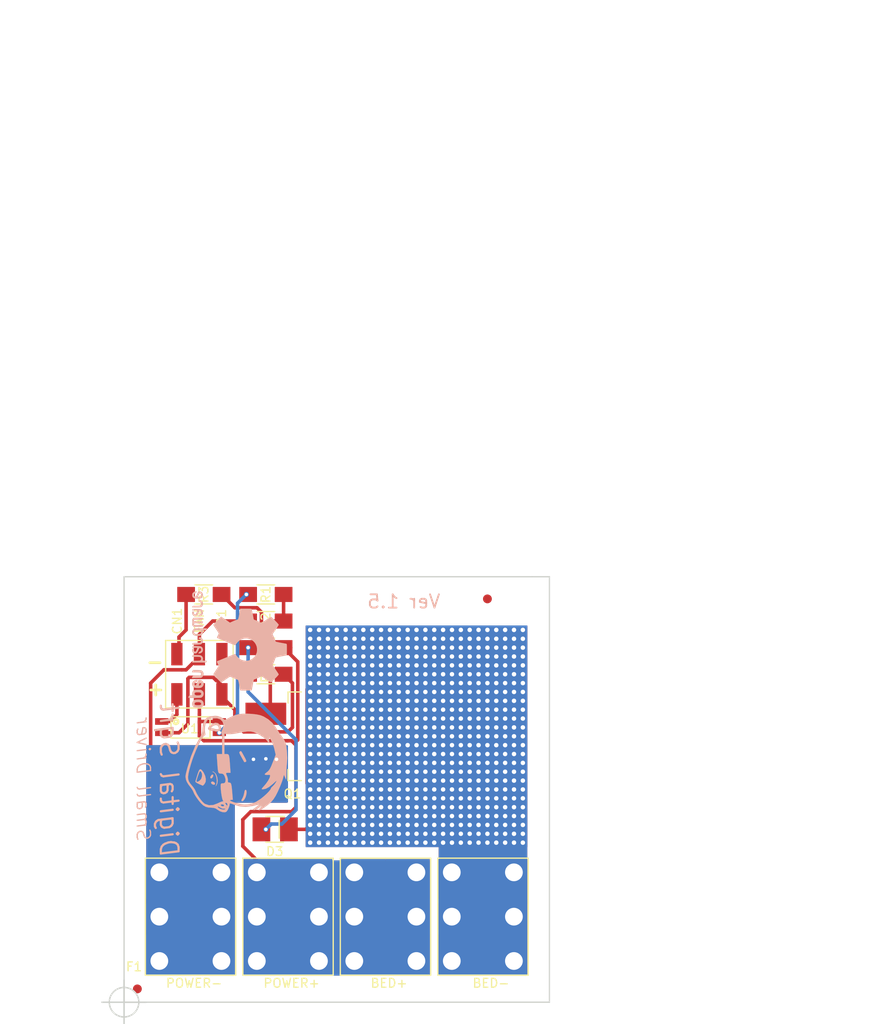
<source format=kicad_pcb>
(kicad_pcb (version 4) (host pcbnew 4.0.6)

  (general
    (links 660)
    (no_connects 0)
    (area 67.024999 86.824999 115.175001 134.975001)
    (thickness 1.6)
    (drawings 23)
    (tracks 109)
    (zones 0)
    (modules 19)
    (nets 11)
  )

  (page User 200 200)
  (layers
    (0 F.Cu signal)
    (31 B.Cu signal)
    (35 F.Paste user)
    (36 B.SilkS user)
    (37 F.SilkS user)
    (38 B.Mask user)
    (39 F.Mask user)
    (40 Dwgs.User user)
    (44 Edge.Cuts user)
    (45 Margin user)
  )

  (setup
    (last_trace_width 0.4)
    (trace_clearance 0.2)
    (zone_clearance 0.635)
    (zone_45_only yes)
    (trace_min 0.2)
    (segment_width 0.2)
    (edge_width 0.15)
    (via_size 0.6)
    (via_drill 0.4)
    (via_min_size 0.4)
    (via_min_drill 0.3)
    (uvia_size 0.3)
    (uvia_drill 0.1)
    (uvias_allowed no)
    (uvia_min_size 0.2)
    (uvia_min_drill 0.1)
    (pcb_text_width 0.3)
    (pcb_text_size 1.5 1.5)
    (mod_edge_width 0.15)
    (mod_text_size 1 1)
    (mod_text_width 0.15)
    (pad_size 1.27 2.54)
    (pad_drill 0)
    (pad_to_mask_clearance 0.2)
    (aux_axis_origin 67.1 134.9)
    (visible_elements 7FFFFFFF)
    (pcbplotparams
      (layerselection 0x010f0_80000001)
      (usegerberextensions false)
      (excludeedgelayer false)
      (linewidth 0.100000)
      (plotframeref true)
      (viasonmask false)
      (mode 1)
      (useauxorigin false)
      (hpglpennumber 1)
      (hpglpenspeed 20)
      (hpglpendiameter 15)
      (hpglpenoverlay 2)
      (psnegative false)
      (psa4output false)
      (plotreference true)
      (plotvalue false)
      (plotinvisibletext false)
      (padsonsilk false)
      (subtractmaskfromsilk false)
      (outputformat 1)
      (mirror false)
      (drillshape 0)
      (scaleselection 1)
      (outputdirectory Gerber/))
  )

  (net 0 "")
  (net 1 GND)
  (net 2 +BATT)
  (net 3 "Net-(JP1-Pad1)")
  (net 4 "Net-(D3-Pad2)")
  (net 5 "Net-(JP1-Pad2)")
  (net 6 "Net-(BED-1-Pad1)")
  (net 7 "Net-(CN1-Pad1)")
  (net 8 "Net-(CN1-Pad2)")
  (net 9 "Net-(Q1-Pad1)")
  (net 10 "Net-(R1-Pad1)")

  (net_class Default "This is the default net class."
    (clearance 0.2)
    (trace_width 0.4)
    (via_dia 0.6)
    (via_drill 0.4)
    (uvia_dia 0.3)
    (uvia_drill 0.1)
    (add_net +BATT)
    (add_net "Net-(BED-1-Pad1)")
    (add_net "Net-(CN1-Pad1)")
    (add_net "Net-(CN1-Pad2)")
    (add_net "Net-(D3-Pad2)")
    (add_net "Net-(JP1-Pad1)")
    (add_net "Net-(JP1-Pad2)")
    (add_net "Net-(Q1-Pad1)")
    (add_net "Net-(R1-Pad1)")
  )

  (net_class Power ""
    (clearance 0.2)
    (trace_width 0.4)
    (via_dia 0.6)
    (via_drill 0.4)
    (uvia_dia 0.3)
    (uvia_drill 0.1)
    (add_net GND)
  )

  (net_class small_trace ""
    (clearance 0.2)
    (trace_width 0.2)
    (via_dia 0.6)
    (via_drill 0.4)
    (uvia_dia 0.3)
    (uvia_drill 0.1)
  )

  (module "MyLib:TO-263-2Lead_(Larg_Heat_Sink)" (layer F.Cu) (tedit 58803EF6) (tstamp 581EA37E)
    (at 83.1 104.9)
    (descr "D2PAK / TO-263 3-lead smd package")
    (tags "D2PAK D2PAK-3 TO-263AB TO-263")
    (path /58423900)
    (attr smd)
    (fp_text reference Q1 (at 3 6.5 180) (layer F.SilkS)
      (effects (font (size 1 1) (thickness 0.15)))
    )
    (fp_text value IRFR7540TRPBF (at 15.25 -0.25 90) (layer F.Fab) hide
      (effects (font (size 1 1) (thickness 0.15)))
    )
    (fp_line (start 14.1 5.65) (end -2.55 5.65) (layer F.CrtYd) (width 0.05))
    (fp_line (start 14.1 -5.65) (end 14.1 5.65) (layer F.CrtYd) (width 0.05))
    (fp_line (start 14.1 -5.65) (end -2.55 -5.65) (layer F.CrtYd) (width 0.05))
    (fp_line (start -2.55 -5.65) (end -2.55 5.65) (layer F.CrtYd) (width 0.05))
    (fp_line (start 2.5 5) (end 2.5 3.75) (layer F.SilkS) (width 0.15))
    (fp_line (start 2.5 5) (end 4 5) (layer F.SilkS) (width 0.15))
    (fp_line (start 2.5 -5) (end 4 -5) (layer F.SilkS) (width 0.15))
    (fp_line (start 2.5 -5) (end 2.5 -3.75) (layer F.SilkS) (width 0.15))
    (pad 4 thru_hole rect (at 25 11) (size 1 1) (drill 0.5) (layers *.Cu *.Mask)
      (net 6 "Net-(BED-1-Pad1)"))
    (pad 4 thru_hole rect (at 25 10) (size 1 1) (drill 0.5) (layers *.Cu *.Mask)
      (net 6 "Net-(BED-1-Pad1)"))
    (pad 4 thru_hole rect (at 25 8) (size 1 1) (drill 0.5) (layers *.Cu *.Mask)
      (net 6 "Net-(BED-1-Pad1)"))
    (pad 4 thru_hole rect (at 25 9) (size 1 1) (drill 0.5) (layers *.Cu *.Mask)
      (net 6 "Net-(BED-1-Pad1)"))
    (pad 4 thru_hole rect (at 25 5) (size 1 1) (drill 0.5) (layers *.Cu *.Mask)
      (net 6 "Net-(BED-1-Pad1)"))
    (pad 4 thru_hole rect (at 25 4) (size 1 1) (drill 0.5) (layers *.Cu *.Mask)
      (net 6 "Net-(BED-1-Pad1)"))
    (pad 4 thru_hole rect (at 25 6) (size 1 1) (drill 0.5) (layers *.Cu *.Mask)
      (net 6 "Net-(BED-1-Pad1)"))
    (pad 4 thru_hole rect (at 25 7) (size 1 1) (drill 0.5) (layers *.Cu *.Mask)
      (net 6 "Net-(BED-1-Pad1)"))
    (pad 4 thru_hole rect (at 25 2) (size 1 1) (drill 0.5) (layers *.Cu *.Mask)
      (net 6 "Net-(BED-1-Pad1)"))
    (pad 4 thru_hole rect (at 25 3) (size 1 1) (drill 0.5) (layers *.Cu *.Mask)
      (net 6 "Net-(BED-1-Pad1)"))
    (pad 4 thru_hole rect (at 25 -7) (size 1 1) (drill 0.5) (layers *.Cu *.Mask)
      (net 6 "Net-(BED-1-Pad1)"))
    (pad 4 thru_hole rect (at 25 -8) (size 1 1) (drill 0.5) (layers *.Cu *.Mask)
      (net 6 "Net-(BED-1-Pad1)"))
    (pad 4 thru_hole rect (at 25 -3) (size 1 1) (drill 0.5) (layers *.Cu *.Mask)
      (net 6 "Net-(BED-1-Pad1)"))
    (pad 4 thru_hole rect (at 25 -4) (size 1 1) (drill 0.5) (layers *.Cu *.Mask)
      (net 6 "Net-(BED-1-Pad1)"))
    (pad 4 thru_hole rect (at 25 -6) (size 1 1) (drill 0.5) (layers *.Cu *.Mask)
      (net 6 "Net-(BED-1-Pad1)"))
    (pad 4 thru_hole rect (at 25 -5) (size 1 1) (drill 0.5) (layers *.Cu *.Mask)
      (net 6 "Net-(BED-1-Pad1)"))
    (pad 4 thru_hole rect (at 25 -1) (size 1 1) (drill 0.5) (layers *.Cu *.Mask)
      (net 6 "Net-(BED-1-Pad1)"))
    (pad 4 thru_hole rect (at 25 -2) (size 1 1) (drill 0.5) (layers *.Cu *.Mask)
      (net 6 "Net-(BED-1-Pad1)"))
    (pad 4 thru_hole rect (at 25 0) (size 1 1) (drill 0.5) (layers *.Cu *.Mask)
      (net 6 "Net-(BED-1-Pad1)"))
    (pad 4 thru_hole rect (at 25 1) (size 1 1) (drill 0.5) (layers *.Cu *.Mask)
      (net 6 "Net-(BED-1-Pad1)"))
    (pad 4 thru_hole rect (at 25 -10) (size 1 1) (drill 0.5) (layers *.Cu *.Mask)
      (net 6 "Net-(BED-1-Pad1)"))
    (pad 4 thru_hole rect (at 25 -11) (size 1 1) (drill 0.5) (layers *.Cu *.Mask)
      (net 6 "Net-(BED-1-Pad1)"))
    (pad 4 thru_hole rect (at 25 -9) (size 1 1) (drill 0.5) (layers *.Cu *.Mask)
      (net 6 "Net-(BED-1-Pad1)"))
    (pad 4 thru_hole rect (at 25 12) (size 1 1) (drill 0.5) (layers *.Cu *.Mask)
      (net 6 "Net-(BED-1-Pad1)"))
    (pad 4 thru_hole rect (at 25 -12) (size 1 1) (drill 0.5) (layers *.Cu *.Mask)
      (net 6 "Net-(BED-1-Pad1)"))
    (pad 4 thru_hole rect (at 26 -12) (size 1 1) (drill 0.5) (layers *.Cu *.Mask)
      (net 6 "Net-(BED-1-Pad1)"))
    (pad 4 thru_hole rect (at 26 12) (size 1 1) (drill 0.5) (layers *.Cu *.Mask)
      (net 6 "Net-(BED-1-Pad1)"))
    (pad 4 thru_hole rect (at 26 -9) (size 1 1) (drill 0.5) (layers *.Cu *.Mask)
      (net 6 "Net-(BED-1-Pad1)"))
    (pad 4 thru_hole rect (at 26 -11) (size 1 1) (drill 0.5) (layers *.Cu *.Mask)
      (net 6 "Net-(BED-1-Pad1)"))
    (pad 4 thru_hole rect (at 26 -10) (size 1 1) (drill 0.5) (layers *.Cu *.Mask)
      (net 6 "Net-(BED-1-Pad1)"))
    (pad 4 thru_hole rect (at 26 1) (size 1 1) (drill 0.5) (layers *.Cu *.Mask)
      (net 6 "Net-(BED-1-Pad1)"))
    (pad 4 thru_hole rect (at 26 0) (size 1 1) (drill 0.5) (layers *.Cu *.Mask)
      (net 6 "Net-(BED-1-Pad1)"))
    (pad 4 thru_hole rect (at 26 -2) (size 1 1) (drill 0.5) (layers *.Cu *.Mask)
      (net 6 "Net-(BED-1-Pad1)"))
    (pad 4 thru_hole rect (at 26 -1) (size 1 1) (drill 0.5) (layers *.Cu *.Mask)
      (net 6 "Net-(BED-1-Pad1)"))
    (pad 4 thru_hole rect (at 26 -5) (size 1 1) (drill 0.5) (layers *.Cu *.Mask)
      (net 6 "Net-(BED-1-Pad1)"))
    (pad 4 thru_hole rect (at 26 -6) (size 1 1) (drill 0.5) (layers *.Cu *.Mask)
      (net 6 "Net-(BED-1-Pad1)"))
    (pad 4 thru_hole rect (at 26 -4) (size 1 1) (drill 0.5) (layers *.Cu *.Mask)
      (net 6 "Net-(BED-1-Pad1)"))
    (pad 4 thru_hole rect (at 26 -3) (size 1 1) (drill 0.5) (layers *.Cu *.Mask)
      (net 6 "Net-(BED-1-Pad1)"))
    (pad 4 thru_hole rect (at 26 -8) (size 1 1) (drill 0.5) (layers *.Cu *.Mask)
      (net 6 "Net-(BED-1-Pad1)"))
    (pad 4 thru_hole rect (at 26 -7) (size 1 1) (drill 0.5) (layers *.Cu *.Mask)
      (net 6 "Net-(BED-1-Pad1)"))
    (pad 4 thru_hole rect (at 26 3) (size 1 1) (drill 0.5) (layers *.Cu *.Mask)
      (net 6 "Net-(BED-1-Pad1)"))
    (pad 4 thru_hole rect (at 26 2) (size 1 1) (drill 0.5) (layers *.Cu *.Mask)
      (net 6 "Net-(BED-1-Pad1)"))
    (pad 4 thru_hole rect (at 26 7) (size 1 1) (drill 0.5) (layers *.Cu *.Mask)
      (net 6 "Net-(BED-1-Pad1)"))
    (pad 4 thru_hole rect (at 26 6) (size 1 1) (drill 0.5) (layers *.Cu *.Mask)
      (net 6 "Net-(BED-1-Pad1)"))
    (pad 4 thru_hole rect (at 26 4) (size 1 1) (drill 0.5) (layers *.Cu *.Mask)
      (net 6 "Net-(BED-1-Pad1)"))
    (pad 4 thru_hole rect (at 26 5) (size 1 1) (drill 0.5) (layers *.Cu *.Mask)
      (net 6 "Net-(BED-1-Pad1)"))
    (pad 4 thru_hole rect (at 26 9) (size 1 1) (drill 0.5) (layers *.Cu *.Mask)
      (net 6 "Net-(BED-1-Pad1)"))
    (pad 4 thru_hole rect (at 26 8) (size 1 1) (drill 0.5) (layers *.Cu *.Mask)
      (net 6 "Net-(BED-1-Pad1)"))
    (pad 4 thru_hole rect (at 26 10) (size 1 1) (drill 0.5) (layers *.Cu *.Mask)
      (net 6 "Net-(BED-1-Pad1)"))
    (pad 4 thru_hole rect (at 26 11) (size 1 1) (drill 0.5) (layers *.Cu *.Mask)
      (net 6 "Net-(BED-1-Pad1)"))
    (pad 4 thru_hole rect (at 28 11) (size 1 1) (drill 0.5) (layers *.Cu *.Mask)
      (net 6 "Net-(BED-1-Pad1)"))
    (pad 4 thru_hole rect (at 28 10) (size 1 1) (drill 0.5) (layers *.Cu *.Mask)
      (net 6 "Net-(BED-1-Pad1)"))
    (pad 4 thru_hole rect (at 28 8) (size 1 1) (drill 0.5) (layers *.Cu *.Mask)
      (net 6 "Net-(BED-1-Pad1)"))
    (pad 4 thru_hole rect (at 28 9) (size 1 1) (drill 0.5) (layers *.Cu *.Mask)
      (net 6 "Net-(BED-1-Pad1)"))
    (pad 4 thru_hole rect (at 28 5) (size 1 1) (drill 0.5) (layers *.Cu *.Mask)
      (net 6 "Net-(BED-1-Pad1)"))
    (pad 4 thru_hole rect (at 28 4) (size 1 1) (drill 0.5) (layers *.Cu *.Mask)
      (net 6 "Net-(BED-1-Pad1)"))
    (pad 4 thru_hole rect (at 28 6) (size 1 1) (drill 0.5) (layers *.Cu *.Mask)
      (net 6 "Net-(BED-1-Pad1)"))
    (pad 4 thru_hole rect (at 28 7) (size 1 1) (drill 0.5) (layers *.Cu *.Mask)
      (net 6 "Net-(BED-1-Pad1)"))
    (pad 4 thru_hole rect (at 28 2) (size 1 1) (drill 0.5) (layers *.Cu *.Mask)
      (net 6 "Net-(BED-1-Pad1)"))
    (pad 4 thru_hole rect (at 28 3) (size 1 1) (drill 0.5) (layers *.Cu *.Mask)
      (net 6 "Net-(BED-1-Pad1)"))
    (pad 4 thru_hole rect (at 28 -7) (size 1 1) (drill 0.5) (layers *.Cu *.Mask)
      (net 6 "Net-(BED-1-Pad1)"))
    (pad 4 thru_hole rect (at 28 -8) (size 1 1) (drill 0.5) (layers *.Cu *.Mask)
      (net 6 "Net-(BED-1-Pad1)"))
    (pad 4 thru_hole rect (at 28 -3) (size 1 1) (drill 0.5) (layers *.Cu *.Mask)
      (net 6 "Net-(BED-1-Pad1)"))
    (pad 4 thru_hole rect (at 28 -4) (size 1 1) (drill 0.5) (layers *.Cu *.Mask)
      (net 6 "Net-(BED-1-Pad1)"))
    (pad 4 thru_hole rect (at 28 -6) (size 1 1) (drill 0.5) (layers *.Cu *.Mask)
      (net 6 "Net-(BED-1-Pad1)"))
    (pad 4 thru_hole rect (at 28 -5) (size 1 1) (drill 0.5) (layers *.Cu *.Mask)
      (net 6 "Net-(BED-1-Pad1)"))
    (pad 4 thru_hole rect (at 28 -1) (size 1 1) (drill 0.5) (layers *.Cu *.Mask)
      (net 6 "Net-(BED-1-Pad1)"))
    (pad 4 thru_hole rect (at 28 -2) (size 1 1) (drill 0.5) (layers *.Cu *.Mask)
      (net 6 "Net-(BED-1-Pad1)"))
    (pad 4 thru_hole rect (at 28 0) (size 1 1) (drill 0.5) (layers *.Cu *.Mask)
      (net 6 "Net-(BED-1-Pad1)"))
    (pad 4 thru_hole rect (at 28 1) (size 1 1) (drill 0.5) (layers *.Cu *.Mask)
      (net 6 "Net-(BED-1-Pad1)"))
    (pad 4 thru_hole rect (at 28 -10) (size 1 1) (drill 0.5) (layers *.Cu *.Mask)
      (net 6 "Net-(BED-1-Pad1)"))
    (pad 4 thru_hole rect (at 28 -11) (size 1 1) (drill 0.5) (layers *.Cu *.Mask)
      (net 6 "Net-(BED-1-Pad1)"))
    (pad 4 thru_hole rect (at 28 -9) (size 1 1) (drill 0.5) (layers *.Cu *.Mask)
      (net 6 "Net-(BED-1-Pad1)"))
    (pad 4 thru_hole rect (at 28 12) (size 1 1) (drill 0.5) (layers *.Cu *.Mask)
      (net 6 "Net-(BED-1-Pad1)"))
    (pad 4 thru_hole rect (at 28 -12) (size 1 1) (drill 0.5) (layers *.Cu *.Mask)
      (net 6 "Net-(BED-1-Pad1)"))
    (pad 4 thru_hole rect (at 27 -12) (size 1 1) (drill 0.5) (layers *.Cu *.Mask)
      (net 6 "Net-(BED-1-Pad1)"))
    (pad 4 thru_hole rect (at 27 12) (size 1 1) (drill 0.5) (layers *.Cu *.Mask)
      (net 6 "Net-(BED-1-Pad1)"))
    (pad 4 thru_hole rect (at 27 -9) (size 1 1) (drill 0.5) (layers *.Cu *.Mask)
      (net 6 "Net-(BED-1-Pad1)"))
    (pad 4 thru_hole rect (at 27 -11) (size 1 1) (drill 0.5) (layers *.Cu *.Mask)
      (net 6 "Net-(BED-1-Pad1)"))
    (pad 4 thru_hole rect (at 27 -10) (size 1 1) (drill 0.5) (layers *.Cu *.Mask)
      (net 6 "Net-(BED-1-Pad1)"))
    (pad 4 thru_hole rect (at 27 1) (size 1 1) (drill 0.5) (layers *.Cu *.Mask)
      (net 6 "Net-(BED-1-Pad1)"))
    (pad 4 thru_hole rect (at 27 0) (size 1 1) (drill 0.5) (layers *.Cu *.Mask)
      (net 6 "Net-(BED-1-Pad1)"))
    (pad 4 thru_hole rect (at 27 -2) (size 1 1) (drill 0.5) (layers *.Cu *.Mask)
      (net 6 "Net-(BED-1-Pad1)"))
    (pad 4 thru_hole rect (at 27 -1) (size 1 1) (drill 0.5) (layers *.Cu *.Mask)
      (net 6 "Net-(BED-1-Pad1)"))
    (pad 4 thru_hole rect (at 27 -5) (size 1 1) (drill 0.5) (layers *.Cu *.Mask)
      (net 6 "Net-(BED-1-Pad1)"))
    (pad 4 thru_hole rect (at 27 -6) (size 1 1) (drill 0.5) (layers *.Cu *.Mask)
      (net 6 "Net-(BED-1-Pad1)"))
    (pad 4 thru_hole rect (at 27 -4) (size 1 1) (drill 0.5) (layers *.Cu *.Mask)
      (net 6 "Net-(BED-1-Pad1)"))
    (pad 4 thru_hole rect (at 27 -3) (size 1 1) (drill 0.5) (layers *.Cu *.Mask)
      (net 6 "Net-(BED-1-Pad1)"))
    (pad 4 thru_hole rect (at 27 -8) (size 1 1) (drill 0.5) (layers *.Cu *.Mask)
      (net 6 "Net-(BED-1-Pad1)"))
    (pad 4 thru_hole rect (at 27 -7) (size 1 1) (drill 0.5) (layers *.Cu *.Mask)
      (net 6 "Net-(BED-1-Pad1)"))
    (pad 4 thru_hole rect (at 27 3) (size 1 1) (drill 0.5) (layers *.Cu *.Mask)
      (net 6 "Net-(BED-1-Pad1)"))
    (pad 4 thru_hole rect (at 27 2) (size 1 1) (drill 0.5) (layers *.Cu *.Mask)
      (net 6 "Net-(BED-1-Pad1)"))
    (pad 4 thru_hole rect (at 27 7) (size 1 1) (drill 0.5) (layers *.Cu *.Mask)
      (net 6 "Net-(BED-1-Pad1)"))
    (pad 4 thru_hole rect (at 27 6) (size 1 1) (drill 0.5) (layers *.Cu *.Mask)
      (net 6 "Net-(BED-1-Pad1)"))
    (pad 4 thru_hole rect (at 27 4) (size 1 1) (drill 0.5) (layers *.Cu *.Mask)
      (net 6 "Net-(BED-1-Pad1)"))
    (pad 4 thru_hole rect (at 27 5) (size 1 1) (drill 0.5) (layers *.Cu *.Mask)
      (net 6 "Net-(BED-1-Pad1)"))
    (pad 4 thru_hole rect (at 27 9) (size 1 1) (drill 0.5) (layers *.Cu *.Mask)
      (net 6 "Net-(BED-1-Pad1)"))
    (pad 4 thru_hole rect (at 27 8) (size 1 1) (drill 0.5) (layers *.Cu *.Mask)
      (net 6 "Net-(BED-1-Pad1)"))
    (pad 4 thru_hole rect (at 27 10) (size 1 1) (drill 0.5) (layers *.Cu *.Mask)
      (net 6 "Net-(BED-1-Pad1)"))
    (pad 4 thru_hole rect (at 27 11) (size 1 1) (drill 0.5) (layers *.Cu *.Mask)
      (net 6 "Net-(BED-1-Pad1)"))
    (pad 4 thru_hole rect (at 29 -12) (size 1 1) (drill 0.5) (layers *.Cu *.Mask)
      (net 6 "Net-(BED-1-Pad1)"))
    (pad 4 thru_hole rect (at 29 12) (size 1 1) (drill 0.5) (layers *.Cu *.Mask)
      (net 6 "Net-(BED-1-Pad1)"))
    (pad 4 thru_hole rect (at 29 -9) (size 1 1) (drill 0.5) (layers *.Cu *.Mask)
      (net 6 "Net-(BED-1-Pad1)"))
    (pad 4 thru_hole rect (at 29 -11) (size 1 1) (drill 0.5) (layers *.Cu *.Mask)
      (net 6 "Net-(BED-1-Pad1)"))
    (pad 4 thru_hole rect (at 29 -10) (size 1 1) (drill 0.5) (layers *.Cu *.Mask)
      (net 6 "Net-(BED-1-Pad1)"))
    (pad 4 thru_hole rect (at 29 1) (size 1 1) (drill 0.5) (layers *.Cu *.Mask)
      (net 6 "Net-(BED-1-Pad1)"))
    (pad 4 thru_hole rect (at 29 0) (size 1 1) (drill 0.5) (layers *.Cu *.Mask)
      (net 6 "Net-(BED-1-Pad1)"))
    (pad 4 thru_hole rect (at 29 -2) (size 1 1) (drill 0.5) (layers *.Cu *.Mask)
      (net 6 "Net-(BED-1-Pad1)"))
    (pad 4 thru_hole rect (at 29 -1) (size 1 1) (drill 0.5) (layers *.Cu *.Mask)
      (net 6 "Net-(BED-1-Pad1)"))
    (pad 4 thru_hole rect (at 29 -5) (size 1 1) (drill 0.5) (layers *.Cu *.Mask)
      (net 6 "Net-(BED-1-Pad1)"))
    (pad 4 thru_hole rect (at 29 -6) (size 1 1) (drill 0.5) (layers *.Cu *.Mask)
      (net 6 "Net-(BED-1-Pad1)"))
    (pad 4 thru_hole rect (at 29 -4) (size 1 1) (drill 0.5) (layers *.Cu *.Mask)
      (net 6 "Net-(BED-1-Pad1)"))
    (pad 4 thru_hole rect (at 29 -3) (size 1 1) (drill 0.5) (layers *.Cu *.Mask)
      (net 6 "Net-(BED-1-Pad1)"))
    (pad 4 thru_hole rect (at 29 -8) (size 1 1) (drill 0.5) (layers *.Cu *.Mask)
      (net 6 "Net-(BED-1-Pad1)"))
    (pad 4 thru_hole rect (at 29 -7) (size 1 1) (drill 0.5) (layers *.Cu *.Mask)
      (net 6 "Net-(BED-1-Pad1)"))
    (pad 4 thru_hole rect (at 29 3) (size 1 1) (drill 0.5) (layers *.Cu *.Mask)
      (net 6 "Net-(BED-1-Pad1)"))
    (pad 4 thru_hole rect (at 29 2) (size 1 1) (drill 0.5) (layers *.Cu *.Mask)
      (net 6 "Net-(BED-1-Pad1)"))
    (pad 4 thru_hole rect (at 29 7) (size 1 1) (drill 0.5) (layers *.Cu *.Mask)
      (net 6 "Net-(BED-1-Pad1)"))
    (pad 4 thru_hole rect (at 29 6) (size 1 1) (drill 0.5) (layers *.Cu *.Mask)
      (net 6 "Net-(BED-1-Pad1)"))
    (pad 4 thru_hole rect (at 29 4) (size 1 1) (drill 0.5) (layers *.Cu *.Mask)
      (net 6 "Net-(BED-1-Pad1)"))
    (pad 4 thru_hole rect (at 29 5) (size 1 1) (drill 0.5) (layers *.Cu *.Mask)
      (net 6 "Net-(BED-1-Pad1)"))
    (pad 4 thru_hole rect (at 29 9) (size 1 1) (drill 0.5) (layers *.Cu *.Mask)
      (net 6 "Net-(BED-1-Pad1)"))
    (pad 4 thru_hole rect (at 29 8) (size 1 1) (drill 0.5) (layers *.Cu *.Mask)
      (net 6 "Net-(BED-1-Pad1)"))
    (pad 4 thru_hole rect (at 29 10) (size 1 1) (drill 0.5) (layers *.Cu *.Mask)
      (net 6 "Net-(BED-1-Pad1)"))
    (pad 4 thru_hole rect (at 29 11) (size 1 1) (drill 0.5) (layers *.Cu *.Mask)
      (net 6 "Net-(BED-1-Pad1)"))
    (pad 4 thru_hole rect (at 15 11) (size 1 1) (drill 0.5) (layers *.Cu *.Mask)
      (net 6 "Net-(BED-1-Pad1)"))
    (pad 4 thru_hole rect (at 15 10) (size 1 1) (drill 0.5) (layers *.Cu *.Mask)
      (net 6 "Net-(BED-1-Pad1)"))
    (pad 4 thru_hole rect (at 15 8) (size 1 1) (drill 0.5) (layers *.Cu *.Mask)
      (net 6 "Net-(BED-1-Pad1)"))
    (pad 4 thru_hole rect (at 15 9) (size 1 1) (drill 0.5) (layers *.Cu *.Mask)
      (net 6 "Net-(BED-1-Pad1)"))
    (pad 4 thru_hole rect (at 15 5) (size 1 1) (drill 0.5) (layers *.Cu *.Mask)
      (net 6 "Net-(BED-1-Pad1)"))
    (pad 4 thru_hole rect (at 15 4) (size 1 1) (drill 0.5) (layers *.Cu *.Mask)
      (net 6 "Net-(BED-1-Pad1)"))
    (pad 4 thru_hole rect (at 15 6) (size 1 1) (drill 0.5) (layers *.Cu *.Mask)
      (net 6 "Net-(BED-1-Pad1)"))
    (pad 4 thru_hole rect (at 15 7) (size 1 1) (drill 0.5) (layers *.Cu *.Mask)
      (net 6 "Net-(BED-1-Pad1)"))
    (pad 4 thru_hole rect (at 15 2) (size 1 1) (drill 0.5) (layers *.Cu *.Mask)
      (net 6 "Net-(BED-1-Pad1)"))
    (pad 4 thru_hole rect (at 15 3) (size 1 1) (drill 0.5) (layers *.Cu *.Mask)
      (net 6 "Net-(BED-1-Pad1)"))
    (pad 4 thru_hole rect (at 15 -7) (size 1 1) (drill 0.5) (layers *.Cu *.Mask)
      (net 6 "Net-(BED-1-Pad1)"))
    (pad 4 thru_hole rect (at 15 -8) (size 1 1) (drill 0.5) (layers *.Cu *.Mask)
      (net 6 "Net-(BED-1-Pad1)"))
    (pad 4 thru_hole rect (at 15 -3) (size 1 1) (drill 0.5) (layers *.Cu *.Mask)
      (net 6 "Net-(BED-1-Pad1)"))
    (pad 4 thru_hole rect (at 15 -4) (size 1 1) (drill 0.5) (layers *.Cu *.Mask)
      (net 6 "Net-(BED-1-Pad1)"))
    (pad 4 thru_hole rect (at 15 -6) (size 1 1) (drill 0.5) (layers *.Cu *.Mask)
      (net 6 "Net-(BED-1-Pad1)"))
    (pad 4 thru_hole rect (at 15 -5) (size 1 1) (drill 0.5) (layers *.Cu *.Mask)
      (net 6 "Net-(BED-1-Pad1)"))
    (pad 4 thru_hole rect (at 15 -1) (size 1 1) (drill 0.5) (layers *.Cu *.Mask)
      (net 6 "Net-(BED-1-Pad1)"))
    (pad 4 thru_hole rect (at 15 -2) (size 1 1) (drill 0.5) (layers *.Cu *.Mask)
      (net 6 "Net-(BED-1-Pad1)"))
    (pad 4 thru_hole rect (at 15 0) (size 1 1) (drill 0.5) (layers *.Cu *.Mask)
      (net 6 "Net-(BED-1-Pad1)"))
    (pad 4 thru_hole rect (at 15 1) (size 1 1) (drill 0.5) (layers *.Cu *.Mask)
      (net 6 "Net-(BED-1-Pad1)"))
    (pad 4 thru_hole rect (at 15 -10) (size 1 1) (drill 0.5) (layers *.Cu *.Mask)
      (net 6 "Net-(BED-1-Pad1)"))
    (pad 4 thru_hole rect (at 15 -11) (size 1 1) (drill 0.5) (layers *.Cu *.Mask)
      (net 6 "Net-(BED-1-Pad1)"))
    (pad 4 thru_hole rect (at 15 -9) (size 1 1) (drill 0.5) (layers *.Cu *.Mask)
      (net 6 "Net-(BED-1-Pad1)"))
    (pad 4 thru_hole rect (at 15 12) (size 1 1) (drill 0.5) (layers *.Cu *.Mask)
      (net 6 "Net-(BED-1-Pad1)"))
    (pad 4 thru_hole rect (at 15 -12) (size 1 1) (drill 0.5) (layers *.Cu *.Mask)
      (net 6 "Net-(BED-1-Pad1)"))
    (pad 4 thru_hole rect (at 16 -12) (size 1 1) (drill 0.5) (layers *.Cu *.Mask)
      (net 6 "Net-(BED-1-Pad1)"))
    (pad 4 thru_hole rect (at 16 12) (size 1 1) (drill 0.5) (layers *.Cu *.Mask)
      (net 6 "Net-(BED-1-Pad1)"))
    (pad 4 thru_hole rect (at 16 -9) (size 1 1) (drill 0.5) (layers *.Cu *.Mask)
      (net 6 "Net-(BED-1-Pad1)"))
    (pad 4 thru_hole rect (at 16 -11) (size 1 1) (drill 0.5) (layers *.Cu *.Mask)
      (net 6 "Net-(BED-1-Pad1)"))
    (pad 4 thru_hole rect (at 16 -10) (size 1 1) (drill 0.5) (layers *.Cu *.Mask)
      (net 6 "Net-(BED-1-Pad1)"))
    (pad 4 thru_hole rect (at 16 1) (size 1 1) (drill 0.5) (layers *.Cu *.Mask)
      (net 6 "Net-(BED-1-Pad1)"))
    (pad 4 thru_hole rect (at 16 0) (size 1 1) (drill 0.5) (layers *.Cu *.Mask)
      (net 6 "Net-(BED-1-Pad1)"))
    (pad 4 thru_hole rect (at 16 -2) (size 1 1) (drill 0.5) (layers *.Cu *.Mask)
      (net 6 "Net-(BED-1-Pad1)"))
    (pad 4 thru_hole rect (at 16 -1) (size 1 1) (drill 0.5) (layers *.Cu *.Mask)
      (net 6 "Net-(BED-1-Pad1)"))
    (pad 4 thru_hole rect (at 16 -5) (size 1 1) (drill 0.5) (layers *.Cu *.Mask)
      (net 6 "Net-(BED-1-Pad1)"))
    (pad 4 thru_hole rect (at 16 -6) (size 1 1) (drill 0.5) (layers *.Cu *.Mask)
      (net 6 "Net-(BED-1-Pad1)"))
    (pad 4 thru_hole rect (at 16 -4) (size 1 1) (drill 0.5) (layers *.Cu *.Mask)
      (net 6 "Net-(BED-1-Pad1)"))
    (pad 4 thru_hole rect (at 16 -3) (size 1 1) (drill 0.5) (layers *.Cu *.Mask)
      (net 6 "Net-(BED-1-Pad1)"))
    (pad 4 thru_hole rect (at 16 -8) (size 1 1) (drill 0.5) (layers *.Cu *.Mask)
      (net 6 "Net-(BED-1-Pad1)"))
    (pad 4 thru_hole rect (at 16 -7) (size 1 1) (drill 0.5) (layers *.Cu *.Mask)
      (net 6 "Net-(BED-1-Pad1)"))
    (pad 4 thru_hole rect (at 16 3) (size 1 1) (drill 0.5) (layers *.Cu *.Mask)
      (net 6 "Net-(BED-1-Pad1)"))
    (pad 4 thru_hole rect (at 16 2) (size 1 1) (drill 0.5) (layers *.Cu *.Mask)
      (net 6 "Net-(BED-1-Pad1)"))
    (pad 4 thru_hole rect (at 16 7) (size 1 1) (drill 0.5) (layers *.Cu *.Mask)
      (net 6 "Net-(BED-1-Pad1)"))
    (pad 4 thru_hole rect (at 16 6) (size 1 1) (drill 0.5) (layers *.Cu *.Mask)
      (net 6 "Net-(BED-1-Pad1)"))
    (pad 4 thru_hole rect (at 16 4) (size 1 1) (drill 0.5) (layers *.Cu *.Mask)
      (net 6 "Net-(BED-1-Pad1)"))
    (pad 4 thru_hole rect (at 16 5) (size 1 1) (drill 0.5) (layers *.Cu *.Mask)
      (net 6 "Net-(BED-1-Pad1)"))
    (pad 4 thru_hole rect (at 16 9) (size 1 1) (drill 0.5) (layers *.Cu *.Mask)
      (net 6 "Net-(BED-1-Pad1)"))
    (pad 4 thru_hole rect (at 16 8) (size 1 1) (drill 0.5) (layers *.Cu *.Mask)
      (net 6 "Net-(BED-1-Pad1)"))
    (pad 4 thru_hole rect (at 16 10) (size 1 1) (drill 0.5) (layers *.Cu *.Mask)
      (net 6 "Net-(BED-1-Pad1)"))
    (pad 4 thru_hole rect (at 16 11) (size 1 1) (drill 0.5) (layers *.Cu *.Mask)
      (net 6 "Net-(BED-1-Pad1)"))
    (pad 4 thru_hole rect (at 18 11) (size 1 1) (drill 0.5) (layers *.Cu *.Mask)
      (net 6 "Net-(BED-1-Pad1)"))
    (pad 4 thru_hole rect (at 18 10) (size 1 1) (drill 0.5) (layers *.Cu *.Mask)
      (net 6 "Net-(BED-1-Pad1)"))
    (pad 4 thru_hole rect (at 18 8) (size 1 1) (drill 0.5) (layers *.Cu *.Mask)
      (net 6 "Net-(BED-1-Pad1)"))
    (pad 4 thru_hole rect (at 18 9) (size 1 1) (drill 0.5) (layers *.Cu *.Mask)
      (net 6 "Net-(BED-1-Pad1)"))
    (pad 4 thru_hole rect (at 18 5) (size 1 1) (drill 0.5) (layers *.Cu *.Mask)
      (net 6 "Net-(BED-1-Pad1)"))
    (pad 4 thru_hole rect (at 18 4) (size 1 1) (drill 0.5) (layers *.Cu *.Mask)
      (net 6 "Net-(BED-1-Pad1)"))
    (pad 4 thru_hole rect (at 18 6) (size 1 1) (drill 0.5) (layers *.Cu *.Mask)
      (net 6 "Net-(BED-1-Pad1)"))
    (pad 4 thru_hole rect (at 18 7) (size 1 1) (drill 0.5) (layers *.Cu *.Mask)
      (net 6 "Net-(BED-1-Pad1)"))
    (pad 4 thru_hole rect (at 18 2) (size 1 1) (drill 0.5) (layers *.Cu *.Mask)
      (net 6 "Net-(BED-1-Pad1)"))
    (pad 4 thru_hole rect (at 18 3) (size 1 1) (drill 0.5) (layers *.Cu *.Mask)
      (net 6 "Net-(BED-1-Pad1)"))
    (pad 4 thru_hole rect (at 18 -7) (size 1 1) (drill 0.5) (layers *.Cu *.Mask)
      (net 6 "Net-(BED-1-Pad1)"))
    (pad 4 thru_hole rect (at 18 -8) (size 1 1) (drill 0.5) (layers *.Cu *.Mask)
      (net 6 "Net-(BED-1-Pad1)"))
    (pad 4 thru_hole rect (at 18 -3) (size 1 1) (drill 0.5) (layers *.Cu *.Mask)
      (net 6 "Net-(BED-1-Pad1)"))
    (pad 4 thru_hole rect (at 18 -4) (size 1 1) (drill 0.5) (layers *.Cu *.Mask)
      (net 6 "Net-(BED-1-Pad1)"))
    (pad 4 thru_hole rect (at 18 -6) (size 1 1) (drill 0.5) (layers *.Cu *.Mask)
      (net 6 "Net-(BED-1-Pad1)"))
    (pad 4 thru_hole rect (at 18 -5) (size 1 1) (drill 0.5) (layers *.Cu *.Mask)
      (net 6 "Net-(BED-1-Pad1)"))
    (pad 4 thru_hole rect (at 18 -1) (size 1 1) (drill 0.5) (layers *.Cu *.Mask)
      (net 6 "Net-(BED-1-Pad1)"))
    (pad 4 thru_hole rect (at 18 -2) (size 1 1) (drill 0.5) (layers *.Cu *.Mask)
      (net 6 "Net-(BED-1-Pad1)"))
    (pad 4 thru_hole rect (at 18 0) (size 1 1) (drill 0.5) (layers *.Cu *.Mask)
      (net 6 "Net-(BED-1-Pad1)"))
    (pad 4 thru_hole rect (at 18 1) (size 1 1) (drill 0.5) (layers *.Cu *.Mask)
      (net 6 "Net-(BED-1-Pad1)"))
    (pad 4 thru_hole rect (at 18 -10) (size 1 1) (drill 0.5) (layers *.Cu *.Mask)
      (net 6 "Net-(BED-1-Pad1)"))
    (pad 4 thru_hole rect (at 18 -11) (size 1 1) (drill 0.5) (layers *.Cu *.Mask)
      (net 6 "Net-(BED-1-Pad1)"))
    (pad 4 thru_hole rect (at 18 -9) (size 1 1) (drill 0.5) (layers *.Cu *.Mask)
      (net 6 "Net-(BED-1-Pad1)"))
    (pad 4 thru_hole rect (at 18 12) (size 1 1) (drill 0.5) (layers *.Cu *.Mask)
      (net 6 "Net-(BED-1-Pad1)"))
    (pad 4 thru_hole rect (at 18 -12) (size 1 1) (drill 0.5) (layers *.Cu *.Mask)
      (net 6 "Net-(BED-1-Pad1)"))
    (pad 4 thru_hole rect (at 17 -12) (size 1 1) (drill 0.5) (layers *.Cu *.Mask)
      (net 6 "Net-(BED-1-Pad1)"))
    (pad 4 thru_hole rect (at 17 12) (size 1 1) (drill 0.5) (layers *.Cu *.Mask)
      (net 6 "Net-(BED-1-Pad1)"))
    (pad 4 thru_hole rect (at 17 -9) (size 1 1) (drill 0.5) (layers *.Cu *.Mask)
      (net 6 "Net-(BED-1-Pad1)"))
    (pad 4 thru_hole rect (at 17 -11) (size 1 1) (drill 0.5) (layers *.Cu *.Mask)
      (net 6 "Net-(BED-1-Pad1)"))
    (pad 4 thru_hole rect (at 17 -10) (size 1 1) (drill 0.5) (layers *.Cu *.Mask)
      (net 6 "Net-(BED-1-Pad1)"))
    (pad 4 thru_hole rect (at 17 1) (size 1 1) (drill 0.5) (layers *.Cu *.Mask)
      (net 6 "Net-(BED-1-Pad1)"))
    (pad 4 thru_hole rect (at 17 0) (size 1 1) (drill 0.5) (layers *.Cu *.Mask)
      (net 6 "Net-(BED-1-Pad1)"))
    (pad 4 thru_hole rect (at 17 -2) (size 1 1) (drill 0.5) (layers *.Cu *.Mask)
      (net 6 "Net-(BED-1-Pad1)"))
    (pad 4 thru_hole rect (at 17 -1) (size 1 1) (drill 0.5) (layers *.Cu *.Mask)
      (net 6 "Net-(BED-1-Pad1)"))
    (pad 4 thru_hole rect (at 17 -5) (size 1 1) (drill 0.5) (layers *.Cu *.Mask)
      (net 6 "Net-(BED-1-Pad1)"))
    (pad 4 thru_hole rect (at 17 -6) (size 1 1) (drill 0.5) (layers *.Cu *.Mask)
      (net 6 "Net-(BED-1-Pad1)"))
    (pad 4 thru_hole rect (at 17 -4) (size 1 1) (drill 0.5) (layers *.Cu *.Mask)
      (net 6 "Net-(BED-1-Pad1)"))
    (pad 4 thru_hole rect (at 17 -3) (size 1 1) (drill 0.5) (layers *.Cu *.Mask)
      (net 6 "Net-(BED-1-Pad1)"))
    (pad 4 thru_hole rect (at 17 -8) (size 1 1) (drill 0.5) (layers *.Cu *.Mask)
      (net 6 "Net-(BED-1-Pad1)"))
    (pad 4 thru_hole rect (at 17 -7) (size 1 1) (drill 0.5) (layers *.Cu *.Mask)
      (net 6 "Net-(BED-1-Pad1)"))
    (pad 4 thru_hole rect (at 17 3) (size 1 1) (drill 0.5) (layers *.Cu *.Mask)
      (net 6 "Net-(BED-1-Pad1)"))
    (pad 4 thru_hole rect (at 17 2) (size 1 1) (drill 0.5) (layers *.Cu *.Mask)
      (net 6 "Net-(BED-1-Pad1)"))
    (pad 4 thru_hole rect (at 17 7) (size 1 1) (drill 0.5) (layers *.Cu *.Mask)
      (net 6 "Net-(BED-1-Pad1)"))
    (pad 4 thru_hole rect (at 17 6) (size 1 1) (drill 0.5) (layers *.Cu *.Mask)
      (net 6 "Net-(BED-1-Pad1)"))
    (pad 4 thru_hole rect (at 17 4) (size 1 1) (drill 0.5) (layers *.Cu *.Mask)
      (net 6 "Net-(BED-1-Pad1)"))
    (pad 4 thru_hole rect (at 17 5) (size 1 1) (drill 0.5) (layers *.Cu *.Mask)
      (net 6 "Net-(BED-1-Pad1)"))
    (pad 4 thru_hole rect (at 17 9) (size 1 1) (drill 0.5) (layers *.Cu *.Mask)
      (net 6 "Net-(BED-1-Pad1)"))
    (pad 4 thru_hole rect (at 17 8) (size 1 1) (drill 0.5) (layers *.Cu *.Mask)
      (net 6 "Net-(BED-1-Pad1)"))
    (pad 4 thru_hole rect (at 17 10) (size 1 1) (drill 0.5) (layers *.Cu *.Mask)
      (net 6 "Net-(BED-1-Pad1)"))
    (pad 4 thru_hole rect (at 17 11) (size 1 1) (drill 0.5) (layers *.Cu *.Mask)
      (net 6 "Net-(BED-1-Pad1)"))
    (pad 4 thru_hole rect (at 19 -12) (size 1 1) (drill 0.5) (layers *.Cu *.Mask)
      (net 6 "Net-(BED-1-Pad1)"))
    (pad 4 thru_hole rect (at 19 12) (size 1 1) (drill 0.5) (layers *.Cu *.Mask)
      (net 6 "Net-(BED-1-Pad1)"))
    (pad 4 thru_hole rect (at 19 -9) (size 1 1) (drill 0.5) (layers *.Cu *.Mask)
      (net 6 "Net-(BED-1-Pad1)"))
    (pad 4 thru_hole rect (at 19 -11) (size 1 1) (drill 0.5) (layers *.Cu *.Mask)
      (net 6 "Net-(BED-1-Pad1)"))
    (pad 4 thru_hole rect (at 19 -10) (size 1 1) (drill 0.5) (layers *.Cu *.Mask)
      (net 6 "Net-(BED-1-Pad1)"))
    (pad 4 thru_hole rect (at 19 1) (size 1 1) (drill 0.5) (layers *.Cu *.Mask)
      (net 6 "Net-(BED-1-Pad1)"))
    (pad 4 thru_hole rect (at 19 0) (size 1 1) (drill 0.5) (layers *.Cu *.Mask)
      (net 6 "Net-(BED-1-Pad1)"))
    (pad 4 thru_hole rect (at 19 -2) (size 1 1) (drill 0.5) (layers *.Cu *.Mask)
      (net 6 "Net-(BED-1-Pad1)"))
    (pad 4 thru_hole rect (at 19 -1) (size 1 1) (drill 0.5) (layers *.Cu *.Mask)
      (net 6 "Net-(BED-1-Pad1)"))
    (pad 4 thru_hole rect (at 19 -5) (size 1 1) (drill 0.5) (layers *.Cu *.Mask)
      (net 6 "Net-(BED-1-Pad1)"))
    (pad 4 thru_hole rect (at 19 -6) (size 1 1) (drill 0.5) (layers *.Cu *.Mask)
      (net 6 "Net-(BED-1-Pad1)"))
    (pad 4 thru_hole rect (at 19 -4) (size 1 1) (drill 0.5) (layers *.Cu *.Mask)
      (net 6 "Net-(BED-1-Pad1)"))
    (pad 4 thru_hole rect (at 19 -3) (size 1 1) (drill 0.5) (layers *.Cu *.Mask)
      (net 6 "Net-(BED-1-Pad1)"))
    (pad 4 thru_hole rect (at 19 -8) (size 1 1) (drill 0.5) (layers *.Cu *.Mask)
      (net 6 "Net-(BED-1-Pad1)"))
    (pad 4 thru_hole rect (at 19 -7) (size 1 1) (drill 0.5) (layers *.Cu *.Mask)
      (net 6 "Net-(BED-1-Pad1)"))
    (pad 4 thru_hole rect (at 19 3) (size 1 1) (drill 0.5) (layers *.Cu *.Mask)
      (net 6 "Net-(BED-1-Pad1)"))
    (pad 4 thru_hole rect (at 19 2) (size 1 1) (drill 0.5) (layers *.Cu *.Mask)
      (net 6 "Net-(BED-1-Pad1)"))
    (pad 4 thru_hole rect (at 19 7) (size 1 1) (drill 0.5) (layers *.Cu *.Mask)
      (net 6 "Net-(BED-1-Pad1)"))
    (pad 4 thru_hole rect (at 19 6) (size 1 1) (drill 0.5) (layers *.Cu *.Mask)
      (net 6 "Net-(BED-1-Pad1)"))
    (pad 4 thru_hole rect (at 19 4) (size 1 1) (drill 0.5) (layers *.Cu *.Mask)
      (net 6 "Net-(BED-1-Pad1)"))
    (pad 4 thru_hole rect (at 19 5) (size 1 1) (drill 0.5) (layers *.Cu *.Mask)
      (net 6 "Net-(BED-1-Pad1)"))
    (pad 4 thru_hole rect (at 19 9) (size 1 1) (drill 0.5) (layers *.Cu *.Mask)
      (net 6 "Net-(BED-1-Pad1)"))
    (pad 4 thru_hole rect (at 19 8) (size 1 1) (drill 0.5) (layers *.Cu *.Mask)
      (net 6 "Net-(BED-1-Pad1)"))
    (pad 4 thru_hole rect (at 19 10) (size 1 1) (drill 0.5) (layers *.Cu *.Mask)
      (net 6 "Net-(BED-1-Pad1)"))
    (pad 4 thru_hole rect (at 19 11) (size 1 1) (drill 0.5) (layers *.Cu *.Mask)
      (net 6 "Net-(BED-1-Pad1)"))
    (pad 4 thru_hole rect (at 24 11) (size 1 1) (drill 0.5) (layers *.Cu *.Mask)
      (net 6 "Net-(BED-1-Pad1)"))
    (pad 4 thru_hole rect (at 24 10) (size 1 1) (drill 0.5) (layers *.Cu *.Mask)
      (net 6 "Net-(BED-1-Pad1)"))
    (pad 4 thru_hole rect (at 24 8) (size 1 1) (drill 0.5) (layers *.Cu *.Mask)
      (net 6 "Net-(BED-1-Pad1)"))
    (pad 4 thru_hole rect (at 24 9) (size 1 1) (drill 0.5) (layers *.Cu *.Mask)
      (net 6 "Net-(BED-1-Pad1)"))
    (pad 4 thru_hole rect (at 24 5) (size 1 1) (drill 0.5) (layers *.Cu *.Mask)
      (net 6 "Net-(BED-1-Pad1)"))
    (pad 4 thru_hole rect (at 24 4) (size 1 1) (drill 0.5) (layers *.Cu *.Mask)
      (net 6 "Net-(BED-1-Pad1)"))
    (pad 4 thru_hole rect (at 24 6) (size 1 1) (drill 0.5) (layers *.Cu *.Mask)
      (net 6 "Net-(BED-1-Pad1)"))
    (pad 4 thru_hole rect (at 24 7) (size 1 1) (drill 0.5) (layers *.Cu *.Mask)
      (net 6 "Net-(BED-1-Pad1)"))
    (pad 4 thru_hole rect (at 24 2) (size 1 1) (drill 0.5) (layers *.Cu *.Mask)
      (net 6 "Net-(BED-1-Pad1)"))
    (pad 4 thru_hole rect (at 24 3) (size 1 1) (drill 0.5) (layers *.Cu *.Mask)
      (net 6 "Net-(BED-1-Pad1)"))
    (pad 4 thru_hole rect (at 24 -7) (size 1 1) (drill 0.5) (layers *.Cu *.Mask)
      (net 6 "Net-(BED-1-Pad1)"))
    (pad 4 thru_hole rect (at 24 -8) (size 1 1) (drill 0.5) (layers *.Cu *.Mask)
      (net 6 "Net-(BED-1-Pad1)"))
    (pad 4 thru_hole rect (at 24 -3) (size 1 1) (drill 0.5) (layers *.Cu *.Mask)
      (net 6 "Net-(BED-1-Pad1)"))
    (pad 4 thru_hole rect (at 24 -4) (size 1 1) (drill 0.5) (layers *.Cu *.Mask)
      (net 6 "Net-(BED-1-Pad1)"))
    (pad 4 thru_hole rect (at 24 -6) (size 1 1) (drill 0.5) (layers *.Cu *.Mask)
      (net 6 "Net-(BED-1-Pad1)"))
    (pad 4 thru_hole rect (at 24 -5) (size 1 1) (drill 0.5) (layers *.Cu *.Mask)
      (net 6 "Net-(BED-1-Pad1)"))
    (pad 4 thru_hole rect (at 24 -1) (size 1 1) (drill 0.5) (layers *.Cu *.Mask)
      (net 6 "Net-(BED-1-Pad1)"))
    (pad 4 thru_hole rect (at 24 -2) (size 1 1) (drill 0.5) (layers *.Cu *.Mask)
      (net 6 "Net-(BED-1-Pad1)"))
    (pad 4 thru_hole rect (at 24 0) (size 1 1) (drill 0.5) (layers *.Cu *.Mask)
      (net 6 "Net-(BED-1-Pad1)"))
    (pad 4 thru_hole rect (at 24 1) (size 1 1) (drill 0.5) (layers *.Cu *.Mask)
      (net 6 "Net-(BED-1-Pad1)"))
    (pad 4 thru_hole rect (at 24 -10) (size 1 1) (drill 0.5) (layers *.Cu *.Mask)
      (net 6 "Net-(BED-1-Pad1)"))
    (pad 4 thru_hole rect (at 24 -11) (size 1 1) (drill 0.5) (layers *.Cu *.Mask)
      (net 6 "Net-(BED-1-Pad1)"))
    (pad 4 thru_hole rect (at 24 -9) (size 1 1) (drill 0.5) (layers *.Cu *.Mask)
      (net 6 "Net-(BED-1-Pad1)"))
    (pad 4 thru_hole rect (at 24 12) (size 1 1) (drill 0.5) (layers *.Cu *.Mask)
      (net 6 "Net-(BED-1-Pad1)"))
    (pad 4 thru_hole rect (at 24 -12) (size 1 1) (drill 0.5) (layers *.Cu *.Mask)
      (net 6 "Net-(BED-1-Pad1)"))
    (pad 4 thru_hole rect (at 22 11) (size 1 1) (drill 0.5) (layers *.Cu *.Mask)
      (net 6 "Net-(BED-1-Pad1)"))
    (pad 4 thru_hole rect (at 22 10) (size 1 1) (drill 0.5) (layers *.Cu *.Mask)
      (net 6 "Net-(BED-1-Pad1)"))
    (pad 4 thru_hole rect (at 22 8) (size 1 1) (drill 0.5) (layers *.Cu *.Mask)
      (net 6 "Net-(BED-1-Pad1)"))
    (pad 4 thru_hole rect (at 22 9) (size 1 1) (drill 0.5) (layers *.Cu *.Mask)
      (net 6 "Net-(BED-1-Pad1)"))
    (pad 4 thru_hole rect (at 22 5) (size 1 1) (drill 0.5) (layers *.Cu *.Mask)
      (net 6 "Net-(BED-1-Pad1)"))
    (pad 4 thru_hole rect (at 22 4) (size 1 1) (drill 0.5) (layers *.Cu *.Mask)
      (net 6 "Net-(BED-1-Pad1)"))
    (pad 4 thru_hole rect (at 22 6) (size 1 1) (drill 0.5) (layers *.Cu *.Mask)
      (net 6 "Net-(BED-1-Pad1)"))
    (pad 4 thru_hole rect (at 22 7) (size 1 1) (drill 0.5) (layers *.Cu *.Mask)
      (net 6 "Net-(BED-1-Pad1)"))
    (pad 4 thru_hole rect (at 22 2) (size 1 1) (drill 0.5) (layers *.Cu *.Mask)
      (net 6 "Net-(BED-1-Pad1)"))
    (pad 4 thru_hole rect (at 22 3) (size 1 1) (drill 0.5) (layers *.Cu *.Mask)
      (net 6 "Net-(BED-1-Pad1)"))
    (pad 4 thru_hole rect (at 22 -7) (size 1 1) (drill 0.5) (layers *.Cu *.Mask)
      (net 6 "Net-(BED-1-Pad1)"))
    (pad 4 thru_hole rect (at 22 -8) (size 1 1) (drill 0.5) (layers *.Cu *.Mask)
      (net 6 "Net-(BED-1-Pad1)"))
    (pad 4 thru_hole rect (at 22 -3) (size 1 1) (drill 0.5) (layers *.Cu *.Mask)
      (net 6 "Net-(BED-1-Pad1)"))
    (pad 4 thru_hole rect (at 22 -4) (size 1 1) (drill 0.5) (layers *.Cu *.Mask)
      (net 6 "Net-(BED-1-Pad1)"))
    (pad 4 thru_hole rect (at 22 -6) (size 1 1) (drill 0.5) (layers *.Cu *.Mask)
      (net 6 "Net-(BED-1-Pad1)"))
    (pad 4 thru_hole rect (at 22 -5) (size 1 1) (drill 0.5) (layers *.Cu *.Mask)
      (net 6 "Net-(BED-1-Pad1)"))
    (pad 4 thru_hole rect (at 22 -1) (size 1 1) (drill 0.5) (layers *.Cu *.Mask)
      (net 6 "Net-(BED-1-Pad1)"))
    (pad 4 thru_hole rect (at 22 -2) (size 1 1) (drill 0.5) (layers *.Cu *.Mask)
      (net 6 "Net-(BED-1-Pad1)"))
    (pad 4 thru_hole rect (at 22 0) (size 1 1) (drill 0.5) (layers *.Cu *.Mask)
      (net 6 "Net-(BED-1-Pad1)"))
    (pad 4 thru_hole rect (at 22 1) (size 1 1) (drill 0.5) (layers *.Cu *.Mask)
      (net 6 "Net-(BED-1-Pad1)"))
    (pad 4 thru_hole rect (at 22 -10) (size 1 1) (drill 0.5) (layers *.Cu *.Mask)
      (net 6 "Net-(BED-1-Pad1)"))
    (pad 4 thru_hole rect (at 22 -11) (size 1 1) (drill 0.5) (layers *.Cu *.Mask)
      (net 6 "Net-(BED-1-Pad1)"))
    (pad 4 thru_hole rect (at 22 -9) (size 1 1) (drill 0.5) (layers *.Cu *.Mask)
      (net 6 "Net-(BED-1-Pad1)"))
    (pad 4 thru_hole rect (at 22 12) (size 1 1) (drill 0.5) (layers *.Cu *.Mask)
      (net 6 "Net-(BED-1-Pad1)"))
    (pad 4 thru_hole rect (at 22 -12) (size 1 1) (drill 0.5) (layers *.Cu *.Mask)
      (net 6 "Net-(BED-1-Pad1)"))
    (pad 4 thru_hole rect (at 23 -12) (size 1 1) (drill 0.5) (layers *.Cu *.Mask)
      (net 6 "Net-(BED-1-Pad1)"))
    (pad 4 thru_hole rect (at 23 12) (size 1 1) (drill 0.5) (layers *.Cu *.Mask)
      (net 6 "Net-(BED-1-Pad1)"))
    (pad 4 thru_hole rect (at 23 -9) (size 1 1) (drill 0.5) (layers *.Cu *.Mask)
      (net 6 "Net-(BED-1-Pad1)"))
    (pad 4 thru_hole rect (at 23 -11) (size 1 1) (drill 0.5) (layers *.Cu *.Mask)
      (net 6 "Net-(BED-1-Pad1)"))
    (pad 4 thru_hole rect (at 23 -10) (size 1 1) (drill 0.5) (layers *.Cu *.Mask)
      (net 6 "Net-(BED-1-Pad1)"))
    (pad 4 thru_hole rect (at 23 1) (size 1 1) (drill 0.5) (layers *.Cu *.Mask)
      (net 6 "Net-(BED-1-Pad1)"))
    (pad 4 thru_hole rect (at 23 0) (size 1 1) (drill 0.5) (layers *.Cu *.Mask)
      (net 6 "Net-(BED-1-Pad1)"))
    (pad 4 thru_hole rect (at 23 -2) (size 1 1) (drill 0.5) (layers *.Cu *.Mask)
      (net 6 "Net-(BED-1-Pad1)"))
    (pad 4 thru_hole rect (at 23 -1) (size 1 1) (drill 0.5) (layers *.Cu *.Mask)
      (net 6 "Net-(BED-1-Pad1)"))
    (pad 4 thru_hole rect (at 23 -5) (size 1 1) (drill 0.5) (layers *.Cu *.Mask)
      (net 6 "Net-(BED-1-Pad1)"))
    (pad 4 thru_hole rect (at 23 -6) (size 1 1) (drill 0.5) (layers *.Cu *.Mask)
      (net 6 "Net-(BED-1-Pad1)"))
    (pad 4 thru_hole rect (at 23 -4) (size 1 1) (drill 0.5) (layers *.Cu *.Mask)
      (net 6 "Net-(BED-1-Pad1)"))
    (pad 4 thru_hole rect (at 23 -3) (size 1 1) (drill 0.5) (layers *.Cu *.Mask)
      (net 6 "Net-(BED-1-Pad1)"))
    (pad 4 thru_hole rect (at 23 -8) (size 1 1) (drill 0.5) (layers *.Cu *.Mask)
      (net 6 "Net-(BED-1-Pad1)"))
    (pad 4 thru_hole rect (at 23 -7) (size 1 1) (drill 0.5) (layers *.Cu *.Mask)
      (net 6 "Net-(BED-1-Pad1)"))
    (pad 4 thru_hole rect (at 23 3) (size 1 1) (drill 0.5) (layers *.Cu *.Mask)
      (net 6 "Net-(BED-1-Pad1)"))
    (pad 4 thru_hole rect (at 23 2) (size 1 1) (drill 0.5) (layers *.Cu *.Mask)
      (net 6 "Net-(BED-1-Pad1)"))
    (pad 4 thru_hole rect (at 23 7) (size 1 1) (drill 0.5) (layers *.Cu *.Mask)
      (net 6 "Net-(BED-1-Pad1)"))
    (pad 4 thru_hole rect (at 23 6) (size 1 1) (drill 0.5) (layers *.Cu *.Mask)
      (net 6 "Net-(BED-1-Pad1)"))
    (pad 4 thru_hole rect (at 23 4) (size 1 1) (drill 0.5) (layers *.Cu *.Mask)
      (net 6 "Net-(BED-1-Pad1)"))
    (pad 4 thru_hole rect (at 23 5) (size 1 1) (drill 0.5) (layers *.Cu *.Mask)
      (net 6 "Net-(BED-1-Pad1)"))
    (pad 4 thru_hole rect (at 23 9) (size 1 1) (drill 0.5) (layers *.Cu *.Mask)
      (net 6 "Net-(BED-1-Pad1)"))
    (pad 4 thru_hole rect (at 23 8) (size 1 1) (drill 0.5) (layers *.Cu *.Mask)
      (net 6 "Net-(BED-1-Pad1)"))
    (pad 4 thru_hole rect (at 23 10) (size 1 1) (drill 0.5) (layers *.Cu *.Mask)
      (net 6 "Net-(BED-1-Pad1)"))
    (pad 4 thru_hole rect (at 23 11) (size 1 1) (drill 0.5) (layers *.Cu *.Mask)
      (net 6 "Net-(BED-1-Pad1)"))
    (pad 4 thru_hole rect (at 21 11) (size 1 1) (drill 0.5) (layers *.Cu *.Mask)
      (net 6 "Net-(BED-1-Pad1)"))
    (pad 4 thru_hole rect (at 21 10) (size 1 1) (drill 0.5) (layers *.Cu *.Mask)
      (net 6 "Net-(BED-1-Pad1)"))
    (pad 4 thru_hole rect (at 21 8) (size 1 1) (drill 0.5) (layers *.Cu *.Mask)
      (net 6 "Net-(BED-1-Pad1)"))
    (pad 4 thru_hole rect (at 21 9) (size 1 1) (drill 0.5) (layers *.Cu *.Mask)
      (net 6 "Net-(BED-1-Pad1)"))
    (pad 4 thru_hole rect (at 21 5) (size 1 1) (drill 0.5) (layers *.Cu *.Mask)
      (net 6 "Net-(BED-1-Pad1)"))
    (pad 4 thru_hole rect (at 21 4) (size 1 1) (drill 0.5) (layers *.Cu *.Mask)
      (net 6 "Net-(BED-1-Pad1)"))
    (pad 4 thru_hole rect (at 21 6) (size 1 1) (drill 0.5) (layers *.Cu *.Mask)
      (net 6 "Net-(BED-1-Pad1)"))
    (pad 4 thru_hole rect (at 21 7) (size 1 1) (drill 0.5) (layers *.Cu *.Mask)
      (net 6 "Net-(BED-1-Pad1)"))
    (pad 4 thru_hole rect (at 21 2) (size 1 1) (drill 0.5) (layers *.Cu *.Mask)
      (net 6 "Net-(BED-1-Pad1)"))
    (pad 4 thru_hole rect (at 21 3) (size 1 1) (drill 0.5) (layers *.Cu *.Mask)
      (net 6 "Net-(BED-1-Pad1)"))
    (pad 4 thru_hole rect (at 21 -7) (size 1 1) (drill 0.5) (layers *.Cu *.Mask)
      (net 6 "Net-(BED-1-Pad1)"))
    (pad 4 thru_hole rect (at 21 -8) (size 1 1) (drill 0.5) (layers *.Cu *.Mask)
      (net 6 "Net-(BED-1-Pad1)"))
    (pad 4 thru_hole rect (at 21 -3) (size 1 1) (drill 0.5) (layers *.Cu *.Mask)
      (net 6 "Net-(BED-1-Pad1)"))
    (pad 4 thru_hole rect (at 21 -4) (size 1 1) (drill 0.5) (layers *.Cu *.Mask)
      (net 6 "Net-(BED-1-Pad1)"))
    (pad 4 thru_hole rect (at 21 -6) (size 1 1) (drill 0.5) (layers *.Cu *.Mask)
      (net 6 "Net-(BED-1-Pad1)"))
    (pad 4 thru_hole rect (at 21 -5) (size 1 1) (drill 0.5) (layers *.Cu *.Mask)
      (net 6 "Net-(BED-1-Pad1)"))
    (pad 4 thru_hole rect (at 21 -1) (size 1 1) (drill 0.5) (layers *.Cu *.Mask)
      (net 6 "Net-(BED-1-Pad1)"))
    (pad 4 thru_hole rect (at 21 -2) (size 1 1) (drill 0.5) (layers *.Cu *.Mask)
      (net 6 "Net-(BED-1-Pad1)"))
    (pad 4 thru_hole rect (at 21 0) (size 1 1) (drill 0.5) (layers *.Cu *.Mask)
      (net 6 "Net-(BED-1-Pad1)"))
    (pad 4 thru_hole rect (at 21 1) (size 1 1) (drill 0.5) (layers *.Cu *.Mask)
      (net 6 "Net-(BED-1-Pad1)"))
    (pad 4 thru_hole rect (at 21 -10) (size 1 1) (drill 0.5) (layers *.Cu *.Mask)
      (net 6 "Net-(BED-1-Pad1)"))
    (pad 4 thru_hole rect (at 21 -11) (size 1 1) (drill 0.5) (layers *.Cu *.Mask)
      (net 6 "Net-(BED-1-Pad1)"))
    (pad 4 thru_hole rect (at 21 -9) (size 1 1) (drill 0.5) (layers *.Cu *.Mask)
      (net 6 "Net-(BED-1-Pad1)"))
    (pad 4 thru_hole rect (at 21 12) (size 1 1) (drill 0.5) (layers *.Cu *.Mask)
      (net 6 "Net-(BED-1-Pad1)"))
    (pad 4 thru_hole rect (at 21 -12) (size 1 1) (drill 0.5) (layers *.Cu *.Mask)
      (net 6 "Net-(BED-1-Pad1)"))
    (pad 4 thru_hole rect (at 20 -12) (size 1 1) (drill 0.5) (layers *.Cu *.Mask)
      (net 6 "Net-(BED-1-Pad1)"))
    (pad 4 thru_hole rect (at 20 12) (size 1 1) (drill 0.5) (layers *.Cu *.Mask)
      (net 6 "Net-(BED-1-Pad1)"))
    (pad 4 thru_hole rect (at 20 -9) (size 1 1) (drill 0.5) (layers *.Cu *.Mask)
      (net 6 "Net-(BED-1-Pad1)"))
    (pad 4 thru_hole rect (at 20 -11) (size 1 1) (drill 0.5) (layers *.Cu *.Mask)
      (net 6 "Net-(BED-1-Pad1)"))
    (pad 4 thru_hole rect (at 20 -10) (size 1 1) (drill 0.5) (layers *.Cu *.Mask)
      (net 6 "Net-(BED-1-Pad1)"))
    (pad 4 thru_hole rect (at 20 1) (size 1 1) (drill 0.5) (layers *.Cu *.Mask)
      (net 6 "Net-(BED-1-Pad1)"))
    (pad 4 thru_hole rect (at 20 0) (size 1 1) (drill 0.5) (layers *.Cu *.Mask)
      (net 6 "Net-(BED-1-Pad1)"))
    (pad 4 thru_hole rect (at 20 -2) (size 1 1) (drill 0.5) (layers *.Cu *.Mask)
      (net 6 "Net-(BED-1-Pad1)"))
    (pad 4 thru_hole rect (at 20 -1) (size 1 1) (drill 0.5) (layers *.Cu *.Mask)
      (net 6 "Net-(BED-1-Pad1)"))
    (pad 4 thru_hole rect (at 20 -5) (size 1 1) (drill 0.5) (layers *.Cu *.Mask)
      (net 6 "Net-(BED-1-Pad1)"))
    (pad 4 thru_hole rect (at 20 -6) (size 1 1) (drill 0.5) (layers *.Cu *.Mask)
      (net 6 "Net-(BED-1-Pad1)"))
    (pad 4 thru_hole rect (at 20 -4) (size 1 1) (drill 0.5) (layers *.Cu *.Mask)
      (net 6 "Net-(BED-1-Pad1)"))
    (pad 4 thru_hole rect (at 20 -3) (size 1 1) (drill 0.5) (layers *.Cu *.Mask)
      (net 6 "Net-(BED-1-Pad1)"))
    (pad 4 thru_hole rect (at 20 -8) (size 1 1) (drill 0.5) (layers *.Cu *.Mask)
      (net 6 "Net-(BED-1-Pad1)"))
    (pad 4 thru_hole rect (at 20 -7) (size 1 1) (drill 0.5) (layers *.Cu *.Mask)
      (net 6 "Net-(BED-1-Pad1)"))
    (pad 4 thru_hole rect (at 20 3) (size 1 1) (drill 0.5) (layers *.Cu *.Mask)
      (net 6 "Net-(BED-1-Pad1)"))
    (pad 4 thru_hole rect (at 20 2) (size 1 1) (drill 0.5) (layers *.Cu *.Mask)
      (net 6 "Net-(BED-1-Pad1)"))
    (pad 4 thru_hole rect (at 20 7) (size 1 1) (drill 0.5) (layers *.Cu *.Mask)
      (net 6 "Net-(BED-1-Pad1)"))
    (pad 4 thru_hole rect (at 20 6) (size 1 1) (drill 0.5) (layers *.Cu *.Mask)
      (net 6 "Net-(BED-1-Pad1)"))
    (pad 4 thru_hole rect (at 20 4) (size 1 1) (drill 0.5) (layers *.Cu *.Mask)
      (net 6 "Net-(BED-1-Pad1)"))
    (pad 4 thru_hole rect (at 20 5) (size 1 1) (drill 0.5) (layers *.Cu *.Mask)
      (net 6 "Net-(BED-1-Pad1)"))
    (pad 4 thru_hole rect (at 20 9) (size 1 1) (drill 0.5) (layers *.Cu *.Mask)
      (net 6 "Net-(BED-1-Pad1)"))
    (pad 4 thru_hole rect (at 20 8) (size 1 1) (drill 0.5) (layers *.Cu *.Mask)
      (net 6 "Net-(BED-1-Pad1)"))
    (pad 4 thru_hole rect (at 20 10) (size 1 1) (drill 0.5) (layers *.Cu *.Mask)
      (net 6 "Net-(BED-1-Pad1)"))
    (pad 4 thru_hole rect (at 20 11) (size 1 1) (drill 0.5) (layers *.Cu *.Mask)
      (net 6 "Net-(BED-1-Pad1)"))
    (pad 4 thru_hole rect (at 10 11) (size 1 1) (drill 0.5) (layers *.Cu *.Mask)
      (net 6 "Net-(BED-1-Pad1)"))
    (pad 4 thru_hole rect (at 10 10) (size 1 1) (drill 0.5) (layers *.Cu *.Mask)
      (net 6 "Net-(BED-1-Pad1)"))
    (pad 4 thru_hole rect (at 10 8) (size 1 1) (drill 0.5) (layers *.Cu *.Mask)
      (net 6 "Net-(BED-1-Pad1)"))
    (pad 4 thru_hole rect (at 10 9) (size 1 1) (drill 0.5) (layers *.Cu *.Mask)
      (net 6 "Net-(BED-1-Pad1)"))
    (pad 4 thru_hole rect (at 10 5) (size 1 1) (drill 0.5) (layers *.Cu *.Mask)
      (net 6 "Net-(BED-1-Pad1)"))
    (pad 4 thru_hole rect (at 10 4) (size 1 1) (drill 0.5) (layers *.Cu *.Mask)
      (net 6 "Net-(BED-1-Pad1)"))
    (pad 4 thru_hole rect (at 10 6) (size 1 1) (drill 0.5) (layers *.Cu *.Mask)
      (net 6 "Net-(BED-1-Pad1)"))
    (pad 4 thru_hole rect (at 10 7) (size 1 1) (drill 0.5) (layers *.Cu *.Mask)
      (net 6 "Net-(BED-1-Pad1)"))
    (pad 4 thru_hole rect (at 10 2) (size 1 1) (drill 0.5) (layers *.Cu *.Mask)
      (net 6 "Net-(BED-1-Pad1)"))
    (pad 4 thru_hole rect (at 10 3) (size 1 1) (drill 0.5) (layers *.Cu *.Mask)
      (net 6 "Net-(BED-1-Pad1)"))
    (pad 4 thru_hole rect (at 10 -7) (size 1 1) (drill 0.5) (layers *.Cu *.Mask)
      (net 6 "Net-(BED-1-Pad1)"))
    (pad 4 thru_hole rect (at 10 -8) (size 1 1) (drill 0.5) (layers *.Cu *.Mask)
      (net 6 "Net-(BED-1-Pad1)"))
    (pad 4 thru_hole rect (at 10 -3) (size 1 1) (drill 0.5) (layers *.Cu *.Mask)
      (net 6 "Net-(BED-1-Pad1)"))
    (pad 4 thru_hole rect (at 10 -4) (size 1 1) (drill 0.5) (layers *.Cu *.Mask)
      (net 6 "Net-(BED-1-Pad1)"))
    (pad 4 thru_hole rect (at 10 -6) (size 1 1) (drill 0.5) (layers *.Cu *.Mask)
      (net 6 "Net-(BED-1-Pad1)"))
    (pad 4 thru_hole rect (at 10 -5) (size 1 1) (drill 0.5) (layers *.Cu *.Mask)
      (net 6 "Net-(BED-1-Pad1)"))
    (pad 4 thru_hole rect (at 10 -1) (size 1 1) (drill 0.5) (layers *.Cu *.Mask)
      (net 6 "Net-(BED-1-Pad1)"))
    (pad 4 thru_hole rect (at 10 -2) (size 1 1) (drill 0.5) (layers *.Cu *.Mask)
      (net 6 "Net-(BED-1-Pad1)"))
    (pad 4 thru_hole rect (at 10 0) (size 1 1) (drill 0.5) (layers *.Cu *.Mask)
      (net 6 "Net-(BED-1-Pad1)"))
    (pad 4 thru_hole rect (at 10 1) (size 1 1) (drill 0.5) (layers *.Cu *.Mask)
      (net 6 "Net-(BED-1-Pad1)"))
    (pad 4 thru_hole rect (at 10 -10) (size 1 1) (drill 0.5) (layers *.Cu *.Mask)
      (net 6 "Net-(BED-1-Pad1)"))
    (pad 4 thru_hole rect (at 10 -11) (size 1 1) (drill 0.5) (layers *.Cu *.Mask)
      (net 6 "Net-(BED-1-Pad1)"))
    (pad 4 thru_hole rect (at 10 -9) (size 1 1) (drill 0.5) (layers *.Cu *.Mask)
      (net 6 "Net-(BED-1-Pad1)"))
    (pad 4 thru_hole rect (at 10 12) (size 1 1) (drill 0.5) (layers *.Cu *.Mask)
      (net 6 "Net-(BED-1-Pad1)"))
    (pad 4 thru_hole rect (at 10 -12) (size 1 1) (drill 0.5) (layers *.Cu *.Mask)
      (net 6 "Net-(BED-1-Pad1)"))
    (pad 4 thru_hole rect (at 11 -12) (size 1 1) (drill 0.5) (layers *.Cu *.Mask)
      (net 6 "Net-(BED-1-Pad1)"))
    (pad 4 thru_hole rect (at 11 12) (size 1 1) (drill 0.5) (layers *.Cu *.Mask)
      (net 6 "Net-(BED-1-Pad1)"))
    (pad 4 thru_hole rect (at 11 -9) (size 1 1) (drill 0.5) (layers *.Cu *.Mask)
      (net 6 "Net-(BED-1-Pad1)"))
    (pad 4 thru_hole rect (at 11 -11) (size 1 1) (drill 0.5) (layers *.Cu *.Mask)
      (net 6 "Net-(BED-1-Pad1)"))
    (pad 4 thru_hole rect (at 11 -10) (size 1 1) (drill 0.5) (layers *.Cu *.Mask)
      (net 6 "Net-(BED-1-Pad1)"))
    (pad 4 thru_hole rect (at 11 1) (size 1 1) (drill 0.5) (layers *.Cu *.Mask)
      (net 6 "Net-(BED-1-Pad1)"))
    (pad 4 thru_hole rect (at 11 0) (size 1 1) (drill 0.5) (layers *.Cu *.Mask)
      (net 6 "Net-(BED-1-Pad1)"))
    (pad 4 thru_hole rect (at 11 -2) (size 1 1) (drill 0.5) (layers *.Cu *.Mask)
      (net 6 "Net-(BED-1-Pad1)"))
    (pad 4 thru_hole rect (at 11 -1) (size 1 1) (drill 0.5) (layers *.Cu *.Mask)
      (net 6 "Net-(BED-1-Pad1)"))
    (pad 4 thru_hole rect (at 11 -5) (size 1 1) (drill 0.5) (layers *.Cu *.Mask)
      (net 6 "Net-(BED-1-Pad1)"))
    (pad 4 thru_hole rect (at 11 -6) (size 1 1) (drill 0.5) (layers *.Cu *.Mask)
      (net 6 "Net-(BED-1-Pad1)"))
    (pad 4 thru_hole rect (at 11 -4) (size 1 1) (drill 0.5) (layers *.Cu *.Mask)
      (net 6 "Net-(BED-1-Pad1)"))
    (pad 4 thru_hole rect (at 11 -3) (size 1 1) (drill 0.5) (layers *.Cu *.Mask)
      (net 6 "Net-(BED-1-Pad1)"))
    (pad 4 thru_hole rect (at 11 -8) (size 1 1) (drill 0.5) (layers *.Cu *.Mask)
      (net 6 "Net-(BED-1-Pad1)"))
    (pad 4 thru_hole rect (at 11 -7) (size 1 1) (drill 0.5) (layers *.Cu *.Mask)
      (net 6 "Net-(BED-1-Pad1)"))
    (pad 4 thru_hole rect (at 11 3) (size 1 1) (drill 0.5) (layers *.Cu *.Mask)
      (net 6 "Net-(BED-1-Pad1)"))
    (pad 4 thru_hole rect (at 11 2) (size 1 1) (drill 0.5) (layers *.Cu *.Mask)
      (net 6 "Net-(BED-1-Pad1)"))
    (pad 4 thru_hole rect (at 11 7) (size 1 1) (drill 0.5) (layers *.Cu *.Mask)
      (net 6 "Net-(BED-1-Pad1)"))
    (pad 4 thru_hole rect (at 11 6) (size 1 1) (drill 0.5) (layers *.Cu *.Mask)
      (net 6 "Net-(BED-1-Pad1)"))
    (pad 4 thru_hole rect (at 11 4) (size 1 1) (drill 0.5) (layers *.Cu *.Mask)
      (net 6 "Net-(BED-1-Pad1)"))
    (pad 4 thru_hole rect (at 11 5) (size 1 1) (drill 0.5) (layers *.Cu *.Mask)
      (net 6 "Net-(BED-1-Pad1)"))
    (pad 4 thru_hole rect (at 11 9) (size 1 1) (drill 0.5) (layers *.Cu *.Mask)
      (net 6 "Net-(BED-1-Pad1)"))
    (pad 4 thru_hole rect (at 11 8) (size 1 1) (drill 0.5) (layers *.Cu *.Mask)
      (net 6 "Net-(BED-1-Pad1)"))
    (pad 4 thru_hole rect (at 11 10) (size 1 1) (drill 0.5) (layers *.Cu *.Mask)
      (net 6 "Net-(BED-1-Pad1)"))
    (pad 4 thru_hole rect (at 11 11) (size 1 1) (drill 0.5) (layers *.Cu *.Mask)
      (net 6 "Net-(BED-1-Pad1)"))
    (pad 4 thru_hole rect (at 13 11) (size 1 1) (drill 0.5) (layers *.Cu *.Mask)
      (net 6 "Net-(BED-1-Pad1)"))
    (pad 4 thru_hole rect (at 13 10) (size 1 1) (drill 0.5) (layers *.Cu *.Mask)
      (net 6 "Net-(BED-1-Pad1)"))
    (pad 4 thru_hole rect (at 13 8) (size 1 1) (drill 0.5) (layers *.Cu *.Mask)
      (net 6 "Net-(BED-1-Pad1)"))
    (pad 4 thru_hole rect (at 13 9) (size 1 1) (drill 0.5) (layers *.Cu *.Mask)
      (net 6 "Net-(BED-1-Pad1)"))
    (pad 4 thru_hole rect (at 13 5) (size 1 1) (drill 0.5) (layers *.Cu *.Mask)
      (net 6 "Net-(BED-1-Pad1)"))
    (pad 4 thru_hole rect (at 13 4) (size 1 1) (drill 0.5) (layers *.Cu *.Mask)
      (net 6 "Net-(BED-1-Pad1)"))
    (pad 4 thru_hole rect (at 13 6) (size 1 1) (drill 0.5) (layers *.Cu *.Mask)
      (net 6 "Net-(BED-1-Pad1)"))
    (pad 4 thru_hole rect (at 13 7) (size 1 1) (drill 0.5) (layers *.Cu *.Mask)
      (net 6 "Net-(BED-1-Pad1)"))
    (pad 4 thru_hole rect (at 13 2) (size 1 1) (drill 0.5) (layers *.Cu *.Mask)
      (net 6 "Net-(BED-1-Pad1)"))
    (pad 4 thru_hole rect (at 13 3) (size 1 1) (drill 0.5) (layers *.Cu *.Mask)
      (net 6 "Net-(BED-1-Pad1)"))
    (pad 4 thru_hole rect (at 13 -7) (size 1 1) (drill 0.5) (layers *.Cu *.Mask)
      (net 6 "Net-(BED-1-Pad1)"))
    (pad 4 thru_hole rect (at 13 -8) (size 1 1) (drill 0.5) (layers *.Cu *.Mask)
      (net 6 "Net-(BED-1-Pad1)"))
    (pad 4 thru_hole rect (at 13 -3) (size 1 1) (drill 0.5) (layers *.Cu *.Mask)
      (net 6 "Net-(BED-1-Pad1)"))
    (pad 4 thru_hole rect (at 13 -4) (size 1 1) (drill 0.5) (layers *.Cu *.Mask)
      (net 6 "Net-(BED-1-Pad1)"))
    (pad 4 thru_hole rect (at 13 -6) (size 1 1) (drill 0.5) (layers *.Cu *.Mask)
      (net 6 "Net-(BED-1-Pad1)"))
    (pad 4 thru_hole rect (at 13 -5) (size 1 1) (drill 0.5) (layers *.Cu *.Mask)
      (net 6 "Net-(BED-1-Pad1)"))
    (pad 4 thru_hole rect (at 13 -1) (size 1 1) (drill 0.5) (layers *.Cu *.Mask)
      (net 6 "Net-(BED-1-Pad1)"))
    (pad 4 thru_hole rect (at 13 -2) (size 1 1) (drill 0.5) (layers *.Cu *.Mask)
      (net 6 "Net-(BED-1-Pad1)"))
    (pad 4 thru_hole rect (at 13 0) (size 1 1) (drill 0.5) (layers *.Cu *.Mask)
      (net 6 "Net-(BED-1-Pad1)"))
    (pad 4 thru_hole rect (at 13 1) (size 1 1) (drill 0.5) (layers *.Cu *.Mask)
      (net 6 "Net-(BED-1-Pad1)"))
    (pad 4 thru_hole rect (at 13 -10) (size 1 1) (drill 0.5) (layers *.Cu *.Mask)
      (net 6 "Net-(BED-1-Pad1)"))
    (pad 4 thru_hole rect (at 13 -11) (size 1 1) (drill 0.5) (layers *.Cu *.Mask)
      (net 6 "Net-(BED-1-Pad1)"))
    (pad 4 thru_hole rect (at 13 -9) (size 1 1) (drill 0.5) (layers *.Cu *.Mask)
      (net 6 "Net-(BED-1-Pad1)"))
    (pad 4 thru_hole rect (at 13 12) (size 1 1) (drill 0.5) (layers *.Cu *.Mask)
      (net 6 "Net-(BED-1-Pad1)"))
    (pad 4 thru_hole rect (at 13 -12) (size 1 1) (drill 0.5) (layers *.Cu *.Mask)
      (net 6 "Net-(BED-1-Pad1)"))
    (pad 4 thru_hole rect (at 12 -12) (size 1 1) (drill 0.5) (layers *.Cu *.Mask)
      (net 6 "Net-(BED-1-Pad1)"))
    (pad 4 thru_hole rect (at 12 12) (size 1 1) (drill 0.5) (layers *.Cu *.Mask)
      (net 6 "Net-(BED-1-Pad1)"))
    (pad 4 thru_hole rect (at 12 -9) (size 1 1) (drill 0.5) (layers *.Cu *.Mask)
      (net 6 "Net-(BED-1-Pad1)"))
    (pad 4 thru_hole rect (at 12 -11) (size 1 1) (drill 0.5) (layers *.Cu *.Mask)
      (net 6 "Net-(BED-1-Pad1)"))
    (pad 4 thru_hole rect (at 12 -10) (size 1 1) (drill 0.5) (layers *.Cu *.Mask)
      (net 6 "Net-(BED-1-Pad1)"))
    (pad 4 thru_hole rect (at 12 1) (size 1 1) (drill 0.5) (layers *.Cu *.Mask)
      (net 6 "Net-(BED-1-Pad1)"))
    (pad 4 thru_hole rect (at 12 0) (size 1 1) (drill 0.5) (layers *.Cu *.Mask)
      (net 6 "Net-(BED-1-Pad1)"))
    (pad 4 thru_hole rect (at 12 -2) (size 1 1) (drill 0.5) (layers *.Cu *.Mask)
      (net 6 "Net-(BED-1-Pad1)"))
    (pad 4 thru_hole rect (at 12 -1) (size 1 1) (drill 0.5) (layers *.Cu *.Mask)
      (net 6 "Net-(BED-1-Pad1)"))
    (pad 4 thru_hole rect (at 12 -5) (size 1 1) (drill 0.5) (layers *.Cu *.Mask)
      (net 6 "Net-(BED-1-Pad1)"))
    (pad 4 thru_hole rect (at 12 -6) (size 1 1) (drill 0.5) (layers *.Cu *.Mask)
      (net 6 "Net-(BED-1-Pad1)"))
    (pad 4 thru_hole rect (at 12 -4) (size 1 1) (drill 0.5) (layers *.Cu *.Mask)
      (net 6 "Net-(BED-1-Pad1)"))
    (pad 4 thru_hole rect (at 12 -3) (size 1 1) (drill 0.5) (layers *.Cu *.Mask)
      (net 6 "Net-(BED-1-Pad1)"))
    (pad 4 thru_hole rect (at 12 -8) (size 1 1) (drill 0.5) (layers *.Cu *.Mask)
      (net 6 "Net-(BED-1-Pad1)"))
    (pad 4 thru_hole rect (at 12 -7) (size 1 1) (drill 0.5) (layers *.Cu *.Mask)
      (net 6 "Net-(BED-1-Pad1)"))
    (pad 4 thru_hole rect (at 12 3) (size 1 1) (drill 0.5) (layers *.Cu *.Mask)
      (net 6 "Net-(BED-1-Pad1)"))
    (pad 4 thru_hole rect (at 12 2) (size 1 1) (drill 0.5) (layers *.Cu *.Mask)
      (net 6 "Net-(BED-1-Pad1)"))
    (pad 4 thru_hole rect (at 12 7) (size 1 1) (drill 0.5) (layers *.Cu *.Mask)
      (net 6 "Net-(BED-1-Pad1)"))
    (pad 4 thru_hole rect (at 12 6) (size 1 1) (drill 0.5) (layers *.Cu *.Mask)
      (net 6 "Net-(BED-1-Pad1)"))
    (pad 4 thru_hole rect (at 12 4) (size 1 1) (drill 0.5) (layers *.Cu *.Mask)
      (net 6 "Net-(BED-1-Pad1)"))
    (pad 4 thru_hole rect (at 12 5) (size 1 1) (drill 0.5) (layers *.Cu *.Mask)
      (net 6 "Net-(BED-1-Pad1)"))
    (pad 4 thru_hole rect (at 12 9) (size 1 1) (drill 0.5) (layers *.Cu *.Mask)
      (net 6 "Net-(BED-1-Pad1)"))
    (pad 4 thru_hole rect (at 12 8) (size 1 1) (drill 0.5) (layers *.Cu *.Mask)
      (net 6 "Net-(BED-1-Pad1)"))
    (pad 4 thru_hole rect (at 12 10) (size 1 1) (drill 0.5) (layers *.Cu *.Mask)
      (net 6 "Net-(BED-1-Pad1)"))
    (pad 4 thru_hole rect (at 12 11) (size 1 1) (drill 0.5) (layers *.Cu *.Mask)
      (net 6 "Net-(BED-1-Pad1)"))
    (pad 4 thru_hole rect (at 14 -12) (size 1 1) (drill 0.5) (layers *.Cu *.Mask)
      (net 6 "Net-(BED-1-Pad1)"))
    (pad 4 thru_hole rect (at 14 12) (size 1 1) (drill 0.5) (layers *.Cu *.Mask)
      (net 6 "Net-(BED-1-Pad1)"))
    (pad 4 thru_hole rect (at 14 -9) (size 1 1) (drill 0.5) (layers *.Cu *.Mask)
      (net 6 "Net-(BED-1-Pad1)"))
    (pad 4 thru_hole rect (at 14 -11) (size 1 1) (drill 0.5) (layers *.Cu *.Mask)
      (net 6 "Net-(BED-1-Pad1)"))
    (pad 4 thru_hole rect (at 14 -10) (size 1 1) (drill 0.5) (layers *.Cu *.Mask)
      (net 6 "Net-(BED-1-Pad1)"))
    (pad 4 thru_hole rect (at 14 1) (size 1 1) (drill 0.5) (layers *.Cu *.Mask)
      (net 6 "Net-(BED-1-Pad1)"))
    (pad 4 thru_hole rect (at 14 0) (size 1 1) (drill 0.5) (layers *.Cu *.Mask)
      (net 6 "Net-(BED-1-Pad1)"))
    (pad 4 thru_hole rect (at 14 -2) (size 1 1) (drill 0.5) (layers *.Cu *.Mask)
      (net 6 "Net-(BED-1-Pad1)"))
    (pad 4 thru_hole rect (at 14 -1) (size 1 1) (drill 0.5) (layers *.Cu *.Mask)
      (net 6 "Net-(BED-1-Pad1)"))
    (pad 4 thru_hole rect (at 14 -5) (size 1 1) (drill 0.5) (layers *.Cu *.Mask)
      (net 6 "Net-(BED-1-Pad1)"))
    (pad 4 thru_hole rect (at 14 -6) (size 1 1) (drill 0.5) (layers *.Cu *.Mask)
      (net 6 "Net-(BED-1-Pad1)"))
    (pad 4 thru_hole rect (at 14 -4) (size 1 1) (drill 0.5) (layers *.Cu *.Mask)
      (net 6 "Net-(BED-1-Pad1)"))
    (pad 4 thru_hole rect (at 14 -3) (size 1 1) (drill 0.5) (layers *.Cu *.Mask)
      (net 6 "Net-(BED-1-Pad1)"))
    (pad 4 thru_hole rect (at 14 -8) (size 1 1) (drill 0.5) (layers *.Cu *.Mask)
      (net 6 "Net-(BED-1-Pad1)"))
    (pad 4 thru_hole rect (at 14 -7) (size 1 1) (drill 0.5) (layers *.Cu *.Mask)
      (net 6 "Net-(BED-1-Pad1)"))
    (pad 4 thru_hole rect (at 14 3) (size 1 1) (drill 0.5) (layers *.Cu *.Mask)
      (net 6 "Net-(BED-1-Pad1)"))
    (pad 4 thru_hole rect (at 14 2) (size 1 1) (drill 0.5) (layers *.Cu *.Mask)
      (net 6 "Net-(BED-1-Pad1)"))
    (pad 4 thru_hole rect (at 14 7) (size 1 1) (drill 0.5) (layers *.Cu *.Mask)
      (net 6 "Net-(BED-1-Pad1)"))
    (pad 4 thru_hole rect (at 14 6) (size 1 1) (drill 0.5) (layers *.Cu *.Mask)
      (net 6 "Net-(BED-1-Pad1)"))
    (pad 4 thru_hole rect (at 14 4) (size 1 1) (drill 0.5) (layers *.Cu *.Mask)
      (net 6 "Net-(BED-1-Pad1)"))
    (pad 4 thru_hole rect (at 14 5) (size 1 1) (drill 0.5) (layers *.Cu *.Mask)
      (net 6 "Net-(BED-1-Pad1)"))
    (pad 4 thru_hole rect (at 14 9) (size 1 1) (drill 0.5) (layers *.Cu *.Mask)
      (net 6 "Net-(BED-1-Pad1)"))
    (pad 4 thru_hole rect (at 14 8) (size 1 1) (drill 0.5) (layers *.Cu *.Mask)
      (net 6 "Net-(BED-1-Pad1)"))
    (pad 4 thru_hole rect (at 14 10) (size 1 1) (drill 0.5) (layers *.Cu *.Mask)
      (net 6 "Net-(BED-1-Pad1)"))
    (pad 4 thru_hole rect (at 14 11) (size 1 1) (drill 0.5) (layers *.Cu *.Mask)
      (net 6 "Net-(BED-1-Pad1)"))
    (pad 4 thru_hole rect (at 9 11) (size 1 1) (drill 0.5) (layers *.Cu *.Mask)
      (net 6 "Net-(BED-1-Pad1)"))
    (pad 4 thru_hole rect (at 9 10) (size 1 1) (drill 0.5) (layers *.Cu *.Mask)
      (net 6 "Net-(BED-1-Pad1)"))
    (pad 4 thru_hole rect (at 9 8) (size 1 1) (drill 0.5) (layers *.Cu *.Mask)
      (net 6 "Net-(BED-1-Pad1)"))
    (pad 4 thru_hole rect (at 9 9) (size 1 1) (drill 0.5) (layers *.Cu *.Mask)
      (net 6 "Net-(BED-1-Pad1)"))
    (pad 4 thru_hole rect (at 9 5) (size 1 1) (drill 0.5) (layers *.Cu *.Mask)
      (net 6 "Net-(BED-1-Pad1)"))
    (pad 4 thru_hole rect (at 9 4) (size 1 1) (drill 0.5) (layers *.Cu *.Mask)
      (net 6 "Net-(BED-1-Pad1)"))
    (pad 4 thru_hole rect (at 9 6) (size 1 1) (drill 0.5) (layers *.Cu *.Mask)
      (net 6 "Net-(BED-1-Pad1)"))
    (pad 4 thru_hole rect (at 9 7) (size 1 1) (drill 0.5) (layers *.Cu *.Mask)
      (net 6 "Net-(BED-1-Pad1)"))
    (pad 4 thru_hole rect (at 9 2) (size 1 1) (drill 0.5) (layers *.Cu *.Mask)
      (net 6 "Net-(BED-1-Pad1)"))
    (pad 4 thru_hole rect (at 9 3) (size 1 1) (drill 0.5) (layers *.Cu *.Mask)
      (net 6 "Net-(BED-1-Pad1)"))
    (pad 4 thru_hole rect (at 9 -7) (size 1 1) (drill 0.5) (layers *.Cu *.Mask)
      (net 6 "Net-(BED-1-Pad1)"))
    (pad 4 thru_hole rect (at 9 -8) (size 1 1) (drill 0.5) (layers *.Cu *.Mask)
      (net 6 "Net-(BED-1-Pad1)"))
    (pad 4 thru_hole rect (at 9 -3) (size 1 1) (drill 0.5) (layers *.Cu *.Mask)
      (net 6 "Net-(BED-1-Pad1)"))
    (pad 4 thru_hole rect (at 9 -4) (size 1 1) (drill 0.5) (layers *.Cu *.Mask)
      (net 6 "Net-(BED-1-Pad1)"))
    (pad 4 thru_hole rect (at 9 -6) (size 1 1) (drill 0.5) (layers *.Cu *.Mask)
      (net 6 "Net-(BED-1-Pad1)"))
    (pad 4 thru_hole rect (at 9 -5) (size 1 1) (drill 0.5) (layers *.Cu *.Mask)
      (net 6 "Net-(BED-1-Pad1)"))
    (pad 4 thru_hole rect (at 9 -1) (size 1 1) (drill 0.5) (layers *.Cu *.Mask)
      (net 6 "Net-(BED-1-Pad1)"))
    (pad 4 thru_hole rect (at 9 -2) (size 1 1) (drill 0.5) (layers *.Cu *.Mask)
      (net 6 "Net-(BED-1-Pad1)"))
    (pad 4 thru_hole rect (at 9 0) (size 1 1) (drill 0.5) (layers *.Cu *.Mask)
      (net 6 "Net-(BED-1-Pad1)"))
    (pad 4 thru_hole rect (at 9 1) (size 1 1) (drill 0.5) (layers *.Cu *.Mask)
      (net 6 "Net-(BED-1-Pad1)"))
    (pad 4 thru_hole rect (at 9 -10) (size 1 1) (drill 0.5) (layers *.Cu *.Mask)
      (net 6 "Net-(BED-1-Pad1)"))
    (pad 4 thru_hole rect (at 9 -11) (size 1 1) (drill 0.5) (layers *.Cu *.Mask)
      (net 6 "Net-(BED-1-Pad1)"))
    (pad 4 thru_hole rect (at 9 -9) (size 1 1) (drill 0.5) (layers *.Cu *.Mask)
      (net 6 "Net-(BED-1-Pad1)"))
    (pad 4 thru_hole rect (at 9 12) (size 1 1) (drill 0.5) (layers *.Cu *.Mask)
      (net 6 "Net-(BED-1-Pad1)"))
    (pad 4 thru_hole rect (at 9 -12) (size 1 1) (drill 0.5) (layers *.Cu *.Mask)
      (net 6 "Net-(BED-1-Pad1)"))
    (pad 4 thru_hole rect (at 7 11) (size 1 1) (drill 0.5) (layers *.Cu *.Mask)
      (net 6 "Net-(BED-1-Pad1)"))
    (pad 4 thru_hole rect (at 7 10) (size 1 1) (drill 0.5) (layers *.Cu *.Mask)
      (net 6 "Net-(BED-1-Pad1)"))
    (pad 4 thru_hole rect (at 7 8) (size 1 1) (drill 0.5) (layers *.Cu *.Mask)
      (net 6 "Net-(BED-1-Pad1)"))
    (pad 4 thru_hole rect (at 7 9) (size 1 1) (drill 0.5) (layers *.Cu *.Mask)
      (net 6 "Net-(BED-1-Pad1)"))
    (pad 4 thru_hole rect (at 7 5) (size 1 1) (drill 0.5) (layers *.Cu *.Mask)
      (net 6 "Net-(BED-1-Pad1)"))
    (pad 4 thru_hole rect (at 7 4) (size 1 1) (drill 0.5) (layers *.Cu *.Mask)
      (net 6 "Net-(BED-1-Pad1)"))
    (pad 4 thru_hole rect (at 7 6) (size 1 1) (drill 0.5) (layers *.Cu *.Mask)
      (net 6 "Net-(BED-1-Pad1)"))
    (pad 4 thru_hole rect (at 7 7) (size 1 1) (drill 0.5) (layers *.Cu *.Mask)
      (net 6 "Net-(BED-1-Pad1)"))
    (pad 4 thru_hole rect (at 7 2) (size 1 1) (drill 0.5) (layers *.Cu *.Mask)
      (net 6 "Net-(BED-1-Pad1)"))
    (pad 4 thru_hole rect (at 7 3) (size 1 1) (drill 0.5) (layers *.Cu *.Mask)
      (net 6 "Net-(BED-1-Pad1)"))
    (pad 4 thru_hole rect (at 7 -7) (size 1 1) (drill 0.5) (layers *.Cu *.Mask)
      (net 6 "Net-(BED-1-Pad1)"))
    (pad 4 thru_hole rect (at 7 -8) (size 1 1) (drill 0.5) (layers *.Cu *.Mask)
      (net 6 "Net-(BED-1-Pad1)"))
    (pad 4 thru_hole rect (at 7 -3) (size 1 1) (drill 0.5) (layers *.Cu *.Mask)
      (net 6 "Net-(BED-1-Pad1)"))
    (pad 4 thru_hole rect (at 7 -4) (size 1 1) (drill 0.5) (layers *.Cu *.Mask)
      (net 6 "Net-(BED-1-Pad1)"))
    (pad 4 thru_hole rect (at 7 -6) (size 1 1) (drill 0.5) (layers *.Cu *.Mask)
      (net 6 "Net-(BED-1-Pad1)"))
    (pad 4 thru_hole rect (at 7 -5) (size 1 1) (drill 0.5) (layers *.Cu *.Mask)
      (net 6 "Net-(BED-1-Pad1)"))
    (pad 4 thru_hole rect (at 7 -1) (size 1 1) (drill 0.5) (layers *.Cu *.Mask)
      (net 6 "Net-(BED-1-Pad1)"))
    (pad 4 thru_hole rect (at 7 -2) (size 1 1) (drill 0.5) (layers *.Cu *.Mask)
      (net 6 "Net-(BED-1-Pad1)"))
    (pad 4 thru_hole rect (at 7 0) (size 1 1) (drill 0.5) (layers *.Cu *.Mask)
      (net 6 "Net-(BED-1-Pad1)"))
    (pad 4 thru_hole rect (at 7 1) (size 1 1) (drill 0.5) (layers *.Cu *.Mask)
      (net 6 "Net-(BED-1-Pad1)"))
    (pad 4 thru_hole rect (at 7 -10) (size 1 1) (drill 0.5) (layers *.Cu *.Mask)
      (net 6 "Net-(BED-1-Pad1)"))
    (pad 4 thru_hole rect (at 7 -11) (size 1 1) (drill 0.5) (layers *.Cu *.Mask)
      (net 6 "Net-(BED-1-Pad1)"))
    (pad 4 thru_hole rect (at 7 -9) (size 1 1) (drill 0.5) (layers *.Cu *.Mask)
      (net 6 "Net-(BED-1-Pad1)"))
    (pad 4 thru_hole rect (at 7 12) (size 1 1) (drill 0.5) (layers *.Cu *.Mask)
      (net 6 "Net-(BED-1-Pad1)"))
    (pad 4 thru_hole rect (at 7 -12) (size 1 1) (drill 0.5) (layers *.Cu *.Mask)
      (net 6 "Net-(BED-1-Pad1)"))
    (pad 4 thru_hole rect (at 8 -12) (size 1 1) (drill 0.5) (layers *.Cu *.Mask)
      (net 6 "Net-(BED-1-Pad1)"))
    (pad 4 thru_hole rect (at 8 12) (size 1 1) (drill 0.5) (layers *.Cu *.Mask)
      (net 6 "Net-(BED-1-Pad1)"))
    (pad 4 thru_hole rect (at 8 -9) (size 1 1) (drill 0.5) (layers *.Cu *.Mask)
      (net 6 "Net-(BED-1-Pad1)"))
    (pad 4 thru_hole rect (at 8 -11) (size 1 1) (drill 0.5) (layers *.Cu *.Mask)
      (net 6 "Net-(BED-1-Pad1)"))
    (pad 4 thru_hole rect (at 8 -10) (size 1 1) (drill 0.5) (layers *.Cu *.Mask)
      (net 6 "Net-(BED-1-Pad1)"))
    (pad 4 thru_hole rect (at 8 1) (size 1 1) (drill 0.5) (layers *.Cu *.Mask)
      (net 6 "Net-(BED-1-Pad1)"))
    (pad 4 thru_hole rect (at 8 0) (size 1 1) (drill 0.5) (layers *.Cu *.Mask)
      (net 6 "Net-(BED-1-Pad1)"))
    (pad 4 thru_hole rect (at 8 -2) (size 1 1) (drill 0.5) (layers *.Cu *.Mask)
      (net 6 "Net-(BED-1-Pad1)"))
    (pad 4 thru_hole rect (at 8 -1) (size 1 1) (drill 0.5) (layers *.Cu *.Mask)
      (net 6 "Net-(BED-1-Pad1)"))
    (pad 4 thru_hole rect (at 8 -5) (size 1 1) (drill 0.5) (layers *.Cu *.Mask)
      (net 6 "Net-(BED-1-Pad1)"))
    (pad 4 thru_hole rect (at 8 -6) (size 1 1) (drill 0.5) (layers *.Cu *.Mask)
      (net 6 "Net-(BED-1-Pad1)"))
    (pad 4 thru_hole rect (at 8 -4) (size 1 1) (drill 0.5) (layers *.Cu *.Mask)
      (net 6 "Net-(BED-1-Pad1)"))
    (pad 4 thru_hole rect (at 8 -3) (size 1 1) (drill 0.5) (layers *.Cu *.Mask)
      (net 6 "Net-(BED-1-Pad1)"))
    (pad 4 thru_hole rect (at 8 -8) (size 1 1) (drill 0.5) (layers *.Cu *.Mask)
      (net 6 "Net-(BED-1-Pad1)"))
    (pad 4 thru_hole rect (at 8 -7) (size 1 1) (drill 0.5) (layers *.Cu *.Mask)
      (net 6 "Net-(BED-1-Pad1)"))
    (pad 4 thru_hole rect (at 8 3) (size 1 1) (drill 0.5) (layers *.Cu *.Mask)
      (net 6 "Net-(BED-1-Pad1)"))
    (pad 4 thru_hole rect (at 8 2) (size 1 1) (drill 0.5) (layers *.Cu *.Mask)
      (net 6 "Net-(BED-1-Pad1)"))
    (pad 4 thru_hole rect (at 8 7) (size 1 1) (drill 0.5) (layers *.Cu *.Mask)
      (net 6 "Net-(BED-1-Pad1)"))
    (pad 4 thru_hole rect (at 8 6) (size 1 1) (drill 0.5) (layers *.Cu *.Mask)
      (net 6 "Net-(BED-1-Pad1)"))
    (pad 4 thru_hole rect (at 8 4) (size 1 1) (drill 0.5) (layers *.Cu *.Mask)
      (net 6 "Net-(BED-1-Pad1)"))
    (pad 4 thru_hole rect (at 8 5) (size 1 1) (drill 0.5) (layers *.Cu *.Mask)
      (net 6 "Net-(BED-1-Pad1)"))
    (pad 4 thru_hole rect (at 8 9) (size 1 1) (drill 0.5) (layers *.Cu *.Mask)
      (net 6 "Net-(BED-1-Pad1)"))
    (pad 4 thru_hole rect (at 8 8) (size 1 1) (drill 0.5) (layers *.Cu *.Mask)
      (net 6 "Net-(BED-1-Pad1)"))
    (pad 4 thru_hole rect (at 8 10) (size 1 1) (drill 0.5) (layers *.Cu *.Mask)
      (net 6 "Net-(BED-1-Pad1)"))
    (pad 4 thru_hole rect (at 8 11) (size 1 1) (drill 0.5) (layers *.Cu *.Mask)
      (net 6 "Net-(BED-1-Pad1)"))
    (pad 4 thru_hole rect (at 6 11) (size 1 1) (drill 0.5) (layers *.Cu *.Mask)
      (net 6 "Net-(BED-1-Pad1)"))
    (pad 4 thru_hole rect (at 6 10) (size 1 1) (drill 0.5) (layers *.Cu *.Mask)
      (net 6 "Net-(BED-1-Pad1)"))
    (pad 4 thru_hole rect (at 6 8) (size 1 1) (drill 0.5) (layers *.Cu *.Mask)
      (net 6 "Net-(BED-1-Pad1)"))
    (pad 4 thru_hole rect (at 6 9) (size 1 1) (drill 0.5) (layers *.Cu *.Mask)
      (net 6 "Net-(BED-1-Pad1)"))
    (pad 4 thru_hole rect (at 6 5) (size 1 1) (drill 0.5) (layers *.Cu *.Mask)
      (net 6 "Net-(BED-1-Pad1)"))
    (pad 4 thru_hole rect (at 6 4) (size 1 1) (drill 0.5) (layers *.Cu *.Mask)
      (net 6 "Net-(BED-1-Pad1)"))
    (pad 4 thru_hole rect (at 6 6) (size 1 1) (drill 0.5) (layers *.Cu *.Mask)
      (net 6 "Net-(BED-1-Pad1)"))
    (pad 4 thru_hole rect (at 6 7) (size 1 1) (drill 0.5) (layers *.Cu *.Mask)
      (net 6 "Net-(BED-1-Pad1)"))
    (pad 4 thru_hole rect (at 6 2) (size 1 1) (drill 0.5) (layers *.Cu *.Mask)
      (net 6 "Net-(BED-1-Pad1)"))
    (pad 4 thru_hole rect (at 6 3) (size 1 1) (drill 0.5) (layers *.Cu *.Mask)
      (net 6 "Net-(BED-1-Pad1)"))
    (pad 4 thru_hole rect (at 6 -7) (size 1 1) (drill 0.5) (layers *.Cu *.Mask)
      (net 6 "Net-(BED-1-Pad1)"))
    (pad 4 thru_hole rect (at 6 -8) (size 1 1) (drill 0.5) (layers *.Cu *.Mask)
      (net 6 "Net-(BED-1-Pad1)"))
    (pad 4 thru_hole rect (at 6 -3) (size 1 1) (drill 0.5) (layers *.Cu *.Mask)
      (net 6 "Net-(BED-1-Pad1)"))
    (pad 4 thru_hole rect (at 6 -4) (size 1 1) (drill 0.5) (layers *.Cu *.Mask)
      (net 6 "Net-(BED-1-Pad1)"))
    (pad 4 thru_hole rect (at 6 -6) (size 1 1) (drill 0.5) (layers *.Cu *.Mask)
      (net 6 "Net-(BED-1-Pad1)"))
    (pad 4 thru_hole rect (at 6 -5) (size 1 1) (drill 0.5) (layers *.Cu *.Mask)
      (net 6 "Net-(BED-1-Pad1)"))
    (pad 4 thru_hole rect (at 6 -1) (size 1 1) (drill 0.5) (layers *.Cu *.Mask)
      (net 6 "Net-(BED-1-Pad1)"))
    (pad 4 thru_hole rect (at 6 -2) (size 1 1) (drill 0.5) (layers *.Cu *.Mask)
      (net 6 "Net-(BED-1-Pad1)"))
    (pad 4 thru_hole rect (at 6 0) (size 1 1) (drill 0.5) (layers *.Cu *.Mask)
      (net 6 "Net-(BED-1-Pad1)"))
    (pad 4 thru_hole rect (at 6 1) (size 1 1) (drill 0.5) (layers *.Cu *.Mask)
      (net 6 "Net-(BED-1-Pad1)"))
    (pad 4 thru_hole rect (at 6 -10) (size 1 1) (drill 0.5) (layers *.Cu *.Mask)
      (net 6 "Net-(BED-1-Pad1)"))
    (pad 4 thru_hole rect (at 6 -11) (size 1 1) (drill 0.5) (layers *.Cu *.Mask)
      (net 6 "Net-(BED-1-Pad1)"))
    (pad 4 thru_hole rect (at 6 -9) (size 1 1) (drill 0.5) (layers *.Cu *.Mask)
      (net 6 "Net-(BED-1-Pad1)"))
    (pad 4 thru_hole rect (at 6 12) (size 1 1) (drill 0.5) (layers *.Cu *.Mask)
      (net 6 "Net-(BED-1-Pad1)"))
    (pad 4 thru_hole rect (at 6 -12) (size 1 1) (drill 0.5) (layers *.Cu *.Mask)
      (net 6 "Net-(BED-1-Pad1)"))
    (pad 4 thru_hole rect (at 5 -12) (size 1 1) (drill 0.5) (layers *.Cu *.Mask)
      (net 6 "Net-(BED-1-Pad1)"))
    (pad 4 thru_hole rect (at 5 12) (size 1 1) (drill 0.5) (layers *.Cu *.Mask)
      (net 6 "Net-(BED-1-Pad1)"))
    (pad 4 thru_hole rect (at 5 -9) (size 1 1) (drill 0.5) (layers *.Cu *.Mask)
      (net 6 "Net-(BED-1-Pad1)"))
    (pad 4 thru_hole rect (at 5 -11) (size 1 1) (drill 0.5) (layers *.Cu *.Mask)
      (net 6 "Net-(BED-1-Pad1)"))
    (pad 4 thru_hole rect (at 5 -10) (size 1 1) (drill 0.5) (layers *.Cu *.Mask)
      (net 6 "Net-(BED-1-Pad1)"))
    (pad 4 thru_hole rect (at 5 1) (size 1 1) (drill 0.5) (layers *.Cu *.Mask)
      (net 6 "Net-(BED-1-Pad1)"))
    (pad 4 thru_hole rect (at 5 0) (size 1 1) (drill 0.5) (layers *.Cu *.Mask)
      (net 6 "Net-(BED-1-Pad1)"))
    (pad 4 thru_hole rect (at 5 -2) (size 1 1) (drill 0.5) (layers *.Cu *.Mask)
      (net 6 "Net-(BED-1-Pad1)"))
    (pad 4 thru_hole rect (at 5 -1) (size 1 1) (drill 0.5) (layers *.Cu *.Mask)
      (net 6 "Net-(BED-1-Pad1)"))
    (pad 4 thru_hole rect (at 5 -5) (size 1 1) (drill 0.5) (layers *.Cu *.Mask)
      (net 6 "Net-(BED-1-Pad1)"))
    (pad 4 thru_hole rect (at 5 -6) (size 1 1) (drill 0.5) (layers *.Cu *.Mask)
      (net 6 "Net-(BED-1-Pad1)"))
    (pad 4 thru_hole rect (at 5 -4) (size 1 1) (drill 0.5) (layers *.Cu *.Mask)
      (net 6 "Net-(BED-1-Pad1)"))
    (pad 4 thru_hole rect (at 5 -3) (size 1 1) (drill 0.5) (layers *.Cu *.Mask)
      (net 6 "Net-(BED-1-Pad1)"))
    (pad 4 thru_hole rect (at 5 -8) (size 1 1) (drill 0.5) (layers *.Cu *.Mask)
      (net 6 "Net-(BED-1-Pad1)"))
    (pad 4 thru_hole rect (at 5 -7) (size 1 1) (drill 0.5) (layers *.Cu *.Mask)
      (net 6 "Net-(BED-1-Pad1)"))
    (pad 4 thru_hole rect (at 5 3) (size 1 1) (drill 0.5) (layers *.Cu *.Mask)
      (net 6 "Net-(BED-1-Pad1)"))
    (pad 4 thru_hole rect (at 5 2) (size 1 1) (drill 0.5) (layers *.Cu *.Mask)
      (net 6 "Net-(BED-1-Pad1)"))
    (pad 4 thru_hole rect (at 5 7) (size 1 1) (drill 0.5) (layers *.Cu *.Mask)
      (net 6 "Net-(BED-1-Pad1)"))
    (pad 4 thru_hole rect (at 5 6) (size 1 1) (drill 0.5) (layers *.Cu *.Mask)
      (net 6 "Net-(BED-1-Pad1)"))
    (pad 4 thru_hole rect (at 5 4) (size 1 1) (drill 0.5) (layers *.Cu *.Mask)
      (net 6 "Net-(BED-1-Pad1)"))
    (pad 4 thru_hole rect (at 5 5) (size 1 1) (drill 0.5) (layers *.Cu *.Mask)
      (net 6 "Net-(BED-1-Pad1)"))
    (pad 4 thru_hole rect (at 5 9) (size 1 1) (drill 0.5) (layers *.Cu *.Mask)
      (net 6 "Net-(BED-1-Pad1)"))
    (pad 4 thru_hole rect (at 5 8) (size 1 1) (drill 0.5) (layers *.Cu *.Mask)
      (net 6 "Net-(BED-1-Pad1)"))
    (pad 4 thru_hole rect (at 5 10) (size 1 1) (drill 0.5) (layers *.Cu *.Mask)
      (net 6 "Net-(BED-1-Pad1)"))
    (pad 4 smd rect (at 9.15 0) (size 9.4 10.8) (layers F.Cu F.Paste F.Mask)
      (net 6 "Net-(BED-1-Pad1)"))
    (pad 3 smd rect (at 0 2.54) (size 4.6 2.5) (layers F.Cu F.Paste F.Mask)
      (net 1 GND))
    (pad 1 smd rect (at 0 -2.54) (size 4.6 2.5) (layers F.Cu F.Paste F.Mask)
      (net 9 "Net-(Q1-Pad1)"))
    (pad 4 thru_hole rect (at 5 11) (size 1 1) (drill 0.5) (layers *.Cu *.Mask)
      (net 6 "Net-(BED-1-Pad1)"))
    (model TO_SOT_Packages_SMD.3dshapes/TO-263-3Lead.wrl
      (at (xyz 0 0 0))
      (scale (xyz 1 1 1))
      (rotate (xyz 0 0 90))
    )
  )

  (module MyLib:LOGO_POS (layer B.Cu) (tedit 58803FC6) (tstamp 582E8E56)
    (at 79.86 108.09 90)
    (attr smd)
    (fp_text reference "" (at 0.8 -7.4 90) (layer B.SilkS) hide
      (effects (font (thickness 0.3)) (justify mirror))
    )
    (fp_text value "" (at 1.1 -9.8 90) (layer B.SilkS) hide
      (effects (font (thickness 0.3)) (justify mirror))
    )
    (fp_poly (pts (xy 1.265892 5.63173) (xy 1.681711 5.59346) (xy 2.077701 5.54423) (xy 2.358754 5.493082)
      (xy 2.578344 5.420461) (xy 2.789945 5.306812) (xy 3.047033 5.132581) (xy 3.157491 5.053786)
      (xy 3.512064 4.806604) (xy 3.887963 4.555183) (xy 4.212547 4.347947) (xy 4.256757 4.320981)
      (xy 4.702842 3.971823) (xy 5.104798 3.510205) (xy 5.418595 2.993001) (xy 5.559133 2.638646)
      (xy 5.654082 2.201195) (xy 5.715697 1.663692) (xy 5.740823 1.092705) (xy 5.726303 0.554805)
      (xy 5.676895 0.154851) (xy 5.573741 -0.217945) (xy 5.415851 -0.626918) (xy 5.282547 -0.898956)
      (xy 5.133863 -1.17538) (xy 5.063746 -1.345784) (xy 5.062649 -1.448745) (xy 5.121022 -1.522844)
      (xy 5.126899 -1.527789) (xy 5.344891 -1.807469) (xy 5.475501 -2.186784) (xy 5.502861 -2.472296)
      (xy 5.452219 -2.999778) (xy 5.295824 -3.398093) (xy 5.024655 -3.676431) (xy 4.629691 -3.843977)
      (xy 4.101913 -3.909919) (xy 4.091041 -3.910234) (xy 3.747959 -3.932842) (xy 3.481249 -3.994444)
      (xy 3.209812 -4.119455) (xy 3.009768 -4.235766) (xy 2.046911 -4.745548) (xy 0.936837 -5.200923)
      (xy -0.305432 -5.595971) (xy -0.731888 -5.709561) (xy -1.050916 -5.786968) (xy -1.270366 -5.822607)
      (xy -1.453958 -5.819511) (xy -1.665413 -5.780714) (xy -1.760842 -5.75854) (xy -1.979381 -5.666992)
      (xy -2.25003 -5.500264) (xy -2.438907 -5.356065) (xy -2.689083 -5.163287) (xy -2.921621 -5.014185)
      (xy -3.048732 -4.954869) (xy -3.326441 -4.829991) (xy -3.669532 -4.620504) (xy -4.026608 -4.36395)
      (xy -4.346275 -4.097875) (xy -4.577135 -3.859822) (xy -4.612631 -3.812457) (xy -4.765724 -3.544499)
      (xy -4.840857 -3.262543) (xy -4.846968 -3.178625) (xy -4.585788 -3.178625) (xy -4.44437 -3.611324)
      (xy -4.40547 -3.678464) (xy -4.23378 -3.875688) (xy -3.958076 -4.109974) (xy -3.627641 -4.346452)
      (xy -3.291758 -4.550255) (xy -2.99971 -4.686515) (xy -2.963333 -4.698783) (xy -2.782694 -4.791254)
      (xy -2.543419 -4.958151) (xy -2.378838 -5.092992) (xy -2.125105 -5.301231) (xy -1.893961 -5.443564)
      (xy -1.654825 -5.52184) (xy -1.377119 -5.537908) (xy -1.030262 -5.493618) (xy -0.583674 -5.390817)
      (xy -0.021388 -5.235548) (xy 0.506764 -5.069202) (xy 1.049688 -4.87183) (xy 1.583672 -4.654868)
      (xy 2.085004 -4.429753) (xy 2.529972 -4.207924) (xy 2.894864 -4.000817) (xy 3.155967 -3.81987)
      (xy 3.28957 -3.67652) (xy 3.302 -3.63254) (xy 3.372175 -3.576473) (xy 3.534833 -3.600094)
      (xy 3.892378 -3.648601) (xy 4.279738 -3.626585) (xy 4.646025 -3.544805) (xy 4.940351 -3.414018)
      (xy 5.097628 -3.269749) (xy 5.141645 -3.137154) (xy 5.188812 -2.899705) (xy 5.213336 -2.730272)
      (xy 5.217252 -2.262509) (xy 5.098883 -1.908073) (xy 4.85927 -1.669813) (xy 4.818279 -1.647007)
      (xy 4.532249 -1.542112) (xy 4.25536 -1.551181) (xy 3.926432 -1.677387) (xy 3.891294 -1.695054)
      (xy 3.692216 -1.779627) (xy 3.572068 -1.797892) (xy 3.556 -1.779721) (xy 3.473458 -1.742629)
      (xy 3.233863 -1.715287) (xy 2.849266 -1.698572) (xy 2.370667 -1.693334) (xy 1.185333 -1.693334)
      (xy 1.185333 -2.304266) (xy 0.3175 -2.248381) (xy -0.183777 -2.2145) (xy -0.540547 -2.182634)
      (xy -0.777356 -2.145068) (xy -0.91875 -2.094087) (xy -0.989274 -2.021978) (xy -1.013476 -1.921026)
      (xy -1.016 -1.829288) (xy -1.041746 -1.634508) (xy -1.149172 -1.505599) (xy -1.323959 -1.408508)
      (xy -1.661079 -1.307466) (xy -1.874292 -1.314887) (xy -2.052348 -1.386647) (xy -2.113353 -1.533341)
      (xy -2.116667 -1.615394) (xy -2.131935 -1.777488) (xy -2.210941 -1.846308) (xy -2.403483 -1.860229)
      (xy -2.434167 -1.860053) (xy -2.780132 -1.844027) (xy -3.153504 -1.805826) (xy -3.512286 -1.752402)
      (xy -3.814478 -1.690708) (xy -4.018081 -1.627696) (xy -4.078678 -1.587816) (xy -4.133951 -1.539697)
      (xy -4.14737 -1.62202) (xy -4.185444 -1.770166) (xy -4.28251 -2.00732) (xy -4.380906 -2.210004)
      (xy -4.564588 -2.708792) (xy -4.585788 -3.178625) (xy -4.846968 -3.178625) (xy -4.861726 -2.975983)
      (xy -4.887711 -2.648186) (xy -4.958731 -2.418408) (xy -5.093874 -2.219715) (xy -5.266455 -1.947195)
      (xy -5.368213 -1.650268) (xy -5.382062 -1.449975) (xy -5.07602 -1.449975) (xy -5.06771 -1.661488)
      (xy -5.000865 -1.895685) (xy -4.893717 -2.093822) (xy -4.7645 -2.197153) (xy -4.733998 -2.201334)
      (xy -4.724069 -2.143199) (xy -4.802574 -1.998999) (xy -4.834579 -1.953838) (xy -4.971068 -1.671954)
      (xy -4.971661 -1.651569) (xy -4.708865 -1.651569) (xy -4.652702 -1.797818) (xy -4.562942 -1.862667)
      (xy -4.500875 -1.791894) (xy -4.487333 -1.69833) (xy -4.525693 -1.539563) (xy -4.61081 -1.46758)
      (xy -4.693425 -1.514979) (xy -4.708865 -1.651569) (xy -4.971661 -1.651569) (xy -4.976344 -1.490733)
      (xy -4.969197 -1.348137) (xy -5.007564 -1.319892) (xy -5.07602 -1.449975) (xy -5.382062 -1.449975)
      (xy -5.386683 -1.383146) (xy -5.328823 -1.227667) (xy -4.826 -1.227667) (xy -4.783667 -1.27)
      (xy -4.741333 -1.227667) (xy -4.783667 -1.185334) (xy -4.826 -1.227667) (xy -5.328823 -1.227667)
      (xy -5.324614 -1.216357) (xy -5.189865 -1.112804) (xy -4.640809 -1.112804) (xy -4.623773 -1.160208)
      (xy -4.534651 -1.23036) (xy -4.386252 -1.333938) (xy -4.327939 -1.330674) (xy -4.318 -1.227667)
      (xy -4.390091 -1.125475) (xy -4.5085 -1.10336) (xy -4.640809 -1.112804) (xy -5.189865 -1.112804)
      (xy -5.153958 -1.08521) (xy -4.896064 -0.957492) (xy -4.6301 -0.867978) (xy -4.482925 -0.846667)
      (xy -4.404013 -0.834674) (xy -4.382012 -0.774902) (xy -4.41999 -0.631658) (xy -4.521016 -0.369251)
      (xy -4.524785 -0.359834) (xy -4.72434 0.309581) (xy -4.763885 0.804333) (xy -4.49991 0.804333)
      (xy -4.476382 0.547366) (xy -4.42221 0.250446) (xy -4.347045 -0.057174) (xy -4.260536 -0.346245)
      (xy -4.172334 -0.587515) (xy -4.092089 -0.751733) (xy -4.029451 -0.809647) (xy -3.994071 -0.732007)
      (xy -3.993805 -0.729733) (xy -3.965944 -0.4858) (xy -3.233621 -0.54522) (xy -2.758698 -0.586691)
      (xy -2.427471 -0.625825) (xy -2.214573 -0.669855) (xy -2.094636 -0.726013) (xy -2.042294 -0.801533)
      (xy -2.032 -0.887843) (xy -2.00007 -1.026032) (xy -1.872641 -1.045879) (xy -1.834675 -1.039464)
      (xy -1.629701 -1.047213) (xy -1.372396 -1.114117) (xy -1.316335 -1.135872) (xy -1.085679 -1.230315)
      (xy -0.972162 -1.251307) (xy -0.934479 -1.18514) (xy -0.931326 -1.018106) (xy -0.931333 -1.008099)
      (xy -0.931333 -0.746197) (xy -0.105833 -0.801363) (xy 0.386548 -0.836151) (xy 0.734764 -0.868986)
      (xy 0.963714 -0.907403) (xy 1.0983 -0.958935) (xy 1.163422 -1.03112) (xy 1.183981 -1.13149)
      (xy 1.185333 -1.192061) (xy 1.185333 -1.439334) (xy 3.481709 -1.439334) (xy 3.428264 -1.0795)
      (xy 3.422649 -0.740053) (xy 3.48335 -0.254171) (xy 3.564998 0.169333) (xy 3.675587 0.735995)
      (xy 3.730527 1.182508) (xy 3.725616 1.55005) (xy 3.656649 1.879803) (xy 3.519421 2.212946)
      (xy 3.319465 2.574337) (xy 3.064475 2.963577) (xy 2.825372 3.255419) (xy 2.645833 3.408201)
      (xy 2.439534 3.544605) (xy 2.389955 3.618912) (xy 2.499214 3.638103) (xy 2.709333 3.617538)
      (xy 2.920584 3.594207) (xy 3.038867 3.590855) (xy 3.048 3.594875) (xy 2.973781 3.685871)
      (xy 2.777937 3.80785) (xy 2.500686 3.941993) (xy 2.182245 4.069478) (xy 1.862833 4.171485)
      (xy 1.761422 4.196958) (xy 1.109845 4.346798) (xy 0.2462 4.014899) (xy -0.159773 3.852253)
      (xy -0.441813 3.718644) (xy -0.637332 3.591699) (xy -0.783739 3.449047) (xy -0.857607 3.354798)
      (xy -1.008055 3.166096) (xy -1.097097 3.107086) (xy -1.149599 3.16175) (xy -1.151151 3.16571)
      (xy -1.177696 3.356244) (xy -1.164341 3.515079) (xy -1.166538 3.682272) (xy -1.247779 3.725333)
      (xy -1.489585 3.665522) (xy -1.805667 3.500724) (xy -2.158225 3.252889) (xy -2.373998 3.07126)
      (xy -2.597141 2.873512) (xy -2.722764 2.779146) (xy -2.778878 2.777897) (xy -2.793497 2.859501)
      (xy -2.794 2.917358) (xy -2.730065 3.234021) (xy -2.532843 3.596845) (xy -2.194214 4.020172)
      (xy -2.128776 4.091877) (xy -1.927649 4.311422) (xy -1.835554 4.423826) (xy -1.845676 4.44545)
      (xy -1.951198 4.392655) (xy -2.019693 4.353734) (xy -2.252945 4.192379) (xy -2.441964 4.016518)
      (xy -2.455211 4.0005) (xy -2.589932 3.862106) (xy -2.685112 3.81) (xy -2.824365 3.747112)
      (xy -3.036889 3.577261) (xy -3.293978 3.328668) (xy -3.566926 3.029552) (xy -3.827026 2.708134)
      (xy -3.883647 2.631775) (xy -4.200246 2.141872) (xy -4.395117 1.689989) (xy -4.48722 1.219908)
      (xy -4.49991 0.804333) (xy -4.763885 0.804333) (xy -4.777998 0.980898) (xy -4.688446 1.697241)
      (xy -4.66067 1.820333) (xy -4.499315 2.497666) (xy -4.745047 2.201333) (xy -4.893294 2.010261)
      (xy -4.98206 1.872169) (xy -4.993056 1.8415) (xy -5.061616 1.78079) (xy -5.089179 1.778)
      (xy -5.142866 1.842725) (xy -5.126565 2.001672) (xy -5.054227 2.201996) (xy -4.939803 2.390854)
      (xy -4.921539 2.413) (xy -4.737202 2.637234) (xy -4.6549 2.760215) (xy -4.677352 2.773621)
      (xy -4.807278 2.669135) (xy -4.850853 2.629224) (xy -5.048601 2.471403) (xy -5.151153 2.445225)
      (xy -5.155359 2.540203) (xy -5.058066 2.745849) (xy -4.941314 2.930352) (xy -4.586959 3.423436)
      (xy -4.260298 3.799946) (xy -3.918662 4.097326) (xy -3.519381 4.353024) (xy -3.049321 4.590726)
      (xy -2.634774 4.775845) (xy -2.217471 4.947539) (xy -1.85432 5.083103) (xy -1.659321 5.145315)
      (xy -1.157001 5.284973) (xy -1.425167 5.394396) (xy -1.604719 5.474421) (xy -1.69179 5.526508)
      (xy -1.693333 5.52994) (xy -1.615246 5.542009) (xy -1.407292 5.551369) (xy -1.108935 5.556492)
      (xy -0.994833 5.556995) (xy -0.57061 5.566606) (xy -0.122836 5.590946) (xy 0.25336 5.624805)
      (xy 0.261655 5.625805) (xy 0.714071 5.650239) (xy 1.265892 5.63173)) (layer B.SilkS) (width 0.01))
    (fp_poly (pts (xy -1.263377 -3.61236) (xy -0.893281 -3.785963) (xy -0.656167 -3.960332) (xy -0.538571 -4.09478)
      (xy -0.538599 -4.206522) (xy -0.670162 -4.309979) (xy -0.94717 -4.419573) (xy -1.164167 -4.486984)
      (xy -1.483064 -4.581933) (xy -1.742685 -4.660765) (xy -1.897125 -4.709501) (xy -1.913873 -4.715326)
      (xy -1.994919 -4.663566) (xy -2.105689 -4.496275) (xy -1.947333 -4.496275) (xy -1.933759 -4.565608)
      (xy -1.871779 -4.58918) (xy -1.729504 -4.563647) (xy -1.475046 -4.485668) (xy -1.304482 -4.428892)
      (xy -0.988133 -4.318009) (xy -0.809305 -4.239) (xy -0.743192 -4.175538) (xy -0.764985 -4.111296)
      (xy -0.786434 -4.087947) (xy -1.008273 -3.973118) (xy -1.295444 -3.959255) (xy -1.580546 -4.042178)
      (xy -1.733578 -4.146705) (xy -1.879926 -4.324769) (xy -1.946896 -4.486326) (xy -1.947333 -4.496275)
      (xy -2.105689 -4.496275) (xy -2.107357 -4.493756) (xy -2.196345 -4.310831) (xy -2.385277 -3.871647)
      (xy -2.207744 -3.694114) (xy -1.96133 -3.559449) (xy -1.632967 -3.534527) (xy -1.263377 -3.61236)) (layer B.SilkS) (width 0.01))
    (fp_poly (pts (xy 4.180272 -1.813507) (xy 4.488391 -1.942327) (xy 4.671918 -2.161998) (xy 4.723585 -2.441268)
      (xy 4.636122 -2.748886) (xy 4.456169 -2.999638) (xy 4.247563 -3.20397) (xy 4.104388 -3.287847)
      (xy 3.988986 -3.265154) (xy 3.9116 -3.2004) (xy 3.836333 -3.046795) (xy 3.804049 -2.840567)
      (xy 3.778509 -2.595535) (xy 3.733839 -2.418196) (xy 3.725201 -2.206922) (xy 3.734259 -2.180109)
      (xy 3.942238 -2.180109) (xy 3.986394 -2.403469) (xy 4.008725 -2.46151) (xy 4.077173 -2.680519)
      (xy 4.092178 -2.841806) (xy 4.08826 -2.857558) (xy 4.087587 -2.939512) (xy 4.160804 -2.922638)
      (xy 4.268129 -2.833617) (xy 4.369782 -2.69913) (xy 4.393816 -2.652614) (xy 4.454959 -2.38528)
      (xy 4.379496 -2.184356) (xy 4.210823 -2.086248) (xy 4.016346 -2.075672) (xy 3.942238 -2.180109)
      (xy 3.734259 -2.180109) (xy 3.792562 -2.007534) (xy 3.90145 -1.83917) (xy 4.037082 -1.794083)
      (xy 4.180272 -1.813507)) (layer B.SilkS) (width 0.01))
    (fp_poly (pts (xy -1.15599 -2.707578) (xy -1.146449 -2.715818) (xy -1.123095 -2.823374) (xy -1.222682 -2.9267)
      (xy -1.407701 -3.034759) (xy -1.522433 -3.018102) (xy -1.562753 -2.969127) (xy -1.547352 -2.864982)
      (xy -1.431558 -2.760593) (xy -1.279671 -2.695083) (xy -1.15599 -2.707578)) (layer B.SilkS) (width 0.01))
    (fp_poly (pts (xy -2.091842 -2.511122) (xy -1.975105 -2.619366) (xy -1.911093 -2.764985) (xy -1.917656 -2.838784)
      (xy -2.004739 -2.953663) (xy -2.130647 -2.910482) (xy -2.1844 -2.861734) (xy -2.278052 -2.693572)
      (xy -2.250652 -2.540921) (xy -2.208159 -2.501885) (xy -2.091842 -2.511122)) (layer B.SilkS) (width 0.01))
    (fp_poly (pts (xy -1.421764 -2.250767) (xy -1.11392 -2.364379) (xy -0.953241 -2.479608) (xy -0.822767 -2.637873)
      (xy -0.780695 -2.748859) (xy -0.787657 -2.763212) (xy -0.841721 -2.757226) (xy -0.846667 -2.7222)
      (xy -0.923784 -2.571861) (xy -1.125867 -2.444467) (xy -1.409015 -2.350404) (xy -1.729329 -2.30006)
      (xy -2.042906 -2.303819) (xy -2.305847 -2.37207) (xy -2.312733 -2.375338) (xy -2.439741 -2.433785)
      (xy -2.427774 -2.409023) (xy -2.328333 -2.326338) (xy -2.090429 -2.224896) (xy -1.767753 -2.201989)
      (xy -1.421764 -2.250767)) (layer B.SilkS) (width 0.01))
    (fp_poly (pts (xy 0.603568 0.961629) (xy 0.877083 0.817346) (xy 0.919927 0.793718) (xy 1.22534 0.625192)
      (xy 1.409544 0.518653) (xy 1.497986 0.451433) (xy 1.516112 0.400868) (xy 1.489368 0.34429)
      (xy 1.466989 0.306426) (xy 1.408696 0.250522) (xy 1.305229 0.256399) (xy 1.123268 0.333487)
      (xy 0.845395 0.482358) (xy 0.577588 0.631933) (xy 0.375168 0.746019) (xy 0.276611 0.802912)
      (xy 0.273174 0.805164) (xy 0.279044 0.886281) (xy 0.3041 0.963377) (xy 0.349445 1.025727)
      (xy 0.438478 1.028116) (xy 0.603568 0.961629)) (layer B.SilkS) (width 0.01))
    (fp_poly (pts (xy -2.939348 1.048203) (xy -2.851176 0.981816) (xy -2.861737 0.896444) (xy -2.991213 0.836792)
      (xy -3.200562 0.797481) (xy -3.494332 0.727924) (xy -3.753627 0.623428) (xy -3.819557 0.583787)
      (xy -3.986748 0.491683) (xy -4.091539 0.479626) (xy -4.094724 0.482279) (xy -4.143776 0.589854)
      (xy -4.062834 0.713861) (xy -3.915833 0.829521) (xy -3.681487 0.950913) (xy -3.406957 1.03264)
      (xy -3.142743 1.067479) (xy -2.939348 1.048203)) (layer B.SilkS) (width 0.01))
  )

  (module Resistors_SMD:R_1206_HandSoldering (layer F.Cu) (tedit 58803EE3) (tstamp 582E5E55)
    (at 83.1 94.9 180)
    (descr "Resistor SMD 1206, hand soldering")
    (tags "resistor 1206")
    (path /58427F19)
    (attr smd)
    (fp_text reference R5 (at 0 0.05 270) (layer F.SilkS)
      (effects (font (size 1 1) (thickness 0.15)))
    )
    (fp_text value 1.8K (at 0 2.3 180) (layer F.Fab) hide
      (effects (font (size 1 1) (thickness 0.15)))
    )
    (fp_line (start -3.3 -1.2) (end 3.3 -1.2) (layer F.CrtYd) (width 0.05))
    (fp_line (start -3.3 1.2) (end 3.3 1.2) (layer F.CrtYd) (width 0.05))
    (fp_line (start -3.3 -1.2) (end -3.3 1.2) (layer F.CrtYd) (width 0.05))
    (fp_line (start 3.3 -1.2) (end 3.3 1.2) (layer F.CrtYd) (width 0.05))
    (fp_line (start 1 1.075) (end -1 1.075) (layer F.SilkS) (width 0.15))
    (fp_line (start -1 -1.075) (end 1 -1.075) (layer F.SilkS) (width 0.15))
    (pad 1 smd rect (at -2 0 180) (size 2 1.7) (layers F.Cu F.Paste F.Mask)
      (net 2 +BATT))
    (pad 2 smd rect (at 2 0 180) (size 2 1.7) (layers F.Cu F.Paste F.Mask)
      (net 4 "Net-(D3-Pad2)"))
    (model Resistors_SMD.3dshapes/R_1206_HandSoldering.wrl
      (at (xyz 0 0 0))
      (scale (xyz 1 1 1))
      (rotate (xyz 0 0 0))
    )
  )

  (module Mounting_Holes:MountingHole_3.2mm_M3 (layer F.Cu) (tedit 58803E8E) (tstamp 582270F6)
    (at 70.1 89.9)
    (descr "Mounting Hole 3.2mm, no annular, M3")
    (tags "mounting hole 3.2mm no annular m3")
    (fp_text reference "" (at 0 -4.2) (layer F.SilkS)
      (effects (font (size 1 1) (thickness 0.15)))
    )
    (fp_text value "" (at 0 4.2) (layer F.Fab) hide
      (effects (font (size 1 1) (thickness 0.15)))
    )
    (fp_circle (center 0 0) (end 3.2 0) (layer Cmts.User) (width 0.15))
    (fp_circle (center 0 0) (end 3.45 0) (layer F.CrtYd) (width 0.05))
    (pad 1 np_thru_hole circle (at 0 0) (size 3.2 3.2) (drill 3.2) (layers *.Cu *.Mask))
  )

  (module Mounting_Holes:MountingHole_3.2mm_M3 (layer F.Cu) (tedit 58803E7C) (tstamp 580BE1FF)
    (at 112.1 89.9)
    (descr "Mounting Hole 3.2mm, no annular, M3")
    (tags "mounting hole 3.2mm no annular m3")
    (fp_text reference "" (at 0 -4.2) (layer F.SilkS)
      (effects (font (size 1 1) (thickness 0.15)))
    )
    (fp_text value "" (at 0 4.2) (layer F.Fab) hide
      (effects (font (size 1 1) (thickness 0.15)))
    )
    (fp_circle (center 0 0) (end 3.2 0) (layer Cmts.User) (width 0.15))
    (fp_circle (center 0 0) (end 3.45 0) (layer F.CrtYd) (width 0.05))
    (pad 1 np_thru_hole circle (at 0 0) (size 3.2 3.2) (drill 3.2) (layers *.Cu *.Mask))
  )

  (module Resistors_SMD:R_1206_HandSoldering (layer F.Cu) (tedit 58803E9F) (tstamp 581EA384)
    (at 83.1 88.9)
    (descr "Resistor SMD 1206, hand soldering")
    (tags "resistor 1206")
    (path /581EA32B)
    (attr smd)
    (fp_text reference R1 (at 0 0 270) (layer F.SilkS)
      (effects (font (size 1 1) (thickness 0.15)))
    )
    (fp_text value 1.0K (at 0 2.3) (layer F.Fab) hide
      (effects (font (size 1 1) (thickness 0.15)))
    )
    (fp_line (start -3.3 -1.2) (end 3.3 -1.2) (layer F.CrtYd) (width 0.05))
    (fp_line (start -3.3 1.2) (end 3.3 1.2) (layer F.CrtYd) (width 0.05))
    (fp_line (start -3.3 -1.2) (end -3.3 1.2) (layer F.CrtYd) (width 0.05))
    (fp_line (start 3.3 -1.2) (end 3.3 1.2) (layer F.CrtYd) (width 0.05))
    (fp_line (start 1 1.075) (end -1 1.075) (layer F.SilkS) (width 0.15))
    (fp_line (start -1 -1.075) (end 1 -1.075) (layer F.SilkS) (width 0.15))
    (pad 1 smd rect (at -2 0) (size 2 1.7) (layers F.Cu F.Paste F.Mask)
      (net 10 "Net-(R1-Pad1)"))
    (pad 2 smd rect (at 2 0) (size 2 1.7) (layers F.Cu F.Paste F.Mask)
      (net 9 "Net-(Q1-Pad1)"))
    (model Resistors_SMD.3dshapes/R_1206_HandSoldering.wrl
      (at (xyz 0 0 0))
      (scale (xyz 1 1 1))
      (rotate (xyz 0 0 0))
    )
  )

  (module Resistors_SMD:R_1206_HandSoldering (layer F.Cu) (tedit 58803ED7) (tstamp 581EA38A)
    (at 83.1 91.9 180)
    (descr "Resistor SMD 1206, hand soldering")
    (tags "resistor 1206")
    (path /58423706)
    (attr smd)
    (fp_text reference R2 (at 0 0 270) (layer F.SilkS)
      (effects (font (size 1 1) (thickness 0.15)))
    )
    (fp_text value 1.8K (at 0 2.3 180) (layer F.Fab) hide
      (effects (font (size 1 1) (thickness 0.15)))
    )
    (fp_line (start -3.3 -1.2) (end 3.3 -1.2) (layer F.CrtYd) (width 0.05))
    (fp_line (start -3.3 1.2) (end 3.3 1.2) (layer F.CrtYd) (width 0.05))
    (fp_line (start -3.3 -1.2) (end -3.3 1.2) (layer F.CrtYd) (width 0.05))
    (fp_line (start 3.3 -1.2) (end 3.3 1.2) (layer F.CrtYd) (width 0.05))
    (fp_line (start 1 1.075) (end -1 1.075) (layer F.SilkS) (width 0.15))
    (fp_line (start -1 -1.075) (end 1 -1.075) (layer F.SilkS) (width 0.15))
    (pad 1 smd rect (at -2 0 180) (size 2 1.7) (layers F.Cu F.Paste F.Mask)
      (net 9 "Net-(Q1-Pad1)"))
    (pad 2 smd rect (at 2 0 180) (size 2 1.7) (layers F.Cu F.Paste F.Mask)
      (net 1 GND))
    (model Resistors_SMD.3dshapes/R_1206_HandSoldering.wrl
      (at (xyz 0 0 0))
      (scale (xyz 1 1 1))
      (rotate (xyz 0 0 0))
    )
  )

  (module Resistors_SMD:R_1206_HandSoldering (layer F.Cu) (tedit 58803F16) (tstamp 581EA396)
    (at 83.1 97.9)
    (descr "Resistor SMD 1206, hand soldering")
    (tags "resistor 1206")
    (path /580AE048)
    (attr smd)
    (fp_text reference R4 (at 0 0 90) (layer F.SilkS)
      (effects (font (size 1 1) (thickness 0.15)))
    )
    (fp_text value 1.69K (at 0 2.3) (layer F.Fab) hide
      (effects (font (size 1 1) (thickness 0.15)))
    )
    (fp_line (start -3.3 -1.2) (end 3.3 -1.2) (layer F.CrtYd) (width 0.05))
    (fp_line (start -3.3 1.2) (end 3.3 1.2) (layer F.CrtYd) (width 0.05))
    (fp_line (start -3.3 -1.2) (end -3.3 1.2) (layer F.CrtYd) (width 0.05))
    (fp_line (start 3.3 -1.2) (end 3.3 1.2) (layer F.CrtYd) (width 0.05))
    (fp_line (start 1 1.075) (end -1 1.075) (layer F.SilkS) (width 0.15))
    (fp_line (start -1 -1.075) (end 1 -1.075) (layer F.SilkS) (width 0.15))
    (pad 1 smd rect (at -2 0) (size 2 1.7) (layers F.Cu F.Paste F.Mask)
      (net 5 "Net-(JP1-Pad2)"))
    (pad 2 smd rect (at 2 0) (size 2 1.7) (layers F.Cu F.Paste F.Mask)
      (net 3 "Net-(JP1-Pad1)"))
    (model Resistors_SMD.3dshapes/R_1206_HandSoldering.wrl
      (at (xyz 0 0 0))
      (scale (xyz 1 1 1))
      (rotate (xyz 0 0 0))
    )
  )

  (module Fiducials:Fiducial_1mm_Dia_2.54mm_Outer_CopperTop (layer F.Cu) (tedit 58803F3B) (tstamp 582B442D)
    (at 68.6 133.4)
    (descr "Circular Fiducial, 1mm bare copper top; 2.54mm keepout")
    (tags marker)
    (attr virtual)
    (fp_text reference "F1 " (at 0 -2.5) (layer F.SilkS)
      (effects (font (size 1 1) (thickness 0.15)))
    )
    (fp_text value "" (at 0 -1.8) (layer F.Fab) hide
      (effects (font (size 1 1) (thickness 0.15)))
    )
    (fp_circle (center 0 0) (end 1.55 0) (layer F.CrtYd) (width 0.05))
    (pad ~ smd circle (at 0 0) (size 1 1) (layers F.Cu F.Mask)
      (solder_mask_margin 0.77) (clearance 0.77))
  )

  (module Fiducials:Fiducial_1mm_Dia_2.54mm_Outer_CopperTop (layer F.Cu) (tedit 58803E6E) (tstamp 582B4464)
    (at 108.1 89.4)
    (descr "Circular Fiducial, 1mm bare copper top; 2.54mm keepout")
    (tags marker)
    (attr virtual)
    (fp_text reference "F2 " (at -2.5 0) (layer F.SilkS) hide
      (effects (font (size 1 1) (thickness 0.15)))
    )
    (fp_text value "" (at 0 -1.8) (layer F.Fab) hide
      (effects (font (size 1 1) (thickness 0.15)))
    )
    (fp_circle (center 0 0) (end 1.55 0) (layer F.CrtYd) (width 0.05))
    (pad ~ smd circle (at 0 0) (size 1 1) (layers F.Cu F.Mask)
      (solder_mask_margin 0.77) (clearance 0.77))
  )

  (module MyLib:SOP-4 (layer F.Cu) (tedit 58803F0A) (tstamp 581EA3A3)
    (at 74.6 103.9)
    (path /581E947F)
    (attr smd)
    (fp_text reference U1 (at -0.1 0.15) (layer F.SilkS)
      (effects (font (size 1 1) (thickness 0.15)))
    )
    (fp_text value PS2801C-1-A (at 0 -3.1) (layer F.Fab) hide
      (effects (font (size 1 1) (thickness 0.15)))
    )
    (fp_line (start -4.05 -1.45) (end -4.05 1.45) (layer F.CrtYd) (width 0.05))
    (fp_line (start 4.05 -1.45) (end 4.05 1.45) (layer F.CrtYd) (width 0.05))
    (fp_line (start -2.2 1.2) (end -2.2 -1.2) (layer F.SilkS) (width 0.15))
    (fp_line (start -2.2 -1.2) (end 2.2 -1.2) (layer F.SilkS) (width 0.15))
    (fp_line (start 2.2 -1.2) (end 2.2 1.2) (layer F.SilkS) (width 0.15))
    (fp_line (start 2.2 1.2) (end -2.2 1.2) (layer F.SilkS) (width 0.15))
    (fp_line (start 4.05 1.45) (end -4.05 1.45) (layer F.CrtYd) (width 0.05))
    (fp_line (start -4.05 -1.45) (end 4.05 -1.45) (layer F.CrtYd) (width 0.05))
    (fp_circle (center -1.65 -0.65) (end -1.65 -0.4) (layer F.SilkS) (width 0.3))
    (pad 1 smd rect (at -3.25 -0.67 270) (size 0.75 1.5) (layers F.Cu F.Paste F.Mask)
      (net 7 "Net-(CN1-Pad1)"))
    (pad 3 smd rect (at -3.25 0.6 270) (size 0.75 1.5) (layers F.Cu F.Paste F.Mask)
      (net 3 "Net-(JP1-Pad1)"))
    (pad 4 smd rect (at 3.25 0.6 270) (size 0.75 1.5) (layers F.Cu F.Paste F.Mask)
      (net 10 "Net-(R1-Pad1)"))
    (pad 6 smd rect (at 3.25 -0.67 270) (size 0.75 1.5) (layers F.Cu F.Paste F.Mask)
      (net 2 +BATT))
  )

  (module MyLib:6pin_SMT_HEADER (layer F.Cu) (tedit 58803EB8) (tstamp 5842573B)
    (at 75.6 97.9)
    (path /582FB0BD)
    (attr smd)
    (fp_text reference CN1 (at -2.5 -6 90) (layer F.SilkS)
      (effects (font (size 1 1) (thickness 0.15)))
    )
    (fp_text value Jumper_NC_Small (at 11.43 2.54) (layer F.Fab) hide
      (effects (font (size 1 1) (thickness 0.15)))
    )
    (fp_line (start -3.81 -3.81) (end -3.81 3.81) (layer F.CrtYd) (width 0.15))
    (fp_line (start -3.81 3.81) (end 3.81 3.81) (layer F.CrtYd) (width 0.15))
    (fp_line (start 3.81 3.81) (end 3.81 -3.81) (layer F.CrtYd) (width 0.15))
    (fp_line (start 3.81 -3.81) (end -3.81 -3.81) (layer F.CrtYd) (width 0.15))
    (fp_line (start -3.81 3.81) (end 3.81 3.81) (layer F.SilkS) (width 0.15))
    (fp_line (start 3.81 3.81) (end 3.81 -3.81) (layer F.SilkS) (width 0.15))
    (fp_line (start 3.81 -3.81) (end -3.81 -3.81) (layer F.SilkS) (width 0.15))
    (fp_line (start -3.81 -3.81) (end -3.81 3.81) (layer F.SilkS) (width 0.15))
    (pad 5 smd rect (at 2.54 1.27) (size 1.27 2.54) (drill (offset 0 1)) (layers F.Cu F.Paste F.Mask))
    (pad 6 smd rect (at 2.54 -1.27) (size 1.27 2.54) (drill (offset 0 -1)) (layers F.Cu F.Paste F.Mask))
    (pad 4 smd rect (at 0 -1.27) (size 1.27 2.54) (drill (offset 0 -1)) (layers F.Cu F.Paste F.Mask))
    (pad 3 smd rect (at 0 1.27) (size 1.27 2.54) (drill (offset 0 1)) (layers F.Cu F.Paste F.Mask))
    (pad 1 smd rect (at -2.54 1.27) (size 1.27 2.54) (drill (offset 0 1)) (layers F.Cu F.Paste F.Mask)
      (net 7 "Net-(CN1-Pad1)"))
    (pad 2 smd rect (at -2.54 -1.27) (size 1.27 2.54) (drill (offset 0 -1)) (layers F.Cu F.Paste F.Mask)
      (net 8 "Net-(CN1-Pad2)"))
  )

  (module Resistors_SMD:R_1206_HandSoldering (layer F.Cu) (tedit 58803EC1) (tstamp 58425769)
    (at 76.1 88.9)
    (descr "Resistor SMD 1206, hand soldering")
    (tags "resistor 1206")
    (path /5817E52A)
    (attr smd)
    (fp_text reference R3 (at 0 0 90) (layer F.SilkS)
      (effects (font (size 1 1) (thickness 0.15)))
    )
    (fp_text value 300 (at 0 2.3) (layer F.Fab) hide
      (effects (font (size 1 1) (thickness 0.15)))
    )
    (fp_line (start -1.6 0.8) (end -1.6 -0.8) (layer F.Fab) (width 0.1))
    (fp_line (start 1.6 0.8) (end -1.6 0.8) (layer F.Fab) (width 0.1))
    (fp_line (start 1.6 -0.8) (end 1.6 0.8) (layer F.Fab) (width 0.1))
    (fp_line (start -1.6 -0.8) (end 1.6 -0.8) (layer F.Fab) (width 0.1))
    (fp_line (start -3.3 -1.2) (end 3.3 -1.2) (layer F.CrtYd) (width 0.05))
    (fp_line (start -3.3 1.2) (end 3.3 1.2) (layer F.CrtYd) (width 0.05))
    (fp_line (start -3.3 -1.2) (end -3.3 1.2) (layer F.CrtYd) (width 0.05))
    (fp_line (start 3.3 -1.2) (end 3.3 1.2) (layer F.CrtYd) (width 0.05))
    (fp_line (start 1 1.075) (end -1 1.075) (layer F.SilkS) (width 0.15))
    (fp_line (start -1 -1.075) (end 1 -1.075) (layer F.SilkS) (width 0.15))
    (pad 1 smd rect (at -2 0) (size 2 1.7) (layers F.Cu F.Paste F.Mask)
      (net 8 "Net-(CN1-Pad2)"))
    (pad 2 smd rect (at 2 0) (size 2 1.7) (layers F.Cu F.Paste F.Mask)
      (net 5 "Net-(JP1-Pad2)"))
    (model Resistors_SMD.3dshapes/R_1206_HandSoldering.wrl
      (at (xyz 0 0 0))
      (scale (xyz 1 1 1))
      (rotate (xyz 0 0 0))
    )
  )

  (module MyLib:CREE_CLM1B_AKW_CUAVB253 (layer F.Cu) (tedit 589D4B28) (tstamp 582E5E11)
    (at 84.1 115.4)
    (path /582E54FD)
    (attr smd)
    (fp_text reference D3 (at 0 2.5) (layer F.SilkS)
      (effects (font (size 1 1) (thickness 0.15)))
    )
    (fp_text value Led_Small (at -0.2 3.6) (layer F.Fab) hide
      (effects (font (size 1 1) (thickness 0.15)))
    )
    (fp_line (start -2.667 -1.651) (end 2.794 -1.651) (layer F.CrtYd) (width 0.15))
    (fp_line (start 2.794 -1.651) (end 2.794 1.651) (layer F.CrtYd) (width 0.15))
    (fp_line (start 2.794 1.651) (end -2.667 1.651) (layer F.CrtYd) (width 0.15))
    (fp_line (start -2.667 1.651) (end -2.667 -1.651) (layer F.CrtYd) (width 0.15))
    (fp_line (start 0.5 1) (end 0.5 -1) (layer F.SilkS) (width 0.15))
    (fp_line (start -1 1.454) (end 1 1.454) (layer F.SilkS) (width 0.15))
    (fp_line (start -1 -1.454) (end 1.1 -1.454) (layer F.SilkS) (width 0.15))
    (pad 1 smd rect (at 1.1 0) (size 2 2.7) (drill (offset 0.5 0)) (layers F.Cu F.Paste F.Mask)
      (net 6 "Net-(BED-1-Pad1)"))
    (pad 2 smd rect (at -1 0) (size 2 2.7) (drill (offset -0.5 0)) (layers F.Cu F.Paste F.Mask)
      (net 4 "Net-(D3-Pad2)"))
  )

  (module Symbols:OSHW-Logo2_14.6x12mm_SilkScreen (layer B.Cu) (tedit 58993BA5) (tstamp 58993B83)
    (at 79.92 95.12 90)
    (descr "Open Source Hardware Symbol")
    (tags "Logo Symbol OSHW")
    (attr virtual)
    (fp_text reference "" (at 0 0 90) (layer B.SilkS) hide
      (effects (font (size 1 1) (thickness 0.15)) (justify mirror))
    )
    (fp_text value "" (at 0.75 0 90) (layer B.Fab) hide
      (effects (font (size 1 1) (thickness 0.15)) (justify mirror))
    )
    (fp_poly (pts (xy -4.8281 -3.861903) (xy -4.71655 -3.917522) (xy -4.618092 -4.019931) (xy -4.590977 -4.057864)
      (xy -4.561438 -4.1075) (xy -4.542272 -4.161412) (xy -4.531307 -4.233364) (xy -4.526371 -4.337122)
      (xy -4.525287 -4.474101) (xy -4.530182 -4.661815) (xy -4.547196 -4.802758) (xy -4.579823 -4.907908)
      (xy -4.631558 -4.988243) (xy -4.705896 -5.054741) (xy -4.711358 -5.058678) (xy -4.78462 -5.098953)
      (xy -4.87284 -5.11888) (xy -4.985038 -5.123793) (xy -5.167433 -5.123793) (xy -5.167509 -5.300857)
      (xy -5.169207 -5.39947) (xy -5.17955 -5.457314) (xy -5.206578 -5.492006) (xy -5.258332 -5.521164)
      (xy -5.270761 -5.527121) (xy -5.328923 -5.555039) (xy -5.373956 -5.572672) (xy -5.407441 -5.574194)
      (xy -5.430962 -5.553781) (xy -5.4461 -5.505607) (xy -5.454437 -5.423846) (xy -5.457556 -5.302672)
      (xy -5.45704 -5.13626) (xy -5.454471 -4.918785) (xy -5.453668 -4.853736) (xy -5.450778 -4.629502)
      (xy -5.448188 -4.482821) (xy -5.167586 -4.482821) (xy -5.166009 -4.607326) (xy -5.159 -4.688787)
      (xy -5.143142 -4.742515) (xy -5.115019 -4.783823) (xy -5.095925 -4.803971) (xy -5.017865 -4.862921)
      (xy -4.948753 -4.86772) (xy -4.87744 -4.819038) (xy -4.875632 -4.817241) (xy -4.846617 -4.779618)
      (xy -4.828967 -4.728484) (xy -4.820064 -4.649738) (xy -4.817291 -4.529276) (xy -4.817241 -4.502588)
      (xy -4.823942 -4.336583) (xy -4.845752 -4.221505) (xy -4.885235 -4.151254) (xy -4.944956 -4.119729)
      (xy -4.979472 -4.116552) (xy -5.061389 -4.13146) (xy -5.117579 -4.180548) (xy -5.151402 -4.270362)
      (xy -5.16622 -4.407445) (xy -5.167586 -4.482821) (xy -5.448188 -4.482821) (xy -5.447713 -4.455952)
      (xy -5.443753 -4.325382) (xy -5.438174 -4.230087) (xy -5.430254 -4.162364) (xy -5.419269 -4.114507)
      (xy -5.404499 -4.078813) (xy -5.385218 -4.047578) (xy -5.376951 -4.035824) (xy -5.267288 -3.924797)
      (xy -5.128635 -3.861847) (xy -4.968246 -3.844297) (xy -4.8281 -3.861903)) (layer B.SilkS) (width 0.01))
    (fp_poly (pts (xy -2.582571 -3.877719) (xy -2.488877 -3.931914) (xy -2.423736 -3.985707) (xy -2.376093 -4.042066)
      (xy -2.343272 -4.110987) (xy -2.322594 -4.202468) (xy -2.31138 -4.326506) (xy -2.306951 -4.493098)
      (xy -2.306437 -4.612851) (xy -2.306437 -5.053659) (xy -2.430517 -5.109283) (xy -2.554598 -5.164907)
      (xy -2.569195 -4.682095) (xy -2.575227 -4.501779) (xy -2.581555 -4.370901) (xy -2.589394 -4.280511)
      (xy -2.599963 -4.221664) (xy -2.614477 -4.185413) (xy -2.634152 -4.16281) (xy -2.640465 -4.157917)
      (xy -2.736112 -4.119706) (xy -2.832793 -4.134827) (xy -2.890345 -4.174943) (xy -2.913755 -4.20337)
      (xy -2.929961 -4.240672) (xy -2.940259 -4.297223) (xy -2.945951 -4.383394) (xy -2.948336 -4.509558)
      (xy -2.948736 -4.641042) (xy -2.948814 -4.805999) (xy -2.951639 -4.922761) (xy -2.961093 -5.00151)
      (xy -2.98106 -5.052431) (xy -3.015424 -5.085706) (xy -3.068068 -5.11152) (xy -3.138383 -5.138344)
      (xy -3.21518 -5.167542) (xy -3.206038 -4.649346) (xy -3.202357 -4.462539) (xy -3.19805 -4.32449)
      (xy -3.191877 -4.225568) (xy -3.182598 -4.156145) (xy -3.168973 -4.10659) (xy -3.149761 -4.067273)
      (xy -3.126598 -4.032584) (xy -3.014848 -3.92177) (xy -2.878487 -3.857689) (xy -2.730175 -3.842339)
      (xy -2.582571 -3.877719)) (layer B.SilkS) (width 0.01))
    (fp_poly (pts (xy -5.951779 -3.866015) (xy -5.814939 -3.937968) (xy -5.713949 -4.053766) (xy -5.678075 -4.128213)
      (xy -5.650161 -4.239992) (xy -5.635871 -4.381227) (xy -5.634516 -4.535371) (xy -5.645405 -4.685879)
      (xy -5.667847 -4.816205) (xy -5.70115 -4.909803) (xy -5.711385 -4.925922) (xy -5.832618 -5.046249)
      (xy -5.976613 -5.118317) (xy -6.132861 -5.139408) (xy -6.290852 -5.106802) (xy -6.33482 -5.087253)
      (xy -6.420444 -5.027012) (xy -6.495592 -4.947135) (xy -6.502694 -4.937004) (xy -6.531561 -4.888181)
      (xy -6.550643 -4.83599) (xy -6.561916 -4.767285) (xy -6.567355 -4.668918) (xy -6.568938 -4.527744)
      (xy -6.568965 -4.496092) (xy -6.568893 -4.486019) (xy -6.277011 -4.486019) (xy -6.275313 -4.619256)
      (xy -6.268628 -4.707674) (xy -6.254575 -4.764785) (xy -6.230771 -4.804102) (xy -6.218621 -4.817241)
      (xy -6.148764 -4.867172) (xy -6.080941 -4.864895) (xy -6.012365 -4.821584) (xy -5.971465 -4.775346)
      (xy -5.947242 -4.707857) (xy -5.933639 -4.601433) (xy -5.932706 -4.58902) (xy -5.930384 -4.396147)
      (xy -5.95465 -4.2529) (xy -6.005176 -4.16016) (xy -6.081632 -4.118807) (xy -6.108924 -4.116552)
      (xy -6.180589 -4.127893) (xy -6.22961 -4.167184) (xy -6.259582 -4.242326) (xy -6.274101 -4.361222)
      (xy -6.277011 -4.486019) (xy -6.568893 -4.486019) (xy -6.567878 -4.345659) (xy -6.563312 -4.240549)
      (xy -6.553312 -4.167714) (xy -6.535921 -4.114108) (xy -6.509184 -4.066681) (xy -6.503276 -4.057864)
      (xy -6.403968 -3.939007) (xy -6.295758 -3.870008) (xy -6.164019 -3.842619) (xy -6.119283 -3.841281)
      (xy -5.951779 -3.866015)) (layer B.SilkS) (width 0.01))
    (fp_poly (pts (xy -3.684448 -3.884676) (xy -3.569342 -3.962111) (xy -3.480389 -4.073949) (xy -3.427251 -4.216265)
      (xy -3.416503 -4.321015) (xy -3.417724 -4.364726) (xy -3.427944 -4.398194) (xy -3.456039 -4.428179)
      (xy -3.510884 -4.46144) (xy -3.601355 -4.504738) (xy -3.736328 -4.564833) (xy -3.737011 -4.565134)
      (xy -3.861249 -4.622037) (xy -3.963127 -4.672565) (xy -4.032233 -4.71128) (xy -4.058154 -4.73274)
      (xy -4.058161 -4.732913) (xy -4.035315 -4.779644) (xy -3.981891 -4.831154) (xy -3.920558 -4.868261)
      (xy -3.889485 -4.875632) (xy -3.804711 -4.850138) (xy -3.731707 -4.786291) (xy -3.696087 -4.716094)
      (xy -3.66182 -4.664343) (xy -3.594697 -4.605409) (xy -3.515792 -4.554496) (xy -3.446179 -4.526809)
      (xy -3.431623 -4.525287) (xy -3.415237 -4.550321) (xy -3.41425 -4.614311) (xy -3.426292 -4.700593)
      (xy -3.448993 -4.792501) (xy -3.479986 -4.873369) (xy -3.481552 -4.876509) (xy -3.574819 -5.006734)
      (xy -3.695696 -5.095311) (xy -3.832973 -5.138786) (xy -3.97544 -5.133706) (xy -4.111888 -5.076616)
      (xy -4.117955 -5.072602) (xy -4.22529 -4.975326) (xy -4.295868 -4.848409) (xy -4.334926 -4.681526)
      (xy -4.340168 -4.634639) (xy -4.349452 -4.413329) (xy -4.338322 -4.310124) (xy -4.058161 -4.310124)
      (xy -4.054521 -4.374503) (xy -4.034611 -4.393291) (xy -3.984974 -4.379235) (xy -3.906733 -4.346009)
      (xy -3.819274 -4.304359) (xy -3.817101 -4.303256) (xy -3.74297 -4.264265) (xy -3.713219 -4.238244)
      (xy -3.720555 -4.210965) (xy -3.751447 -4.175121) (xy -3.83004 -4.123251) (xy -3.914677 -4.119439)
      (xy -3.990597 -4.157189) (xy -4.043035 -4.230001) (xy -4.058161 -4.310124) (xy -4.338322 -4.310124)
      (xy -4.330356 -4.236261) (xy -4.281366 -4.095829) (xy -4.213164 -3.997447) (xy -4.090065 -3.89803)
      (xy -3.954472 -3.848711) (xy -3.816045 -3.845568) (xy -3.684448 -3.884676)) (layer B.SilkS) (width 0.01))
    (fp_poly (pts (xy -1.255402 -3.723857) (xy -1.246846 -3.843188) (xy -1.237019 -3.913506) (xy -1.223401 -3.944179)
      (xy -1.203473 -3.944571) (xy -1.197011 -3.94091) (xy -1.11106 -3.914398) (xy -0.999255 -3.915946)
      (xy -0.885586 -3.943199) (xy -0.81449 -3.978455) (xy -0.741595 -4.034778) (xy -0.688307 -4.098519)
      (xy -0.651725 -4.17951) (xy -0.62895 -4.287586) (xy -0.617081 -4.43258) (xy -0.613218 -4.624326)
      (xy -0.613149 -4.661109) (xy -0.613103 -5.074288) (xy -0.705046 -5.106339) (xy -0.770348 -5.128144)
      (xy -0.806176 -5.138297) (xy -0.80723 -5.138391) (xy -0.810758 -5.11086) (xy -0.813761 -5.034923)
      (xy -0.81601 -4.920565) (xy -0.817276 -4.777769) (xy -0.817471 -4.690951) (xy -0.817877 -4.519773)
      (xy -0.819968 -4.397088) (xy -0.825053 -4.313) (xy -0.83444 -4.257614) (xy -0.849439 -4.221032)
      (xy -0.871358 -4.193359) (xy -0.885043 -4.180032) (xy -0.979051 -4.126328) (xy -1.081636 -4.122307)
      (xy -1.17471 -4.167725) (xy -1.191922 -4.184123) (xy -1.217168 -4.214957) (xy -1.23468 -4.251531)
      (xy -1.245858 -4.304415) (xy -1.252104 -4.384177) (xy -1.254818 -4.501385) (xy -1.255402 -4.662991)
      (xy -1.255402 -5.074288) (xy -1.347345 -5.106339) (xy -1.412647 -5.128144) (xy -1.448475 -5.138297)
      (xy -1.449529 -5.138391) (xy -1.452225 -5.110448) (xy -1.454655 -5.03163) (xy -1.456722 -4.909453)
      (xy -1.458329 -4.751432) (xy -1.459377 -4.565083) (xy -1.459769 -4.35792) (xy -1.45977 -4.348706)
      (xy -1.45977 -3.55902) (xy -1.364885 -3.518997) (xy -1.27 -3.478973) (xy -1.255402 -3.723857)) (layer B.SilkS) (width 0.01))
    (fp_poly (pts (xy 0.079944 -3.92436) (xy 0.194343 -3.966842) (xy 0.195652 -3.967658) (xy 0.266403 -4.01973)
      (xy 0.318636 -4.080584) (xy 0.355371 -4.159887) (xy 0.379634 -4.267309) (xy 0.394445 -4.412517)
      (xy 0.402829 -4.605179) (xy 0.403564 -4.632628) (xy 0.41412 -5.046521) (xy 0.325291 -5.092456)
      (xy 0.261018 -5.123498) (xy 0.22221 -5.138206) (xy 0.220415 -5.138391) (xy 0.2137 -5.11125)
      (xy 0.208365 -5.038041) (xy 0.205083 -4.931081) (xy 0.204368 -4.844469) (xy 0.204351 -4.704162)
      (xy 0.197937 -4.616051) (xy 0.17558 -4.574025) (xy 0.127732 -4.571975) (xy 0.044849 -4.60379)
      (xy -0.080287 -4.662272) (xy -0.172303 -4.710845) (xy -0.219629 -4.752986) (xy -0.233542 -4.798916)
      (xy -0.233563 -4.801189) (xy -0.210605 -4.880311) (xy -0.14263 -4.923055) (xy -0.038602 -4.929246)
      (xy 0.03633 -4.928172) (xy 0.075839 -4.949753) (xy 0.100478 -5.001591) (xy 0.114659 -5.067632)
      (xy 0.094223 -5.105104) (xy 0.086528 -5.110467) (xy 0.014083 -5.132006) (xy -0.087367 -5.135055)
      (xy -0.191843 -5.120778) (xy -0.265875 -5.094688) (xy -0.368228 -5.007785) (xy -0.426409 -4.886816)
      (xy -0.437931 -4.792308) (xy -0.429138 -4.707062) (xy -0.39732 -4.637476) (xy -0.334316 -4.575672)
      (xy -0.231969 -4.513772) (xy -0.082118 -4.443897) (xy -0.072988 -4.439948) (xy 0.061997 -4.377588)
      (xy 0.145294 -4.326446) (xy 0.180997 -4.280488) (xy 0.173203 -4.233683) (xy 0.126007 -4.179998)
      (xy 0.111894 -4.167644) (xy 0.017359 -4.119741) (xy -0.080594 -4.121758) (xy -0.165903 -4.168724)
      (xy -0.222504 -4.255669) (xy -0.227763 -4.272734) (xy -0.278977 -4.355504) (xy -0.343963 -4.395372)
      (xy -0.437931 -4.434882) (xy -0.437931 -4.332658) (xy -0.409347 -4.184072) (xy -0.324505 -4.047784)
      (xy -0.280355 -4.002191) (xy -0.179995 -3.943674) (xy -0.052365 -3.917184) (xy 0.079944 -3.92436)) (layer B.SilkS) (width 0.01))
    (fp_poly (pts (xy 1.065943 -3.92192) (xy 1.198565 -3.970859) (xy 1.30601 -4.057419) (xy 1.348032 -4.118352)
      (xy 1.393843 -4.230161) (xy 1.392891 -4.311006) (xy 1.344808 -4.365378) (xy 1.327017 -4.374624)
      (xy 1.250204 -4.40345) (xy 1.210976 -4.396065) (xy 1.197689 -4.347658) (xy 1.197012 -4.32092)
      (xy 1.172686 -4.222548) (xy 1.109281 -4.153734) (xy 1.021154 -4.120498) (xy 0.922663 -4.128861)
      (xy 0.842602 -4.172296) (xy 0.815561 -4.197072) (xy 0.796394 -4.227129) (xy 0.783446 -4.272565)
      (xy 0.775064 -4.343476) (xy 0.769593 -4.44996) (xy 0.765378 -4.602112) (xy 0.764287 -4.650287)
      (xy 0.760307 -4.815095) (xy 0.755781 -4.931088) (xy 0.748995 -5.007833) (xy 0.738231 -5.054893)
      (xy 0.721773 -5.081835) (xy 0.697906 -5.098223) (xy 0.682626 -5.105463) (xy 0.617733 -5.13022)
      (xy 0.579534 -5.138391) (xy 0.566912 -5.111103) (xy 0.559208 -5.028603) (xy 0.55638 -4.889941)
      (xy 0.558386 -4.694162) (xy 0.559011 -4.663965) (xy 0.563421 -4.485349) (xy 0.568635 -4.354923)
      (xy 0.576055 -4.262492) (xy 0.587082 -4.197858) (xy 0.603117 -4.150825) (xy 0.625561 -4.111196)
      (xy 0.637302 -4.094215) (xy 0.704619 -4.01908) (xy 0.77991 -3.960638) (xy 0.789128 -3.955536)
      (xy 0.924133 -3.91526) (xy 1.065943 -3.92192)) (layer B.SilkS) (width 0.01))
    (fp_poly (pts (xy 2.393914 -4.154455) (xy 2.393543 -4.372661) (xy 2.392108 -4.540519) (xy 2.389002 -4.66607)
      (xy 2.383622 -4.757355) (xy 2.375362 -4.822415) (xy 2.363616 -4.869291) (xy 2.347781 -4.906024)
      (xy 2.33579 -4.926991) (xy 2.23649 -5.040694) (xy 2.110588 -5.111965) (xy 1.971291 -5.137538)
      (xy 1.831805 -5.11415) (xy 1.748743 -5.072119) (xy 1.661545 -4.999411) (xy 1.602117 -4.910612)
      (xy 1.566261 -4.79432) (xy 1.549781 -4.639135) (xy 1.547447 -4.525287) (xy 1.547761 -4.517106)
      (xy 1.751724 -4.517106) (xy 1.75297 -4.647657) (xy 1.758678 -4.73408) (xy 1.771804 -4.790618)
      (xy 1.795306 -4.831514) (xy 1.823386 -4.862362) (xy 1.917688 -4.921905) (xy 2.01894 -4.926992)
      (xy 2.114636 -4.877279) (xy 2.122084 -4.870543) (xy 2.153874 -4.835502) (xy 2.173808 -4.793811)
      (xy 2.1846 -4.731762) (xy 2.188965 -4.635644) (xy 2.189655 -4.529379) (xy 2.188159 -4.39588)
      (xy 2.181964 -4.306822) (xy 2.168514 -4.248293) (xy 2.145251 -4.206382) (xy 2.126175 -4.184123)
      (xy 2.037563 -4.127985) (xy 1.935508 -4.121235) (xy 1.838095 -4.164114) (xy 1.819296 -4.180032)
      (xy 1.787293 -4.215382) (xy 1.767318 -4.257502) (xy 1.756593 -4.320251) (xy 1.752339 -4.417487)
      (xy 1.751724 -4.517106) (xy 1.547761 -4.517106) (xy 1.554504 -4.341947) (xy 1.578472 -4.204195)
      (xy 1.623548 -4.100632) (xy 1.693928 -4.019856) (xy 1.748743 -3.978455) (xy 1.848376 -3.933728)
      (xy 1.963855 -3.912967) (xy 2.071199 -3.918525) (xy 2.131264 -3.940943) (xy 2.154835 -3.947323)
      (xy 2.170477 -3.923535) (xy 2.181395 -3.859788) (xy 2.189655 -3.762687) (xy 2.198699 -3.654541)
      (xy 2.211261 -3.589475) (xy 2.234119 -3.552268) (xy 2.274051 -3.527699) (xy 2.299138 -3.516819)
      (xy 2.394023 -3.477072) (xy 2.393914 -4.154455)) (layer B.SilkS) (width 0.01))
    (fp_poly (pts (xy 3.580124 -3.93984) (xy 3.584579 -4.016653) (xy 3.588071 -4.133391) (xy 3.590315 -4.280821)
      (xy 3.591035 -4.435455) (xy 3.591035 -4.958727) (xy 3.498645 -5.051117) (xy 3.434978 -5.108047)
      (xy 3.379089 -5.131107) (xy 3.302702 -5.129647) (xy 3.27238 -5.125934) (xy 3.17761 -5.115126)
      (xy 3.099222 -5.108933) (xy 3.080115 -5.108361) (xy 3.015699 -5.112102) (xy 2.923571 -5.121494)
      (xy 2.88785 -5.125934) (xy 2.800114 -5.132801) (xy 2.741153 -5.117885) (xy 2.68269 -5.071835)
      (xy 2.661585 -5.051117) (xy 2.569195 -4.958727) (xy 2.569195 -3.979947) (xy 2.643558 -3.946066)
      (xy 2.70759 -3.92097) (xy 2.745052 -3.912184) (xy 2.754657 -3.93995) (xy 2.763635 -4.01753)
      (xy 2.771386 -4.136348) (xy 2.777314 -4.287828) (xy 2.780173 -4.415805) (xy 2.788161 -4.919425)
      (xy 2.857848 -4.929278) (xy 2.921229 -4.922389) (xy 2.952286 -4.900083) (xy 2.960967 -4.858379)
      (xy 2.968378 -4.769544) (xy 2.973931 -4.644834) (xy 2.977036 -4.495507) (xy 2.977484 -4.418661)
      (xy 2.977931 -3.976287) (xy 3.069874 -3.944235) (xy 3.134949 -3.922443) (xy 3.170347 -3.912281)
      (xy 3.171368 -3.912184) (xy 3.17492 -3.939809) (xy 3.178823 -4.016411) (xy 3.182751 -4.132579)
      (xy 3.186376 -4.278904) (xy 3.188908 -4.415805) (xy 3.196897 -4.919425) (xy 3.372069 -4.919425)
      (xy 3.380107 -4.459965) (xy 3.388146 -4.000505) (xy 3.473543 -3.956344) (xy 3.536593 -3.926019)
      (xy 3.57391 -3.912258) (xy 3.574987 -3.912184) (xy 3.580124 -3.93984)) (layer B.SilkS) (width 0.01))
    (fp_poly (pts (xy 4.314406 -3.935156) (xy 4.398469 -3.973393) (xy 4.46445 -4.019726) (xy 4.512794 -4.071532)
      (xy 4.546172 -4.138363) (xy 4.567253 -4.229769) (xy 4.578707 -4.355301) (xy 4.583203 -4.524508)
      (xy 4.583678 -4.635933) (xy 4.583678 -5.070627) (xy 4.509316 -5.104509) (xy 4.450746 -5.129272)
      (xy 4.42173 -5.138391) (xy 4.416179 -5.111257) (xy 4.411775 -5.038094) (xy 4.409078 -4.931263)
      (xy 4.408506 -4.846437) (xy 4.406046 -4.723887) (xy 4.399412 -4.626668) (xy 4.389726 -4.567134)
      (xy 4.382032 -4.554483) (xy 4.330311 -4.567402) (xy 4.249117 -4.600539) (xy 4.155102 -4.645461)
      (xy 4.064917 -4.693735) (xy 3.995215 -4.736928) (xy 3.962648 -4.766608) (xy 3.962519 -4.766929)
      (xy 3.96532 -4.821857) (xy 3.990439 -4.874292) (xy 4.034541 -4.916881) (xy 4.098909 -4.931126)
      (xy 4.153921 -4.929466) (xy 4.231835 -4.928245) (xy 4.272732 -4.946498) (xy 4.297295 -4.994726)
      (xy 4.300392 -5.00382) (xy 4.31104 -5.072598) (xy 4.282565 -5.11436) (xy 4.208344 -5.134263)
      (xy 4.128168 -5.137944) (xy 3.98389 -5.110658) (xy 3.909203 -5.07169) (xy 3.816963 -4.980148)
      (xy 3.768043 -4.867782) (xy 3.763654 -4.749051) (xy 3.805001 -4.638411) (xy 3.867197 -4.56908)
      (xy 3.929294 -4.530265) (xy 4.026895 -4.481125) (xy 4.140632 -4.431292) (xy 4.15959 -4.423677)
      (xy 4.284521 -4.368545) (xy 4.356539 -4.319954) (xy 4.3797 -4.271647) (xy 4.358064 -4.21737)
      (xy 4.32092 -4.174943) (xy 4.233127 -4.122702) (xy 4.13653 -4.118784) (xy 4.047944 -4.159041)
      (xy 3.984186 -4.239326) (xy 3.975817 -4.26004) (xy 3.927096 -4.336225) (xy 3.855965 -4.392785)
      (xy 3.766207 -4.439201) (xy 3.766207 -4.307584) (xy 3.77149 -4.227168) (xy 3.794142 -4.163786)
      (xy 3.844367 -4.096163) (xy 3.892582 -4.044076) (xy 3.967554 -3.970322) (xy 4.025806 -3.930702)
      (xy 4.088372 -3.91481) (xy 4.159193 -3.912184) (xy 4.314406 -3.935156)) (layer B.SilkS) (width 0.01))
    (fp_poly (pts (xy 5.33569 -3.940018) (xy 5.370585 -3.955269) (xy 5.453877 -4.021235) (xy 5.525103 -4.116618)
      (xy 5.569153 -4.218406) (xy 5.576322 -4.268587) (xy 5.552285 -4.338647) (xy 5.499561 -4.375717)
      (xy 5.443031 -4.398164) (xy 5.417146 -4.4023) (xy 5.404542 -4.372283) (xy 5.379654 -4.306961)
      (xy 5.368735 -4.277445) (xy 5.307508 -4.175348) (xy 5.218861 -4.124423) (xy 5.105193 -4.125989)
      (xy 5.096774 -4.127994) (xy 5.036088 -4.156767) (xy 4.991474 -4.212859) (xy 4.961002 -4.303163)
      (xy 4.942744 -4.434571) (xy 4.934771 -4.613974) (xy 4.934023 -4.709433) (xy 4.933652 -4.859913)
      (xy 4.931223 -4.962495) (xy 4.92476 -5.027672) (xy 4.912288 -5.065938) (xy 4.891833 -5.087785)
      (xy 4.861419 -5.103707) (xy 4.859661 -5.104509) (xy 4.801091 -5.129272) (xy 4.772075 -5.138391)
      (xy 4.767616 -5.110822) (xy 4.763799 -5.03462) (xy 4.760899 -4.919541) (xy 4.759191 -4.775341)
      (xy 4.758851 -4.669814) (xy 4.760588 -4.465613) (xy 4.767382 -4.310697) (xy 4.781607 -4.196024)
      (xy 4.805638 -4.112551) (xy 4.841848 -4.051236) (xy 4.892612 -4.003034) (xy 4.942739 -3.969393)
      (xy 5.063275 -3.924619) (xy 5.203557 -3.914521) (xy 5.33569 -3.940018)) (layer B.SilkS) (width 0.01))
    (fp_poly (pts (xy 6.343439 -3.95654) (xy 6.45895 -4.032034) (xy 6.514664 -4.099617) (xy 6.558804 -4.222255)
      (xy 6.562309 -4.319298) (xy 6.554368 -4.449056) (xy 6.255115 -4.580039) (xy 6.109611 -4.646958)
      (xy 6.014537 -4.70079) (xy 5.965101 -4.747416) (xy 5.956511 -4.79272) (xy 5.983972 -4.842582)
      (xy 6.014253 -4.875632) (xy 6.102363 -4.928633) (xy 6.198196 -4.932347) (xy 6.286212 -4.891041)
      (xy 6.350869 -4.808983) (xy 6.362433 -4.780008) (xy 6.417825 -4.689509) (xy 6.481553 -4.65094)
      (xy 6.568966 -4.617946) (xy 6.568966 -4.743034) (xy 6.561238 -4.828156) (xy 6.530966 -4.899938)
      (xy 6.467518 -4.982356) (xy 6.458088 -4.993066) (xy 6.387513 -5.066391) (xy 6.326847 -5.105742)
      (xy 6.25095 -5.123845) (xy 6.18803 -5.129774) (xy 6.075487 -5.131251) (xy 5.99537 -5.112535)
      (xy 5.94539 -5.084747) (xy 5.866838 -5.023641) (xy 5.812463 -4.957554) (xy 5.778052 -4.874441)
      (xy 5.759388 -4.762254) (xy 5.752256 -4.608946) (xy 5.751687 -4.531136) (xy 5.753622 -4.437853)
      (xy 5.929899 -4.437853) (xy 5.931944 -4.487896) (xy 5.937039 -4.496092) (xy 5.970666 -4.484958)
      (xy 6.04303 -4.455493) (xy 6.139747 -4.413601) (xy 6.159973 -4.404597) (xy 6.282203 -4.342442)
      (xy 6.349547 -4.287815) (xy 6.364348 -4.236649) (xy 6.328947 -4.184876) (xy 6.299711 -4.162)
      (xy 6.194216 -4.11625) (xy 6.095476 -4.123808) (xy 6.012812 -4.179651) (xy 5.955548 -4.278753)
      (xy 5.937188 -4.357414) (xy 5.929899 -4.437853) (xy 5.753622 -4.437853) (xy 5.755459 -4.349351)
      (xy 5.769359 -4.214853) (xy 5.796894 -4.116916) (xy 5.841572 -4.044811) (xy 5.906901 -3.987813)
      (xy 5.935383 -3.969393) (xy 6.064763 -3.921422) (xy 6.206412 -3.918403) (xy 6.343439 -3.95654)) (layer B.SilkS) (width 0.01))
    (fp_poly (pts (xy 0.209014 5.547002) (xy 0.367006 5.546137) (xy 0.481347 5.543795) (xy 0.559407 5.539238)
      (xy 0.608554 5.53173) (xy 0.636159 5.520534) (xy 0.649592 5.504912) (xy 0.656221 5.484127)
      (xy 0.656865 5.481437) (xy 0.666935 5.432887) (xy 0.685575 5.337095) (xy 0.710845 5.204257)
      (xy 0.740807 5.044569) (xy 0.773522 4.868226) (xy 0.774664 4.862033) (xy 0.807433 4.689218)
      (xy 0.838093 4.536531) (xy 0.864664 4.413129) (xy 0.885167 4.328169) (xy 0.897626 4.29081)
      (xy 0.89822 4.290148) (xy 0.934919 4.271905) (xy 1.010586 4.241503) (xy 1.108878 4.205507)
      (xy 1.109425 4.205315) (xy 1.233233 4.158778) (xy 1.379196 4.099496) (xy 1.516781 4.039891)
      (xy 1.523293 4.036944) (xy 1.74739 3.935235) (xy 2.243619 4.274103) (xy 2.395846 4.377408)
      (xy 2.533741 4.469763) (xy 2.649315 4.545916) (xy 2.734579 4.600615) (xy 2.781544 4.628607)
      (xy 2.786004 4.630683) (xy 2.820134 4.62144) (xy 2.883881 4.576844) (xy 2.979731 4.494791)
      (xy 3.110169 4.373179) (xy 3.243328 4.243795) (xy 3.371694 4.116298) (xy 3.486581 3.999954)
      (xy 3.581073 3.901948) (xy 3.648253 3.829464) (xy 3.681206 3.789687) (xy 3.682432 3.787639)
      (xy 3.686074 3.760344) (xy 3.67235 3.715766) (xy 3.637869 3.647888) (xy 3.579239 3.550689)
      (xy 3.49307 3.418149) (xy 3.3782 3.247524) (xy 3.276254 3.097345) (xy 3.185123 2.96265)
      (xy 3.110073 2.85126) (xy 3.056369 2.770995) (xy 3.02928 2.729675) (xy 3.027574 2.72687)
      (xy 3.030882 2.687279) (xy 3.055953 2.610331) (xy 3.097798 2.510568) (xy 3.112712 2.478709)
      (xy 3.177786 2.336774) (xy 3.247212 2.175727) (xy 3.303609 2.036379) (xy 3.344247 1.932956)
      (xy 3.376526 1.854358) (xy 3.395178 1.81328) (xy 3.397497 1.810115) (xy 3.431803 1.804872)
      (xy 3.512669 1.790506) (xy 3.629343 1.769063) (xy 3.771075 1.742587) (xy 3.92711 1.713123)
      (xy 4.086698 1.682717) (xy 4.239085 1.653412) (xy 4.373521 1.627255) (xy 4.479252 1.60629)
      (xy 4.545526 1.592561) (xy 4.561782 1.58868) (xy 4.578573 1.5791) (xy 4.591249 1.557464)
      (xy 4.600378 1.516469) (xy 4.606531 1.448811) (xy 4.61028 1.347188) (xy 4.612192 1.204297)
      (xy 4.61284 1.012835) (xy 4.612874 0.934355) (xy 4.612874 0.296094) (xy 4.459598 0.26584)
      (xy 4.374322 0.249436) (xy 4.24707 0.225491) (xy 4.093315 0.196893) (xy 3.928534 0.166533)
      (xy 3.882989 0.158194) (xy 3.730932 0.12863) (xy 3.598468 0.099558) (xy 3.496714 0.073671)
      (xy 3.436788 0.053663) (xy 3.426805 0.047699) (xy 3.402293 0.005466) (xy 3.367148 -0.07637)
      (xy 3.328173 -0.181683) (xy 3.320442 -0.204368) (xy 3.26936 -0.345018) (xy 3.205954 -0.503714)
      (xy 3.143904 -0.646225) (xy 3.143598 -0.646886) (xy 3.040267 -0.87044) (xy 3.719961 -1.870232)
      (xy 3.283621 -2.3073) (xy 3.151649 -2.437381) (xy 3.031279 -2.552048) (xy 2.929273 -2.645181)
      (xy 2.852391 -2.710658) (xy 2.807393 -2.742357) (xy 2.800938 -2.744368) (xy 2.76304 -2.728529)
      (xy 2.685708 -2.684496) (xy 2.577389 -2.61749) (xy 2.446532 -2.532734) (xy 2.305052 -2.437816)
      (xy 2.161461 -2.340998) (xy 2.033435 -2.256751) (xy 1.929105 -2.190258) (xy 1.8566 -2.146702)
      (xy 1.824158 -2.131264) (xy 1.784576 -2.144328) (xy 1.709519 -2.17875) (xy 1.614468 -2.22738)
      (xy 1.604392 -2.232785) (xy 1.476391 -2.29698) (xy 1.388618 -2.328463) (xy 1.334028 -2.328798)
      (xy 1.305575 -2.299548) (xy 1.30541 -2.299138) (xy 1.291188 -2.264498) (xy 1.257269 -2.182269)
      (xy 1.206284 -2.058814) (xy 1.140862 -1.900498) (xy 1.063634 -1.713686) (xy 0.977229 -1.504742)
      (xy 0.893551 -1.302446) (xy 0.801588 -1.0792) (xy 0.71715 -0.872392) (xy 0.642769 -0.688362)
      (xy 0.580974 -0.533451) (xy 0.534297 -0.413996) (xy 0.505268 -0.336339) (xy 0.496322 -0.307356)
      (xy 0.518756 -0.27411) (xy 0.577439 -0.221123) (xy 0.655689 -0.162704) (xy 0.878534 0.022048)
      (xy 1.052718 0.233818) (xy 1.176154 0.468144) (xy 1.246754 0.720566) (xy 1.262431 0.986623)
      (xy 1.251036 1.109425) (xy 1.18895 1.364207) (xy 1.082023 1.589199) (xy 0.936889 1.782183)
      (xy 0.760178 1.940939) (xy 0.558522 2.06325) (xy 0.338554 2.146895) (xy 0.106906 2.189656)
      (xy -0.129791 2.189313) (xy -0.364905 2.143648) (xy -0.591804 2.050441) (xy -0.803856 1.907473)
      (xy -0.892364 1.826617) (xy -1.062111 1.618993) (xy -1.180301 1.392105) (xy -1.247722 1.152567)
      (xy -1.26516 0.906993) (xy -1.233402 0.661997) (xy -1.153235 0.424192) (xy -1.025445 0.200193)
      (xy -0.85082 -0.003387) (xy -0.655688 -0.162704) (xy -0.574409 -0.223602) (xy -0.516991 -0.276015)
      (xy -0.496322 -0.307406) (xy -0.507144 -0.341639) (xy -0.537923 -0.423419) (xy -0.586126 -0.546407)
      (xy -0.649222 -0.704263) (xy -0.724678 -0.890649) (xy -0.809962 -1.099226) (xy -0.893781 -1.302496)
      (xy -0.986255 -1.525933) (xy -1.071911 -1.732984) (xy -1.148118 -1.917286) (xy -1.212247 -2.072475)
      (xy -1.261668 -2.192188) (xy -1.293752 -2.270061) (xy -1.305641 -2.299138) (xy -1.333726 -2.328677)
      (xy -1.388051 -2.328591) (xy -1.475605 -2.297326) (xy -1.603381 -2.233329) (xy -1.604392 -2.232785)
      (xy -1.700598 -2.183121) (xy -1.778369 -2.146945) (xy -1.822223 -2.131408) (xy -1.824158 -2.131264)
      (xy -1.857171 -2.147024) (xy -1.930054 -2.19085) (xy -2.034678 -2.257557) (xy -2.16291 -2.341964)
      (xy -2.305052 -2.437816) (xy -2.449767 -2.534867) (xy -2.580196 -2.61927) (xy -2.68789 -2.685801)
      (xy -2.764402 -2.729238) (xy -2.800938 -2.744368) (xy -2.834582 -2.724482) (xy -2.902224 -2.668903)
      (xy -2.997107 -2.583754) (xy -3.11247 -2.475153) (xy -3.241555 -2.349221) (xy -3.283771 -2.307149)
      (xy -3.720261 -1.869931) (xy -3.388023 -1.38234) (xy -3.287054 -1.232605) (xy -3.198438 -1.09822)
      (xy -3.127146 -0.986969) (xy -3.07815 -0.906639) (xy -3.056422 -0.865014) (xy -3.055785 -0.862053)
      (xy -3.06724 -0.822818) (xy -3.098051 -0.743895) (xy -3.142884 -0.638509) (xy -3.174353 -0.567954)
      (xy -3.233192 -0.432876) (xy -3.288604 -0.296409) (xy -3.331564 -0.181103) (xy -3.343234 -0.145977)
      (xy -3.376389 -0.052174) (xy -3.408799 0.020306) (xy -3.426601 0.047699) (xy -3.465886 0.064464)
      (xy -3.551626 0.08823) (xy -3.672697 0.116303) (xy -3.817973 0.145991) (xy -3.882988 0.158194)
      (xy -4.048087 0.188532) (xy -4.206448 0.217907) (xy -4.342596 0.243431) (xy -4.441057 0.262215)
      (xy -4.459598 0.26584) (xy -4.612873 0.296094) (xy -4.612873 0.934355) (xy -4.612529 1.14423)
      (xy -4.611116 1.30302) (xy -4.608064 1.418027) (xy -4.602803 1.496554) (xy -4.594763 1.545904)
      (xy -4.583373 1.573381) (xy -4.568063 1.586287) (xy -4.561782 1.58868) (xy -4.523896 1.597167)
      (xy -4.440195 1.6141) (xy -4.321433 1.637434) (xy -4.178361 1.665125) (xy -4.021732 1.695127)
      (xy -3.862297 1.725396) (xy -3.710809 1.753885) (xy -3.578019 1.778551) (xy -3.474681 1.797349)
      (xy -3.411545 1.808233) (xy -3.397497 1.810115) (xy -3.38477 1.835296) (xy -3.3566 1.902378)
      (xy -3.318252 1.998667) (xy -3.303609 2.036379) (xy -3.244548 2.182079) (xy -3.175 2.343049)
      (xy -3.112712 2.478709) (xy -3.066879 2.582439) (xy -3.036387 2.667674) (xy -3.026208 2.719874)
      (xy -3.027831 2.72687) (xy -3.049343 2.759898) (xy -3.098465 2.833357) (xy -3.169923 2.939423)
      (xy -3.258445 3.070274) (xy -3.358759 3.218088) (xy -3.378594 3.247266) (xy -3.494988 3.420137)
      (xy -3.580548 3.551774) (xy -3.638684 3.648239) (xy -3.672808 3.715592) (xy -3.686331 3.759894)
      (xy -3.682664 3.787206) (xy -3.68257 3.78738) (xy -3.653707 3.823254) (xy -3.589867 3.892609)
      (xy -3.497969 3.988255) (xy -3.384933 4.103001) (xy -3.257679 4.229659) (xy -3.243328 4.243795)
      (xy -3.082957 4.399097) (xy -2.959195 4.51313) (xy -2.869555 4.587998) (xy -2.811552 4.625804)
      (xy -2.786004 4.630683) (xy -2.748718 4.609397) (xy -2.671343 4.560227) (xy -2.561867 4.488425)
      (xy -2.42828 4.399245) (xy -2.27857 4.297937) (xy -2.243618 4.274103) (xy -1.74739 3.935235)
      (xy -1.523293 4.036944) (xy -1.387011 4.096217) (xy -1.240724 4.15583) (xy -1.114965 4.20336)
      (xy -1.109425 4.205315) (xy -1.011057 4.241323) (xy -0.935229 4.271771) (xy -0.898282 4.290095)
      (xy -0.89822 4.290148) (xy -0.886496 4.323271) (xy -0.866568 4.404733) (xy -0.840413 4.525375)
      (xy -0.81001 4.676041) (xy -0.777337 4.847572) (xy -0.774664 4.862033) (xy -0.74189 5.038765)
      (xy -0.711802 5.19919) (xy -0.686339 5.333112) (xy -0.667441 5.430337) (xy -0.657047 5.480668)
      (xy -0.656865 5.481437) (xy -0.650539 5.502847) (xy -0.638239 5.519012) (xy -0.612594 5.530669)
      (xy -0.566235 5.538555) (xy -0.491792 5.543407) (xy -0.381895 5.545961) (xy -0.229175 5.546955)
      (xy -0.026262 5.547126) (xy 0 5.547126) (xy 0.209014 5.547002)) (layer B.SilkS) (width 0.01))
  )

  (module MyLib:Keystone_terminal (layer F.Cu) (tedit 594EE6A8) (tstamp 589D5102)
    (at 74.5 125.25 90)
    (path /58101E9B)
    (fp_text reference POWER- (at -7.5 0.5 180) (layer F.SilkS)
      (effects (font (size 1 1) (thickness 0.15)))
    )
    (fp_text value CONN_01X01 (at 7.4 0 180) (layer F.Fab) hide
      (effects (font (size 1 1) (thickness 0.15)))
    )
    (fp_line (start 6.6 5.2) (end -6.6 5.2) (layer F.SilkS) (width 0.15))
    (fp_line (start -6.6 5.2) (end -6.6 -5) (layer F.SilkS) (width 0.15))
    (fp_line (start -6.6 -5) (end 6.6 -5) (layer F.SilkS) (width 0.15))
    (fp_line (start 6.6 -5) (end 6.6 5.2) (layer F.SilkS) (width 0.15))
    (pad 1 thru_hole rect (at -5 -3.42 90) (size 5 5) (drill 2 (offset 1 1)) (layers *.Cu *.Mask)
      (net 1 GND))
    (pad 1 thru_hole rect (at -5 3.59 90) (size 5 5) (drill 2 (offset 1 -1)) (layers *.Cu *.Mask)
      (net 1 GND))
    (pad 1 thru_hole rect (at 0 -3.42 90) (size 4 5) (drill 2 (offset 0 1)) (layers *.Cu *.Mask)
      (net 1 GND))
    (pad 1 thru_hole rect (at 0 3.59 90) (size 4 5) (drill 2 (offset 0 -1)) (layers *.Cu *.Mask)
      (net 1 GND))
    (pad 1 thru_hole rect (at 5 -3.42 90) (size 5 5) (drill 2 (offset -1 1)) (layers *.Cu *.Mask)
      (net 1 GND))
    (pad 1 thru_hole rect (at 5 3.59 90) (size 5 5) (drill 2 (offset -1 -1)) (layers *.Cu *.Mask)
      (net 1 GND))
  )

  (module MyLib:Keystone_terminal (layer F.Cu) (tedit 594EE6AB) (tstamp 589D50FC)
    (at 85.5 125.25 90)
    (path /589D4FBD)
    (fp_text reference POWER+ (at -7.5 0.5 180) (layer F.SilkS)
      (effects (font (size 1 1) (thickness 0.15)))
    )
    (fp_text value CONN_01X01 (at 7.4 0 180) (layer F.Fab) hide
      (effects (font (size 1 1) (thickness 0.15)))
    )
    (fp_line (start 6.6 5.2) (end -6.6 5.2) (layer F.SilkS) (width 0.15))
    (fp_line (start -6.6 5.2) (end -6.6 -5) (layer F.SilkS) (width 0.15))
    (fp_line (start -6.6 -5) (end 6.6 -5) (layer F.SilkS) (width 0.15))
    (fp_line (start 6.6 -5) (end 6.6 5.2) (layer F.SilkS) (width 0.15))
    (pad 1 thru_hole rect (at -5 -3.42 90) (size 5 5) (drill 2 (offset 1 1)) (layers *.Cu *.Mask)
      (net 2 +BATT))
    (pad 1 thru_hole rect (at -5 3.59 90) (size 5 5) (drill 2 (offset 1 -1)) (layers *.Cu *.Mask)
      (net 2 +BATT))
    (pad 1 thru_hole rect (at 0 -3.42 90) (size 4 5) (drill 2 (offset 0 1)) (layers *.Cu *.Mask)
      (net 2 +BATT))
    (pad 1 thru_hole rect (at 0 3.59 90) (size 4 5) (drill 2 (offset 0 -1)) (layers *.Cu *.Mask)
      (net 2 +BATT))
    (pad 1 thru_hole rect (at 5 -3.42 90) (size 5 5) (drill 2 (offset -1 1)) (layers *.Cu *.Mask)
      (net 2 +BATT))
    (pad 1 thru_hole rect (at 5 3.59 90) (size 5 5) (drill 2 (offset -1 -1)) (layers *.Cu *.Mask)
      (net 2 +BATT))
  )

  (module MyLib:Keystone_terminal (layer F.Cu) (tedit 594EE6C0) (tstamp 589D50D6)
    (at 107.5 125.25 90)
    (path /589D51BD)
    (fp_text reference BED- (at -7.5 1 180) (layer F.SilkS)
      (effects (font (size 1 1) (thickness 0.15)))
    )
    (fp_text value CONN_01X01 (at 7.25 1.25 180) (layer F.Fab) hide
      (effects (font (size 1 1) (thickness 0.15)))
    )
    (fp_line (start 6.6 5.2) (end -6.6 5.2) (layer F.SilkS) (width 0.15))
    (fp_line (start -6.6 5.2) (end -6.6 -5) (layer F.SilkS) (width 0.15))
    (fp_line (start -6.6 -5) (end 6.6 -5) (layer F.SilkS) (width 0.15))
    (fp_line (start 6.6 -5) (end 6.6 5.2) (layer F.SilkS) (width 0.15))
    (pad 1 thru_hole rect (at -5 -3.42 90) (size 5 5) (drill 2 (offset 1 1)) (layers *.Cu *.Mask)
      (net 6 "Net-(BED-1-Pad1)"))
    (pad 1 thru_hole rect (at -5 3.59 90) (size 5 5) (drill 2 (offset 1 -1)) (layers *.Cu *.Mask)
      (net 6 "Net-(BED-1-Pad1)"))
    (pad 1 thru_hole rect (at 0 -3.42 90) (size 4 5) (drill 2 (offset 0 1)) (layers *.Cu *.Mask)
      (net 6 "Net-(BED-1-Pad1)"))
    (pad 1 thru_hole rect (at 0 3.59 90) (size 4 5) (drill 2 (offset 0 -1)) (layers *.Cu *.Mask)
      (net 6 "Net-(BED-1-Pad1)"))
    (pad 1 thru_hole rect (at 5 -3.42 90) (size 5 5) (drill 2 (offset -1 1)) (layers *.Cu *.Mask)
      (net 6 "Net-(BED-1-Pad1)"))
    (pad 1 thru_hole rect (at 5 3.59 90) (size 5 5) (drill 2 (offset -1 -1)) (layers *.Cu *.Mask)
      (net 6 "Net-(BED-1-Pad1)"))
  )

  (module MyLib:Keystone_terminal (layer F.Cu) (tedit 594EE6AF) (tstamp 589D50D0)
    (at 96.5 125.25 90)
    (path /589D511D)
    (fp_text reference BED+ (at -7.5 0.5 180) (layer F.SilkS)
      (effects (font (size 1 1) (thickness 0.15)))
    )
    (fp_text value CONN_01X01 (at 7.4 0 180) (layer F.Fab) hide
      (effects (font (size 1 1) (thickness 0.15)))
    )
    (fp_line (start 6.6 5.2) (end -6.6 5.2) (layer F.SilkS) (width 0.15))
    (fp_line (start -6.6 5.2) (end -6.6 -5) (layer F.SilkS) (width 0.15))
    (fp_line (start -6.6 -5) (end 6.6 -5) (layer F.SilkS) (width 0.15))
    (fp_line (start 6.6 -5) (end 6.6 5.2) (layer F.SilkS) (width 0.15))
    (pad 1 thru_hole rect (at -5 -3.42 90) (size 5 5) (drill 2 (offset 1 1)) (layers *.Cu *.Mask)
      (net 2 +BATT))
    (pad 1 thru_hole rect (at -5 3.59 90) (size 5 5) (drill 2 (offset 1 -1)) (layers *.Cu *.Mask)
      (net 2 +BATT))
    (pad 1 thru_hole rect (at 0 -3.42 90) (size 4 5) (drill 2 (offset 0 1)) (layers *.Cu *.Mask)
      (net 2 +BATT))
    (pad 1 thru_hole rect (at 0 3.59 90) (size 4 5) (drill 2 (offset 0 -1)) (layers *.Cu *.Mask)
      (net 2 +BATT))
    (pad 1 thru_hole rect (at 5 -3.42 90) (size 5 5) (drill 2 (offset -1 1)) (layers *.Cu *.Mask)
      (net 2 +BATT))
    (pad 1 thru_hole rect (at 5 3.59 90) (size 5 5) (drill 2 (offset -1 -1)) (layers *.Cu *.Mask)
      (net 2 +BATT))
  )

  (dimension 48 (width 0.3) (layer Dwgs.User)
    (gr_text "48.000 mm" (at 127.85 110.9 270) (layer Dwgs.User)
      (effects (font (size 1.5 1.5) (thickness 0.3)))
    )
    (feature1 (pts (xy 115.1 134.9) (xy 129.2 134.9)))
    (feature2 (pts (xy 115.1 86.9) (xy 129.2 86.9)))
    (crossbar (pts (xy 126.5 86.9) (xy 126.5 134.9)))
    (arrow1a (pts (xy 126.5 134.9) (xy 125.913579 133.773496)))
    (arrow1b (pts (xy 126.5 134.9) (xy 127.086421 133.773496)))
    (arrow2a (pts (xy 126.5 86.9) (xy 125.913579 88.026504)))
    (arrow2b (pts (xy 126.5 86.9) (xy 127.086421 88.026504)))
  )
  (dimension 48 (width 0.3) (layer Dwgs.User)
    (gr_text "48.000 mm" (at 91.1 70.35) (layer Dwgs.User)
      (effects (font (size 1.5 1.5) (thickness 0.3)))
    )
    (feature1 (pts (xy 67.1 86.9) (xy 67.1 69)))
    (feature2 (pts (xy 115.1 86.9) (xy 115.1 69)))
    (crossbar (pts (xy 115.1 71.7) (xy 67.1 71.7)))
    (arrow1a (pts (xy 67.1 71.7) (xy 68.226504 71.113579)))
    (arrow1b (pts (xy 67.1 71.7) (xy 68.226504 72.286421)))
    (arrow2a (pts (xy 115.1 71.7) (xy 113.973496 71.113579)))
    (arrow2b (pts (xy 115.1 71.7) (xy 113.973496 72.286421)))
  )
  (dimension 15 (width 0.3) (layer Dwgs.User)
    (gr_text "15.000 mm" (at 107.6 78.15) (layer Dwgs.User)
      (effects (font (size 1.5 1.5) (thickness 0.3)))
    )
    (feature1 (pts (xy 100.1 86.9) (xy 100.1 76.8)))
    (feature2 (pts (xy 115.1 86.9) (xy 115.1 76.8)))
    (crossbar (pts (xy 115.1 79.5) (xy 100.1 79.5)))
    (arrow1a (pts (xy 100.1 79.5) (xy 101.226504 78.913579)))
    (arrow1b (pts (xy 100.1 79.5) (xy 101.226504 80.086421)))
    (arrow2a (pts (xy 115.1 79.5) (xy 113.973496 78.913579)))
    (arrow2b (pts (xy 115.1 79.5) (xy 113.973496 80.086421)))
  )
  (dimension 18 (width 0.3) (layer Dwgs.User)
    (gr_text "18.000 mm" (at 123.45 95.9 270) (layer Dwgs.User)
      (effects (font (size 1.5 1.5) (thickness 0.3)))
    )
    (feature1 (pts (xy 115.1 104.9) (xy 124.8 104.9)))
    (feature2 (pts (xy 115.1 86.9) (xy 124.8 86.9)))
    (crossbar (pts (xy 122.1 86.9) (xy 122.1 104.9)))
    (arrow1a (pts (xy 122.1 104.9) (xy 121.513579 103.773496)))
    (arrow1b (pts (xy 122.1 104.9) (xy 122.686421 103.773496)))
    (arrow2a (pts (xy 122.1 86.9) (xy 121.513579 88.026504)))
    (arrow2b (pts (xy 122.1 86.9) (xy 122.686421 88.026504)))
  )
  (target plus (at 67.1 134.9) (size 5) (width 0.15) (layer Edge.Cuts))
  (gr_text JP1 (at 78.1 91.9 90) (layer F.SilkS)
    (effects (font (size 1 1) (thickness 0.15)))
  )
  (gr_text FAN (at 75.6 91.9 90) (layer F.SilkS)
    (effects (font (size 1 1) (thickness 0.15)))
  )
  (dimension 3 (width 0.3) (layer Dwgs.User)
    (gr_text "3.000 mm" (at 65.1 96.4 270) (layer Dwgs.User)
      (effects (font (size 1.5 1.5) (thickness 0.3)))
    )
    (feature1 (pts (xy 67.1 89.9) (xy 62.4 89.9)))
    (feature2 (pts (xy 67.1 86.9) (xy 62.4 86.9)))
    (crossbar (pts (xy 65.1 86.9) (xy 65.1 89.9)))
    (arrow1a (pts (xy 65.1 89.9) (xy 64.513579 88.773496)))
    (arrow1b (pts (xy 65.1 89.9) (xy 65.686421 88.773496)))
    (arrow2a (pts (xy 65.1 86.9) (xy 64.513579 88.026504)))
    (arrow2b (pts (xy 65.1 86.9) (xy 65.686421 88.026504)))
  )
  (dimension 3 (width 0.3) (layer Dwgs.User)
    (gr_text "3.000 mm" (at 77.1 84.9) (layer Dwgs.User)
      (effects (font (size 1.5 1.5) (thickness 0.3)))
    )
    (feature1 (pts (xy 67.1 86.9) (xy 67.1 82.2)))
    (feature2 (pts (xy 70.1 86.9) (xy 70.1 82.2)))
    (crossbar (pts (xy 70.1 84.9) (xy 67.1 84.9)))
    (arrow1a (pts (xy 67.1 84.9) (xy 68.226504 84.313579)))
    (arrow1b (pts (xy 67.1 84.9) (xy 68.226504 85.486421)))
    (arrow2a (pts (xy 70.1 84.9) (xy 68.973496 84.313579)))
    (arrow2b (pts (xy 70.1 84.9) (xy 68.973496 85.486421)))
  )
  (dimension 3 (width 0.3) (layer Dwgs.User)
    (gr_text "3.000 mm" (at 117.1 96.4 270) (layer Dwgs.User)
      (effects (font (size 1.5 1.5) (thickness 0.3)))
    )
    (feature1 (pts (xy 115.1 89.9) (xy 119.799999 89.9)))
    (feature2 (pts (xy 115.1 86.9) (xy 119.799999 86.9)))
    (crossbar (pts (xy 117.099999 86.9) (xy 117.099999 89.9)))
    (arrow1a (pts (xy 117.099999 89.9) (xy 116.513578 88.773496)))
    (arrow1b (pts (xy 117.099999 89.9) (xy 117.68642 88.773496)))
    (arrow2a (pts (xy 117.099999 86.9) (xy 116.513578 88.026504)))
    (arrow2b (pts (xy 117.099999 86.9) (xy 117.68642 88.026504)))
  )
  (dimension 3 (width 0.3) (layer Dwgs.User)
    (gr_text "3.000 mm" (at 122 84.5) (layer Dwgs.User)
      (effects (font (size 1.5 1.5) (thickness 0.3)))
    )
    (feature1 (pts (xy 112.1 86.9) (xy 112.1 81.7)))
    (feature2 (pts (xy 115.1 86.9) (xy 115.1 81.7)))
    (crossbar (pts (xy 115.1 84.4) (xy 112.1 84.4)))
    (arrow1a (pts (xy 112.1 84.4) (xy 113.226504 83.813579)))
    (arrow1b (pts (xy 112.1 84.4) (xy 113.226504 84.986421)))
    (arrow2a (pts (xy 115.1 84.4) (xy 113.973496 83.813579)))
    (arrow2b (pts (xy 115.1 84.4) (xy 113.973496 84.986421)))
  )
  (gr_line (start 115.1 134.9) (end 67.1 134.9) (angle 90) (layer Edge.Cuts) (width 0.15))
  (gr_line (start 115.1 86.9) (end 115.1 134.9) (angle 90) (layer Edge.Cuts) (width 0.15))
  (gr_line (start 113.1 86.9) (end 115.1 86.9) (angle 90) (layer Edge.Cuts) (width 0.15))
  (gr_line (start 67.1 86.9) (end 113.1 86.9) (angle 90) (layer Edge.Cuts) (width 0.15))
  (gr_line (start 67.1 134.9) (end 67.1 86.9) (angle 90) (layer Edge.Cuts) (width 0.15))
  (target plus (at 67.1 134.9) (size 5) (width 0.15) (layer Edge.Cuts))
  (gr_text - (at 70.5798 96.4952) (layer F.SilkS)
    (effects (font (size 1.5 1.5) (thickness 0.3)))
  )
  (gr_text + (at 70.6814 99.5686) (layer F.SilkS)
    (effects (font (size 1.5 1.5) (thickness 0.3)))
  )
  (gr_text "Power - 10v - 30v\nJP1 - Install if input trigger is between 3.0v - 5.5v\nJP1 - Remove if input trigger is between 10v - 30v\n\nThe input trigger is opticly isolated from the bed power supply.\n\n30A Max curent through Q1.  Q1 is capable of 100A at\n25 deg C but the power terminals are rated for 30A\n\nMax size heated bed\n     30v - 900 Watts (1 Ohms)\n     24v - 720 Watts (0.8 Ohms)\n     12v - 360 Watts (0.4 Ohms)" (at 53.1 42.5) (layer Dwgs.User)
    (effects (font (size 2 2) (thickness 0.1)) (justify left))
  )
  (gr_text "Small Driver" (at 69.27 109.8 270) (layer B.SilkS)
    (effects (font (size 1.5 1.5) (thickness 0.15) italic) (justify mirror))
  )
  (gr_text "Digital Sqrt" (at 72.16 109.92 270) (layer B.SilkS)
    (effects (font (size 2 2) (thickness 0.25) italic) (justify mirror))
  )
  (gr_text "Ver 1.5" (at 102.9 89.7) (layer B.SilkS)
    (effects (font (size 1.5 1.5) (thickness 0.2)) (justify left mirror))
  )

  (segment (start 82.5 107.5) (end 81.7 107.5) (width 0.4) (layer B.Cu) (net 1))
  (segment (start 81.7 107.5) (end 81.76 107.44) (width 0.4) (layer F.Cu) (net 1) (tstamp 5842779C))
  (via (at 81.7 107.5) (size 0.6) (drill 0.4) (layers F.Cu B.Cu) (net 1))
  (segment (start 81.76 107.44) (end 83.1 107.44) (width 0.4) (layer F.Cu) (net 1) (tstamp 5842779D))
  (via (at 83.1 107.44) (size 0.6) (drill 0.4) (layers F.Cu B.Cu) (net 1))
  (segment (start 84.24 107.44) (end 83.1 107.44) (width 0.4) (layer F.Cu) (net 1) (tstamp 58427793))
  (segment (start 84.3 107.5) (end 84.24 107.44) (width 0.4) (layer F.Cu) (net 1) (tstamp 58427792))
  (via (at 84.3 107.5) (size 0.6) (drill 0.4) (layers F.Cu B.Cu) (net 1))
  (segment (start 83.16 107.5) (end 84.3 107.5) (width 0.4) (layer B.Cu) (net 1) (tstamp 5842778F))
  (segment (start 83.1 107.44) (end 83.16 107.5) (width 0.4) (layer B.Cu) (net 1) (tstamp 5842778E))
  (segment (start 75.6 96.63) (end 74.87 96.63) (width 0.4) (layer F.Cu) (net 1))
  (segment (start 70.1 98.9) (end 70.1 106.4) (width 0.4) (layer F.Cu) (net 1) (tstamp 5842771E))
  (segment (start 71.6 97.4) (end 70.1 98.9) (width 0.4) (layer F.Cu) (net 1) (tstamp 5842771D))
  (segment (start 73.6 97.4) (end 71.6 97.4) (width 0.4) (layer F.Cu) (net 1) (tstamp 5842771C))
  (segment (start 74.1 97.4) (end 73.6 97.4) (width 0.4) (layer F.Cu) (net 1) (tstamp 5842771B))
  (segment (start 74.87 96.63) (end 74.1 97.4) (width 0.4) (layer F.Cu) (net 1) (tstamp 5842771A))
  (segment (start 75.6 96.63) (end 75.6 93.4) (width 0.4) (layer F.Cu) (net 1))
  (segment (start 77.1 91.9) (end 81.1 91.9) (width 0.4) (layer F.Cu) (net 1) (tstamp 58427705))
  (segment (start 75.6 93.4) (end 77.1 91.9) (width 0.4) (layer F.Cu) (net 1) (tstamp 58427704))
  (segment (start 86.5 105.9) (end 86.5 105.5) (width 0.4) (layer F.Cu) (net 2))
  (segment (start 86.700002 96.500002) (end 85.1 94.9) (width 0.4) (layer F.Cu) (net 2) (tstamp 5842776F))
  (segment (start 86.700002 105.299998) (end 86.700002 96.500002) (width 0.4) (layer F.Cu) (net 2) (tstamp 5842776E))
  (segment (start 86.5 105.5) (end 86.700002 105.299998) (width 0.4) (layer F.Cu) (net 2) (tstamp 5842776D))
  (segment (start 85.6 105.4) (end 86 105.4) (width 0.4) (layer F.Cu) (net 2))
  (segment (start 86.5 105.9) (end 86.5 106.3) (width 0.4) (layer F.Cu) (net 2) (tstamp 58427769))
  (segment (start 86 105.4) (end 86.5 105.9) (width 0.4) (layer F.Cu) (net 2) (tstamp 58427768))
  (segment (start 86 113.4) (end 85.4 113.4) (width 0.4) (layer F.Cu) (net 2) (tstamp 58427764))
  (segment (start 86.5 112.9) (end 86 113.4) (width 0.4) (layer F.Cu) (net 2) (tstamp 58427763))
  (segment (start 86.5 106.3) (end 86.5 112.9) (width 0.4) (layer F.Cu) (net 2) (tstamp 58427762))
  (segment (start 85.5 105.4) (end 85.6 105.4) (width 0.4) (layer F.Cu) (net 2))
  (segment (start 85.1 94.9) (end 85.9 94.9) (width 0.4) (layer F.Cu) (net 2))
  (segment (start 77.85 103.23) (end 75.6 103.23) (width 0.4) (layer F.Cu) (net 2))
  (segment (start 75.6 103.23) (end 75.6 103.4) (width 0.4) (layer F.Cu) (net 2) (tstamp 58427728))
  (segment (start 75.6 102.4) (end 75.6 103.4) (width 0.4) (layer F.Cu) (net 2))
  (segment (start 75.6 103.4) (end 75.6 104.9) (width 0.4) (layer F.Cu) (net 2) (tstamp 5842772B))
  (segment (start 80.5 117.3) (end 82.18 118.98) (width 0.4) (layer F.Cu) (net 2) (tstamp 58427645))
  (segment (start 85.4 113.4) (end 81.4 113.4) (width 0.4) (layer F.Cu) (net 2) (tstamp 58427662))
  (segment (start 81.4 113.4) (end 80.5 114.3) (width 0.4) (layer F.Cu) (net 2) (tstamp 58427643))
  (segment (start 80.5 114.3) (end 80.5 117.3) (width 0.4) (layer F.Cu) (net 2) (tstamp 58427644))
  (segment (start 75.6 104.9) (end 76.1 105.4) (width 0.4) (layer F.Cu) (net 2) (tstamp 58427721))
  (segment (start 76.1 105.4) (end 85.5 105.4) (width 0.4) (layer F.Cu) (net 2) (tstamp 58427722))
  (segment (start 75.6 99.17) (end 75.6 102.4) (width 0.4) (layer F.Cu) (net 2))
  (segment (start 82.18 118.98) (end 82.18 120.4) (width 0.4) (layer F.Cu) (net 2) (tstamp 58427646))
  (segment (start 78.14 99.17) (end 78.14 100.44) (width 0.4) (layer F.Cu) (net 3))
  (segment (start 78.14 100.44) (end 79.6 101.9) (width 0.4) (layer F.Cu) (net 3) (tstamp 5842774F))
  (segment (start 86.1 98.9) (end 85.1 97.9) (width 0.4) (layer F.Cu) (net 3) (tstamp 58427755))
  (segment (start 86.1 103.9) (end 86.1 98.9) (width 0.4) (layer F.Cu) (net 3) (tstamp 58427754))
  (segment (start 85.6 104.4) (end 86.1 103.9) (width 0.4) (layer F.Cu) (net 3) (tstamp 58427753))
  (segment (start 80.6 104.4) (end 85.6 104.4) (width 0.4) (layer F.Cu) (net 3) (tstamp 58427752))
  (segment (start 79.6 103.4) (end 80.6 104.4) (width 0.4) (layer F.Cu) (net 3) (tstamp 58427751))
  (segment (start 79.6 101.9) (end 79.6 103.4) (width 0.4) (layer F.Cu) (net 3) (tstamp 58427750))
  (segment (start 74.45 98.25) (end 77.15 98.25) (width 0.4) (layer F.Cu) (net 3))
  (segment (start 77.5 98.6) (end 77.5 98.53) (width 0.4) (layer F.Cu) (net 3) (tstamp 584276B3))
  (segment (start 77.15 98.25) (end 77.5 98.6) (width 0.4) (layer F.Cu) (net 3) (tstamp 584276B1))
  (segment (start 78.14 99.17) (end 78.14 99.44) (width 0.4) (layer F.Cu) (net 3))
  (segment (start 71.35 104.5) (end 73.3 104.5) (width 0.4) (layer F.Cu) (net 3))
  (segment (start 77.5 98.53) (end 78.14 99.17) (width 0.4) (layer F.Cu) (net 3) (tstamp 584276B4))
  (segment (start 74.3 98.4) (end 74.45 98.25) (width 0.4) (layer F.Cu) (net 3) (tstamp 58427653))
  (segment (start 74.3 103.5) (end 74.3 98.4) (width 0.4) (layer F.Cu) (net 3) (tstamp 58427652))
  (segment (start 73.3 104.5) (end 74.3 103.5) (width 0.4) (layer F.Cu) (net 3) (tstamp 58427651))
  (via (at 83.1 115.4) (size 0.6) (drill 0.4) (layers F.Cu B.Cu) (net 4))
  (via (at 81.1 94.9) (size 0.6) (drill 0.4) (layers F.Cu B.Cu) (net 4))
  (segment (start 81.1 94.9) (end 81.1 99.9) (width 0.4) (layer B.Cu) (net 4) (tstamp 58427698))
  (segment (start 86.5 105.3) (end 81.1 99.9) (width 0.4) (layer B.Cu) (net 4) (tstamp 58427697))
  (segment (start 86.5 113.2) (end 86.5 105.3) (width 0.4) (layer B.Cu) (net 4) (tstamp 58427695))
  (segment (start 84.9 114.8) (end 86.5 113.2) (width 0.4) (layer B.Cu) (net 4) (tstamp 58427694))
  (segment (start 83.7 114.8) (end 84.9 114.8) (width 0.4) (layer B.Cu) (net 4) (tstamp 58427693))
  (segment (start 83.7 114.8) (end 83.1 115.4) (width 0.4) (layer B.Cu) (net 4) (tstamp 58427692))
  (segment (start 82.1 90.4) (end 82.6 90.9) (width 0.4) (layer F.Cu) (net 5))
  (segment (start 82.35 97.65) (end 82.6 97.4) (width 0.4) (layer F.Cu) (net 5))
  (segment (start 82.1 97.9) (end 82.35 97.65) (width 0.4) (layer F.Cu) (net 5) (tstamp 584276FC))
  (segment (start 82.6 97.4) (end 82.6 90.9) (width 0.4) (layer F.Cu) (net 5) (tstamp 58427730))
  (segment (start 81.1 97.9) (end 82.1 97.9) (width 0.4) (layer F.Cu) (net 5))
  (segment (start 79.6 90.4) (end 78.1 88.9) (width 0.4) (layer F.Cu) (net 5) (tstamp 58427700))
  (segment (start 82.1 90.4) (end 79.6 90.4) (width 0.4) (layer F.Cu) (net 5) (tstamp 58427733))
  (segment (start 78.14 96.63) (end 77.87 96.63) (width 0.4) (layer F.Cu) (net 5))
  (segment (start 78.14 88.94) (end 78.1 88.9) (width 0.4) (layer F.Cu) (net 5) (tstamp 5842767E))
  (segment (start 78.14 96.63) (end 78.14 96.74) (width 0.4) (layer F.Cu) (net 5))
  (segment (start 78.14 96.74) (end 79.3 97.9) (width 0.4) (layer F.Cu) (net 5) (tstamp 58427658))
  (segment (start 79.3 97.9) (end 81.1 97.9) (width 0.4) (layer F.Cu) (net 5) (tstamp 58427659))
  (segment (start 85.2 115.4) (end 87.6 115.4) (width 0.4) (layer F.Cu) (net 6))
  (segment (start 87.6 115.4) (end 88.1 114.9) (width 0.4) (layer F.Cu) (net 6) (tstamp 58427638))
  (segment (start 104.18 130.4) (end 104.18 125.4) (width 0.4) (layer F.Cu) (net 6))
  (segment (start 111.19 130.4) (end 111.19 125.4) (width 0.4) (layer F.Cu) (net 6))
  (segment (start 111.19 125.4) (end 111.19 120.4) (width 0.4) (layer F.Cu) (net 6))
  (segment (start 104.18 125.4) (end 104.18 120.4) (width 0.4) (layer F.Cu) (net 6))
  (segment (start 111.19 120.4) (end 111.19 116.99) (width 0.4) (layer F.Cu) (net 6))
  (segment (start 111.19 116.99) (end 111.1 116.9) (width 0.4) (layer F.Cu) (net 6) (tstamp 58426AA5))
  (segment (start 104.18 120.4) (end 104.18 116.98) (width 0.4) (layer F.Cu) (net 6))
  (segment (start 104.18 116.98) (end 104.1 116.9) (width 0.4) (layer F.Cu) (net 6) (tstamp 58426AA2))
  (segment (start 71.35 103.23) (end 72.27 103.23) (width 0.4) (layer F.Cu) (net 7))
  (segment (start 73.06 102.44) (end 73.06 99.17) (width 0.4) (layer F.Cu) (net 7) (tstamp 5842764E))
  (segment (start 72.27 103.23) (end 73.06 102.44) (width 0.4) (layer F.Cu) (net 7) (tstamp 5842764D))
  (segment (start 74.1 88.9) (end 74.1 92.9) (width 0.4) (layer F.Cu) (net 8))
  (segment (start 73.3 93.7) (end 73.3 96.39) (width 0.4) (layer F.Cu) (net 8) (tstamp 58427686))
  (segment (start 74.1 92.9) (end 73.3 93.7) (width 0.4) (layer F.Cu) (net 8) (tstamp 58427685))
  (segment (start 73.3 96.39) (end 73.06 96.63) (width 0.4) (layer F.Cu) (net 8) (tstamp 58427687))
  (segment (start 85.1 91.9) (end 84.1 91.9) (width 0.4) (layer F.Cu) (net 9))
  (segment (start 84.1 91.9) (end 83.6 92.4) (width 0.4) (layer F.Cu) (net 9) (tstamp 58427749))
  (segment (start 83.6 92.4) (end 83.6 101.86) (width 0.4) (layer F.Cu) (net 9) (tstamp 5842774A))
  (segment (start 83.6 101.86) (end 83.1 102.36) (width 0.4) (layer F.Cu) (net 9) (tstamp 5842774B))
  (segment (start 85.1 91.9) (end 85.6 91.9) (width 0.4) (layer F.Cu) (net 9))
  (segment (start 85.1 88.9) (end 85.1 91.9) (width 0.4) (layer F.Cu) (net 9))
  (via (at 77.85 104.5) (size 0.6) (drill 0.4) (layers F.Cu B.Cu) (net 10))
  (segment (start 81.1 88.9) (end 80.9 88.9) (width 0.4) (layer F.Cu) (net 10) (tstamp 5842777A))
  (via (at 80.9 88.9) (size 0.6) (drill 0.4) (layers F.Cu B.Cu) (net 10))
  (segment (start 79.9 89.9) (end 80.9 88.9) (width 0.4) (layer B.Cu) (net 10) (tstamp 58427777))
  (segment (start 79.9 102.45) (end 79.9 89.9) (width 0.4) (layer B.Cu) (net 10) (tstamp 58427775))
  (segment (start 79.9 102.45) (end 77.85 104.5) (width 0.4) (layer B.Cu) (net 10) (tstamp 58427774))

  (zone (net 1) (net_name GND) (layer F.Cu) (tstamp 58426A75) (hatch edge 0.508)
    (connect_pads yes (clearance 0.635))
    (min_thickness 0.254)
    (fill yes (arc_segments 16) (thermal_gap 0.508) (thermal_bridge_width 0.508))
    (polygon
      (pts
        (xy 85.6 112.4) (xy 79.6 112.4) (xy 79.6 131.9) (xy 69.6 131.9) (xy 69.6 105.9)
        (xy 85.6 105.9)
      )
    )
    (filled_polygon
      (pts
        (xy 85.473 112.273) (xy 79.6 112.273) (xy 79.55059 112.283006) (xy 79.508965 112.311447) (xy 79.481685 112.353841)
        (xy 79.473 112.4) (xy 79.473 131.773) (xy 69.727 131.773) (xy 69.727 106.027) (xy 85.473 106.027)
      )
    )
  )
  (zone (net 1) (net_name GND) (layer B.Cu) (tstamp 58426A78) (hatch edge 0.508)
    (connect_pads yes (clearance 0.635))
    (min_thickness 0.254)
    (fill yes (arc_segments 16) (thermal_gap 0.508) (thermal_bridge_width 0.508))
    (polygon
      (pts
        (xy 85.6 112.4) (xy 79.6 112.4) (xy 79.6 131.9) (xy 69.6 131.9) (xy 69.6 105.9)
        (xy 85.6 105.9)
      )
    )
    (filled_polygon
      (pts
        (xy 85.473 112.273) (xy 79.6 112.273) (xy 79.55059 112.283006) (xy 79.508965 112.311447) (xy 79.481685 112.353841)
        (xy 79.473 112.4) (xy 79.473 131.773) (xy 69.727 131.773) (xy 69.727 106.027) (xy 85.473 106.027)
      )
    )
  )
  (zone (net 2) (net_name +BATT) (layer B.Cu) (tstamp 58426A79) (hatch edge 0.508)
    (connect_pads yes (clearance 0.635))
    (min_thickness 0.254)
    (fill yes (arc_segments 16) (thermal_gap 0.508) (thermal_bridge_width 0.508))
    (polygon
      (pts
        (xy 101.6 131.9) (xy 80.6 131.9) (xy 80.6 118.9) (xy 101.6 118.9)
      )
    )
    (filled_polygon
      (pts
        (xy 101.473 131.773) (xy 80.727 131.773) (xy 80.727 119.027) (xy 101.473 119.027)
      )
    )
  )
  (zone (net 2) (net_name +BATT) (layer F.Cu) (tstamp 58426A7A) (hatch edge 0.508)
    (connect_pads yes (clearance 0.635))
    (min_thickness 0.254)
    (fill yes (arc_segments 16) (thermal_gap 0.508) (thermal_bridge_width 0.508))
    (polygon
      (pts
        (xy 101.6 131.9) (xy 80.6 131.9) (xy 80.6 118.9) (xy 101.6 118.9)
      )
    )
    (filled_polygon
      (pts
        (xy 101.473 131.773) (xy 80.727 131.773) (xy 80.727 119.027) (xy 101.473 119.027)
      )
    )
  )
  (zone (net 6) (net_name "Net-(BED-1-Pad1)") (layer F.Cu) (tstamp 58426AB1) (hatch edge 0.508)
    (connect_pads yes (clearance 0.635))
    (min_thickness 0.254)
    (fill yes (arc_segments 16) (thermal_gap 0.508) (thermal_bridge_width 0.508))
    (polygon
      (pts
        (xy 112.6 131.9) (xy 102.6 131.9) (xy 102.6 117.4) (xy 87.6 117.4) (xy 87.6 92.4)
        (xy 112.6 92.4)
      )
    )
    (filled_polygon
      (pts
        (xy 112.473 131.773) (xy 102.727 131.773) (xy 102.727 117.4) (xy 102.716994 117.35059) (xy 102.688553 117.308965)
        (xy 102.646159 117.281685) (xy 102.6 117.273) (xy 87.727 117.273) (xy 87.727 92.527) (xy 112.473 92.527)
      )
    )
  )
  (zone (net 6) (net_name "Net-(BED-1-Pad1)") (layer B.Cu) (tstamp 58426AB3) (hatch edge 0.508)
    (connect_pads yes (clearance 0.635))
    (min_thickness 0.254)
    (fill yes (arc_segments 16) (thermal_gap 0.508) (thermal_bridge_width 0.508))
    (polygon
      (pts
        (xy 112.6 131.9) (xy 102.6 131.9) (xy 102.6 117.4) (xy 87.6 117.4) (xy 87.6 92.4)
        (xy 112.6 92.4)
      )
    )
    (filled_polygon
      (pts
        (xy 112.473 131.773) (xy 102.727 131.773) (xy 102.727 117.4) (xy 102.716994 117.35059) (xy 102.688553 117.308965)
        (xy 102.646159 117.281685) (xy 102.6 117.273) (xy 87.727 117.273) (xy 87.727 92.527) (xy 112.473 92.527)
      )
    )
  )
)

</source>
